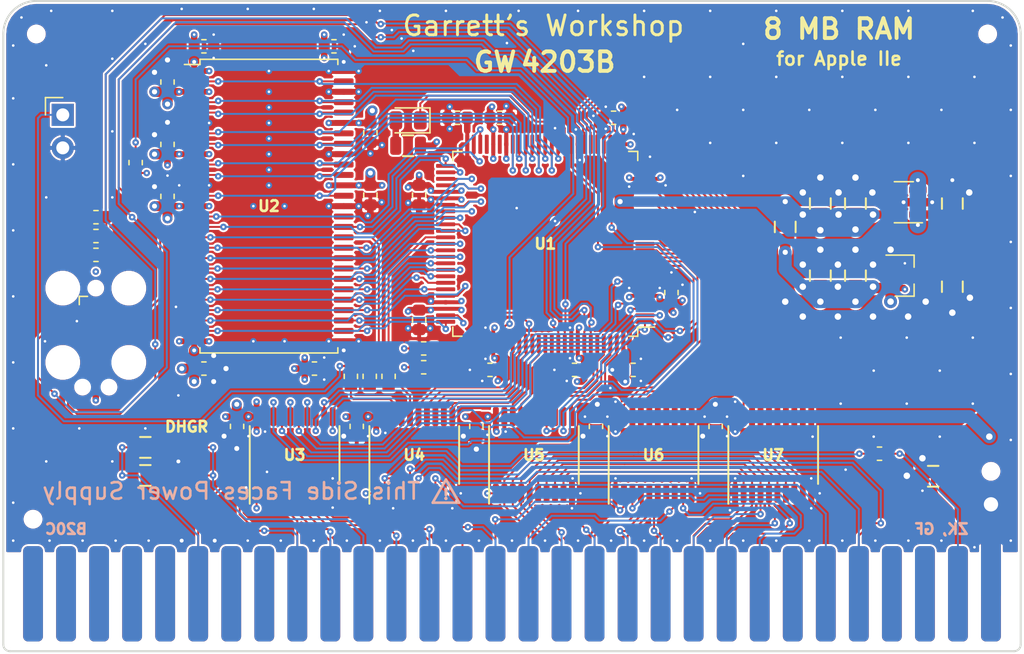
<source format=kicad_pcb>
(kicad_pcb (version 20171130) (host pcbnew "(5.1.10-1-10_14)")

  (general
    (thickness 1.6)
    (drawings 24)
    (tracks 2168)
    (zones 0)
    (modules 66)
    (nets 154)
  )

  (page A4)
  (title_block
    (title "GW4203B (RAM2E II) - LCMXO2-640 / LCMXO2-1200")
    (date 2021-05-30)
    (rev 2.0)
    (company "Garrett's Workshop")
  )

  (layers
    (0 F.Cu signal)
    (1 In1.Cu signal)
    (2 In2.Cu signal)
    (31 B.Cu signal)
    (32 B.Adhes user)
    (33 F.Adhes user)
    (34 B.Paste user)
    (35 F.Paste user)
    (36 B.SilkS user)
    (37 F.SilkS user)
    (38 B.Mask user)
    (39 F.Mask user)
    (40 Dwgs.User user)
    (41 Cmts.User user)
    (42 Eco1.User user)
    (43 Eco2.User user)
    (44 Edge.Cuts user)
    (45 Margin user)
    (46 B.CrtYd user)
    (47 F.CrtYd user)
    (48 B.Fab user)
    (49 F.Fab user)
  )

  (setup
    (last_trace_width 0.15)
    (user_trace_width 0.2)
    (user_trace_width 0.25)
    (user_trace_width 0.3)
    (user_trace_width 0.35)
    (user_trace_width 0.4)
    (user_trace_width 0.45)
    (user_trace_width 0.5)
    (user_trace_width 0.6)
    (user_trace_width 0.65)
    (user_trace_width 0.8)
    (user_trace_width 1)
    (user_trace_width 1.27)
    (user_trace_width 1.524)
    (trace_clearance 0.15)
    (zone_clearance 0.1524)
    (zone_45_only no)
    (trace_min 0.15)
    (via_size 0.5)
    (via_drill 0.2)
    (via_min_size 0.5)
    (via_min_drill 0.2)
    (user_via 0.6 0.3)
    (user_via 0.8 0.4)
    (user_via 1 0.5)
    (user_via 1.524 0.762)
    (uvia_size 0.3)
    (uvia_drill 0.1)
    (uvias_allowed no)
    (uvia_min_size 0.2)
    (uvia_min_drill 0.1)
    (edge_width 0.15)
    (segment_width 0.1524)
    (pcb_text_width 0.3)
    (pcb_text_size 1.5 1.5)
    (mod_edge_width 0.15)
    (mod_text_size 1 1)
    (mod_text_width 0.15)
    (pad_size 1.475 0.3)
    (pad_drill 0)
    (pad_to_mask_clearance 0.05)
    (solder_mask_min_width 0.1)
    (pad_to_paste_clearance -0.0381)
    (aux_axis_origin 0 0)
    (visible_elements FFFFFF7F)
    (pcbplotparams
      (layerselection 0x010f8_ffffffff)
      (usegerberextensions true)
      (usegerberattributes false)
      (usegerberadvancedattributes false)
      (creategerberjobfile false)
      (excludeedgelayer true)
      (linewidth 0.100000)
      (plotframeref false)
      (viasonmask false)
      (mode 1)
      (useauxorigin false)
      (hpglpennumber 1)
      (hpglpenspeed 20)
      (hpglpendiameter 15.000000)
      (psnegative false)
      (psa4output false)
      (plotreference true)
      (plotvalue true)
      (plotinvisibletext false)
      (padsonsilk false)
      (subtractmaskfromsilk true)
      (outputformat 1)
      (mirror false)
      (drillshape 0)
      (scaleselection 1)
      (outputdirectory "gerber/"))
  )

  (net 0 "")
  (net 1 +5V)
  (net 2 GND)
  (net 3 /Vid7M)
  (net 4 /~SYNC~)
  (net 5 /~PRAS~)
  (net 6 /VC)
  (net 7 /~C07X~)
  (net 8 /~WNDW~)
  (net 9 /SEGA)
  (net 10 /ROMEN1)
  (net 11 /ROMEN2)
  (net 12 /MD7)
  (net 13 /MD6)
  (net 14 /MD5)
  (net 15 /MD4)
  (net 16 /PHI0)
  (net 17 /~CLRGAT~)
  (net 18 /~80VID~)
  (net 19 /~PCAS~)
  (net 20 /~LDPS~)
  (net 21 /R~W~80)
  (net 22 /PHI1)
  (net 23 /~CASEN~)
  (net 24 /MD3)
  (net 25 /MD2)
  (net 26 /MD1)
  (net 27 /MD0)
  (net 28 /H0)
  (net 29 /AN3)
  (net 30 /~EN80~)
  (net 31 /~ALTVID~)
  (net 32 /~SEROUT~)
  (net 33 /~ENVID~)
  (net 34 /R~W~)
  (net 35 /Q3)
  (net 36 /SEGB)
  (net 37 /~RA9~)
  (net 38 /~RA10~)
  (net 39 /GR)
  (net 40 /~ENTMG~)
  (net 41 /MA6)
  (net 42 /MA5)
  (net 43 /MA4)
  (net 44 /MA3)
  (net 45 /MA2)
  (net 46 /MA1)
  (net 47 /MA0)
  (net 48 /MA7)
  (net 49 /C7M)
  (net 50 /C14M)
  (net 51 /C3M58)
  (net 52 /VD0)
  (net 53 /VD1)
  (net 54 /VD2)
  (net 55 /VD3)
  (net 56 /VD4)
  (net 57 /VD5)
  (net 58 /VD6)
  (net 59 /VD7)
  (net 60 +3V3)
  (net 61 /TDI)
  (net 62 "Net-(J2-Pad8)")
  (net 63 /TMS)
  (net 64 /TDO)
  (net 65 /TCK)
  (net 66 /RD5)
  (net 67 /RD4)
  (net 68 /RD3)
  (net 69 /RD2)
  (net 70 /RD7)
  (net 71 /RD6)
  (net 72 /RD0)
  (net 73 /RD1)
  (net 74 /DQMH)
  (net 75 /~WE~)
  (net 76 /~CAS~)
  (net 77 /CKE)
  (net 78 /~RAS~)
  (net 79 /BA0)
  (net 80 /RA11)
  (net 81 /~CS~)
  (net 82 /BA1)
  (net 83 /RA9)
  (net 84 /RA10)
  (net 85 /RA8)
  (net 86 /RA0)
  (net 87 /RA7)
  (net 88 /RA1)
  (net 89 /RA6)
  (net 90 /RA4)
  (net 91 /RA3)
  (net 92 /~EN80~in)
  (net 93 /RA5)
  (net 94 /RA2)
  (net 95 /R~W~80in)
  (net 96 /Ain5)
  (net 97 /PHI1in)
  (net 98 /Ain6)
  (net 99 /DQML)
  (net 100 /~C07X~in)
  (net 101 /R~W~in)
  (net 102 /Ain0)
  (net 103 /Ain1)
  (net 104 /Ain2)
  (net 105 /Ain3)
  (net 106 /Ain4)
  (net 107 /Ain7)
  (net 108 /Din0)
  (net 109 /Din1)
  (net 110 /Din2)
  (net 111 /Din3)
  (net 112 /Din4)
  (net 113 /Din5)
  (net 114 /Din6)
  (net 115 /Din7)
  (net 116 /V~OE~)
  (net 117 /Vout7)
  (net 118 /Vout6)
  (net 119 /Vout5)
  (net 120 /Vout4)
  (net 121 /Vout3)
  (net 122 /Vout2)
  (net 123 /Vout1)
  (net 124 /Vout0)
  (net 125 /D~OE~)
  (net 126 /Dout0)
  (net 127 /Dout1)
  (net 128 /Dout2)
  (net 129 /Dout3)
  (net 130 /Dout4)
  (net 131 /Dout5)
  (net 132 /Dout6)
  (net 133 /Dout7)
  (net 134 /RCLK)
  (net 135 /ACLK)
  (net 136 "Net-(U4-Pad17)")
  (net 137 /~FRCTXT~)
  (net 138 "Net-(U9-Pad4)")
  (net 139 /C14MB)
  (net 140 "Net-(R3-Pad2)")
  (net 141 /C14MR)
  (net 142 +1V2)
  (net 143 "Net-(U1-Pad47)")
  (net 144 "Net-(U1-Pad45)")
  (net 145 /DONE)
  (net 146 /~PROG~)
  (net 147 /~INIT~)
  (net 148 "Net-(J2-Pad9)")
  (net 149 "Net-(J2-Pad10)")
  (net 150 /TCKr)
  (net 151 "Net-(R12-Pad2)")
  (net 152 "Net-(D1-Pad2)")
  (net 153 /LED)

  (net_class Default "This is the default net class."
    (clearance 0.15)
    (trace_width 0.15)
    (via_dia 0.5)
    (via_drill 0.2)
    (uvia_dia 0.3)
    (uvia_drill 0.1)
    (add_net +1V2)
    (add_net +3V3)
    (add_net +5V)
    (add_net /ACLK)
    (add_net /AN3)
    (add_net /Ain0)
    (add_net /Ain1)
    (add_net /Ain2)
    (add_net /Ain3)
    (add_net /Ain4)
    (add_net /Ain5)
    (add_net /Ain6)
    (add_net /Ain7)
    (add_net /BA0)
    (add_net /BA1)
    (add_net /C14M)
    (add_net /C14MB)
    (add_net /C14MR)
    (add_net /C3M58)
    (add_net /C7M)
    (add_net /CKE)
    (add_net /DONE)
    (add_net /DQMH)
    (add_net /DQML)
    (add_net /Din0)
    (add_net /Din1)
    (add_net /Din2)
    (add_net /Din3)
    (add_net /Din4)
    (add_net /Din5)
    (add_net /Din6)
    (add_net /Din7)
    (add_net /Dout0)
    (add_net /Dout1)
    (add_net /Dout2)
    (add_net /Dout3)
    (add_net /Dout4)
    (add_net /Dout5)
    (add_net /Dout6)
    (add_net /Dout7)
    (add_net /D~OE~)
    (add_net /GR)
    (add_net /H0)
    (add_net /LED)
    (add_net /MA0)
    (add_net /MA1)
    (add_net /MA2)
    (add_net /MA3)
    (add_net /MA4)
    (add_net /MA5)
    (add_net /MA6)
    (add_net /MA7)
    (add_net /MD0)
    (add_net /MD1)
    (add_net /MD2)
    (add_net /MD3)
    (add_net /MD4)
    (add_net /MD5)
    (add_net /MD6)
    (add_net /MD7)
    (add_net /PHI0)
    (add_net /PHI1)
    (add_net /PHI1in)
    (add_net /Q3)
    (add_net /RA0)
    (add_net /RA1)
    (add_net /RA10)
    (add_net /RA11)
    (add_net /RA2)
    (add_net /RA3)
    (add_net /RA4)
    (add_net /RA5)
    (add_net /RA6)
    (add_net /RA7)
    (add_net /RA8)
    (add_net /RA9)
    (add_net /RCLK)
    (add_net /RD0)
    (add_net /RD1)
    (add_net /RD2)
    (add_net /RD3)
    (add_net /RD4)
    (add_net /RD5)
    (add_net /RD6)
    (add_net /RD7)
    (add_net /ROMEN1)
    (add_net /ROMEN2)
    (add_net /R~W~)
    (add_net /R~W~80)
    (add_net /R~W~80in)
    (add_net /R~W~in)
    (add_net /SEGA)
    (add_net /SEGB)
    (add_net /TCK)
    (add_net /TCKr)
    (add_net /TDI)
    (add_net /TDO)
    (add_net /TMS)
    (add_net /VC)
    (add_net /VD0)
    (add_net /VD1)
    (add_net /VD2)
    (add_net /VD3)
    (add_net /VD4)
    (add_net /VD5)
    (add_net /VD6)
    (add_net /VD7)
    (add_net /Vid7M)
    (add_net /Vout0)
    (add_net /Vout1)
    (add_net /Vout2)
    (add_net /Vout3)
    (add_net /Vout4)
    (add_net /Vout5)
    (add_net /Vout6)
    (add_net /Vout7)
    (add_net /V~OE~)
    (add_net /~80VID~)
    (add_net /~ALTVID~)
    (add_net /~C07X~)
    (add_net /~C07X~in)
    (add_net /~CASEN~)
    (add_net /~CAS~)
    (add_net /~CLRGAT~)
    (add_net /~CS~)
    (add_net /~EN80~)
    (add_net /~EN80~in)
    (add_net /~ENTMG~)
    (add_net /~ENVID~)
    (add_net /~FRCTXT~)
    (add_net /~INIT~)
    (add_net /~LDPS~)
    (add_net /~PCAS~)
    (add_net /~PRAS~)
    (add_net /~PROG~)
    (add_net /~RA10~)
    (add_net /~RA9~)
    (add_net /~RAS~)
    (add_net /~SEROUT~)
    (add_net /~SYNC~)
    (add_net /~WE~)
    (add_net /~WNDW~)
    (add_net GND)
    (add_net "Net-(D1-Pad2)")
    (add_net "Net-(J2-Pad10)")
    (add_net "Net-(J2-Pad8)")
    (add_net "Net-(J2-Pad9)")
    (add_net "Net-(R12-Pad2)")
    (add_net "Net-(R3-Pad2)")
    (add_net "Net-(U1-Pad45)")
    (add_net "Net-(U1-Pad47)")
    (add_net "Net-(U4-Pad17)")
    (add_net "Net-(U9-Pad4)")
  )

  (module stdpads:LED_0805 (layer F.Cu) (tedit 602BA8A8) (tstamp 60AB5AD1)
    (at 229.5 98.85 180)
    (descr "LED SMD 0805 (2012 Metric), square (rectangular) end terminal, IPC_7351 nominal, (Body size source: https://docs.google.com/spreadsheets/d/1BsfQQcO9C6DZCsRaXUlFlo91Tg2WpOkGARC1WS5S8t0/edit?usp=sharing), generated with kicad-footprint-generator")
    (tags diode)
    (path /60DF2A6C)
    (attr smd)
    (fp_text reference D1 (at 0 -0.2) (layer F.Fab)
      (effects (font (size 0.254 0.254) (thickness 0.0635)))
    )
    (fp_text value White (at 0 0.2) (layer F.Fab)
      (effects (font (size 0.254 0.254) (thickness 0.0635)))
    )
    (fp_line (start 1 -0.6) (end -0.7 -0.6) (layer F.Fab) (width 0.1))
    (fp_line (start -0.7 -0.6) (end -1 -0.3) (layer F.Fab) (width 0.1))
    (fp_line (start -1 -0.3) (end -1 0.6) (layer F.Fab) (width 0.1))
    (fp_line (start -1 0.6) (end 1 0.6) (layer F.Fab) (width 0.1))
    (fp_line (start 1 0.6) (end 1 -0.6) (layer F.Fab) (width 0.1))
    (fp_line (start 1 -0.96) (end -1.685 -0.96) (layer F.SilkS) (width 0.12))
    (fp_line (start -1.685 -0.96) (end -1.685 0.96) (layer F.SilkS) (width 0.12))
    (fp_line (start -1.685 0.96) (end 1 0.96) (layer F.SilkS) (width 0.12))
    (fp_line (start -1.68 0.95) (end -1.68 -0.95) (layer F.CrtYd) (width 0.05))
    (fp_line (start -1.68 -0.95) (end 1.68 -0.95) (layer F.CrtYd) (width 0.05))
    (fp_line (start 1.68 -0.95) (end 1.68 0.95) (layer F.CrtYd) (width 0.05))
    (fp_line (start 1.68 0.95) (end -1.68 0.95) (layer F.CrtYd) (width 0.05))
    (pad 2 smd roundrect (at 0.9375 0 180) (size 0.975 1.4) (layers F.Cu F.Paste F.Mask) (roundrect_rratio 0.25)
      (net 152 "Net-(D1-Pad2)"))
    (pad 1 smd roundrect (at -0.9375 0 180) (size 0.975 1.4) (layers F.Cu F.Paste F.Mask) (roundrect_rratio 0.25)
      (net 153 /LED))
    (model ${KISYS3DMOD}/LED_SMD.3dshapes/LED_0805_2012Metric.wrl
      (at (xyz 0 0 0))
      (scale (xyz 1 1 1))
      (rotate (xyz 0 0 0))
    )
  )

  (module stdpads:R_0805 (layer F.Cu) (tedit 5F027DD1) (tstamp 60AB5AC1)
    (at 229.5 100.8)
    (tags resistor)
    (path /60DF092B)
    (solder_mask_margin 0.05)
    (solder_paste_margin -0.025)
    (attr smd)
    (fp_text reference R10 (at 0 0) (layer F.Fab)
      (effects (font (size 0.254 0.254) (thickness 0.0635)))
    )
    (fp_text value 180 (at 0 0.35) (layer F.Fab)
      (effects (font (size 0.254 0.254) (thickness 0.0635)))
    )
    (fp_line (start -1 0.625) (end -1 -0.625) (layer F.Fab) (width 0.1))
    (fp_line (start -1 -0.625) (end 1 -0.625) (layer F.Fab) (width 0.1))
    (fp_line (start 1 -0.625) (end 1 0.625) (layer F.Fab) (width 0.1))
    (fp_line (start 1 0.625) (end -1 0.625) (layer F.Fab) (width 0.1))
    (fp_line (start -0.4064 -0.8) (end 0.4064 -0.8) (layer F.SilkS) (width 0.1524))
    (fp_line (start -0.4064 0.8) (end 0.4064 0.8) (layer F.SilkS) (width 0.1524))
    (fp_line (start -1.7 1) (end -1.7 -1) (layer F.CrtYd) (width 0.05))
    (fp_line (start -1.7 -1) (end 1.7 -1) (layer F.CrtYd) (width 0.05))
    (fp_line (start 1.7 -1) (end 1.7 1) (layer F.CrtYd) (width 0.05))
    (fp_line (start 1.7 1) (end -1.7 1) (layer F.CrtYd) (width 0.05))
    (fp_text user %R (at 0 0 180) (layer F.SilkS) hide
      (effects (font (size 0.254 0.254) (thickness 0.0635)))
    )
    (pad 2 smd roundrect (at 0.95 0) (size 0.85 1.4) (layers F.Cu F.Paste F.Mask) (roundrect_rratio 0.25)
      (net 60 +3V3))
    (pad 1 smd roundrect (at -0.95 0) (size 0.85 1.4) (layers F.Cu F.Paste F.Mask) (roundrect_rratio 0.25)
      (net 152 "Net-(D1-Pad2)"))
    (model ${KISYS3DMOD}/Resistor_SMD.3dshapes/R_0805_2012Metric.wrl
      (at (xyz 0 0 0))
      (scale (xyz 1 1 1))
      (rotate (xyz 0 0 0))
    )
  )

  (module stdpads:R_0603 (layer F.Cu) (tedit 5FDA5A0F) (tstamp 60AFBA01)
    (at 228 118.55 270)
    (tags resistor)
    (path /6122CC24)
    (solder_mask_margin 0.05)
    (solder_paste_margin -0.05)
    (attr smd)
    (fp_text reference R13 (at 0 0 90) (layer F.Fab)
      (effects (font (size 0.254 0.254) (thickness 0.0635)))
    )
    (fp_text value 47 (at 0 0.25 90) (layer F.Fab)
      (effects (font (size 0.127 0.127) (thickness 0.03175)))
    )
    (fp_line (start -0.8 0.4) (end -0.8 -0.4) (layer F.Fab) (width 0.1))
    (fp_line (start -0.8 -0.4) (end 0.8 -0.4) (layer F.Fab) (width 0.1))
    (fp_line (start 0.8 -0.4) (end 0.8 0.4) (layer F.Fab) (width 0.1))
    (fp_line (start 0.8 0.4) (end -0.8 0.4) (layer F.Fab) (width 0.1))
    (fp_line (start -0.162779 -0.51) (end 0.162779 -0.51) (layer F.SilkS) (width 0.12))
    (fp_line (start -0.162779 0.51) (end 0.162779 0.51) (layer F.SilkS) (width 0.12))
    (fp_line (start -1.4 0.7) (end -1.4 -0.7) (layer F.CrtYd) (width 0.05))
    (fp_line (start -1.4 -0.7) (end 1.4 -0.7) (layer F.CrtYd) (width 0.05))
    (fp_line (start 1.4 -0.7) (end 1.4 0.7) (layer F.CrtYd) (width 0.05))
    (fp_line (start 1.4 0.7) (end -1.4 0.7) (layer F.CrtYd) (width 0.05))
    (fp_text user %R (at 0 0 90) (layer F.SilkS) hide
      (effects (font (size 0.254 0.254) (thickness 0.0635)))
    )
    (pad 1 smd roundrect (at -0.8 0 270) (size 0.7 0.95) (layers F.Cu F.Paste F.Mask) (roundrect_rratio 0.25)
      (net 135 /ACLK))
    (pad 2 smd roundrect (at 0.8 0 270) (size 0.7 0.95) (layers F.Cu F.Paste F.Mask) (roundrect_rratio 0.25)
      (net 151 "Net-(R12-Pad2)"))
    (model ${KISYS3DMOD}/Resistor_SMD.3dshapes/R_0603_1608Metric.wrl
      (at (xyz 0 0 0))
      (scale (xyz 1 1 1))
      (rotate (xyz 0 0 0))
    )
  )

  (module stdpads:R_0603 (layer F.Cu) (tedit 5FDA5A0F) (tstamp 60AFB9D1)
    (at 226.55 118.55 270)
    (tags resistor)
    (path /6122D04D)
    (solder_mask_margin 0.05)
    (solder_paste_margin -0.05)
    (attr smd)
    (fp_text reference R12 (at 0 0 90) (layer F.Fab)
      (effects (font (size 0.254 0.254) (thickness 0.0635)))
    )
    (fp_text value 47 (at 0 0.25 90) (layer F.Fab)
      (effects (font (size 0.127 0.127) (thickness 0.03175)))
    )
    (fp_line (start 1.4 0.7) (end -1.4 0.7) (layer F.CrtYd) (width 0.05))
    (fp_line (start 1.4 -0.7) (end 1.4 0.7) (layer F.CrtYd) (width 0.05))
    (fp_line (start -1.4 -0.7) (end 1.4 -0.7) (layer F.CrtYd) (width 0.05))
    (fp_line (start -1.4 0.7) (end -1.4 -0.7) (layer F.CrtYd) (width 0.05))
    (fp_line (start -0.162779 0.51) (end 0.162779 0.51) (layer F.SilkS) (width 0.12))
    (fp_line (start -0.162779 -0.51) (end 0.162779 -0.51) (layer F.SilkS) (width 0.12))
    (fp_line (start 0.8 0.4) (end -0.8 0.4) (layer F.Fab) (width 0.1))
    (fp_line (start 0.8 -0.4) (end 0.8 0.4) (layer F.Fab) (width 0.1))
    (fp_line (start -0.8 -0.4) (end 0.8 -0.4) (layer F.Fab) (width 0.1))
    (fp_line (start -0.8 0.4) (end -0.8 -0.4) (layer F.Fab) (width 0.1))
    (fp_text user %R (at 0 0 90) (layer F.SilkS) hide
      (effects (font (size 0.254 0.254) (thickness 0.0635)))
    )
    (pad 2 smd roundrect (at 0.8 0 270) (size 0.7 0.95) (layers F.Cu F.Paste F.Mask) (roundrect_rratio 0.25)
      (net 151 "Net-(R12-Pad2)"))
    (pad 1 smd roundrect (at -0.8 0 270) (size 0.7 0.95) (layers F.Cu F.Paste F.Mask) (roundrect_rratio 0.25)
      (net 134 /RCLK))
    (model ${KISYS3DMOD}/Resistor_SMD.3dshapes/R_0603_1608Metric.wrl
      (at (xyz 0 0 0))
      (scale (xyz 1 1 1))
      (rotate (xyz 0 0 0))
    )
  )

  (module stdpads:R_0603 (layer F.Cu) (tedit 5EE29B72) (tstamp 60DD2F3B)
    (at 208.55 102.1 90)
    (tags resistor)
    (path /67F41A9C)
    (solder_mask_margin 0.05)
    (solder_paste_margin -0.05)
    (attr smd)
    (fp_text reference R11 (at 0 0 90) (layer F.Fab)
      (effects (font (size 0.254 0.254) (thickness 0.0635)))
    )
    (fp_text value 10k (at 0 0.25 90) (layer F.Fab)
      (effects (font (size 0.127 0.127) (thickness 0.03175)))
    )
    (fp_line (start 1.4 0.7) (end -1.4 0.7) (layer F.CrtYd) (width 0.05))
    (fp_line (start 1.4 -0.7) (end 1.4 0.7) (layer F.CrtYd) (width 0.05))
    (fp_line (start -1.4 -0.7) (end 1.4 -0.7) (layer F.CrtYd) (width 0.05))
    (fp_line (start -1.4 0.7) (end -1.4 -0.7) (layer F.CrtYd) (width 0.05))
    (fp_line (start -0.162779 0.51) (end 0.162779 0.51) (layer F.SilkS) (width 0.12))
    (fp_line (start -0.162779 -0.51) (end 0.162779 -0.51) (layer F.SilkS) (width 0.12))
    (fp_line (start 0.8 0.4) (end -0.8 0.4) (layer F.Fab) (width 0.1))
    (fp_line (start 0.8 -0.4) (end 0.8 0.4) (layer F.Fab) (width 0.1))
    (fp_line (start -0.8 -0.4) (end 0.8 -0.4) (layer F.Fab) (width 0.1))
    (fp_line (start -0.8 0.4) (end -0.8 -0.4) (layer F.Fab) (width 0.1))
    (fp_text user %R (at 0 0 90) (layer F.SilkS) hide
      (effects (font (size 0.254 0.254) (thickness 0.0635)))
    )
    (pad 2 smd roundrect (at 0.8 0 90) (size 0.7 0.95) (layers F.Cu F.Paste F.Mask) (roundrect_rratio 0.25)
      (net 146 /~PROG~))
    (pad 1 smd roundrect (at -0.8 0 90) (size 0.7 0.95) (layers F.Cu F.Paste F.Mask) (roundrect_rratio 0.25)
      (net 60 +3V3))
    (model ${KISYS3DMOD}/Resistor_SMD.3dshapes/R_0603_1608Metric.wrl
      (at (xyz 0 0 0))
      (scale (xyz 1 1 1))
      (rotate (xyz 0 0 0))
    )
  )

  (module stdpads:R_0603 (layer F.Cu) (tedit 5EE29B72) (tstamp 60DBCC25)
    (at 230.7 116.4)
    (tags resistor)
    (path /67F4194B)
    (solder_mask_margin 0.05)
    (solder_paste_margin -0.05)
    (attr smd)
    (fp_text reference R8 (at 0 0) (layer F.Fab)
      (effects (font (size 0.254 0.254) (thickness 0.0635)))
    )
    (fp_text value 10k (at 0 0.25) (layer F.Fab)
      (effects (font (size 0.127 0.127) (thickness 0.03175)))
    )
    (fp_line (start 1.4 0.7) (end -1.4 0.7) (layer F.CrtYd) (width 0.05))
    (fp_line (start 1.4 -0.7) (end 1.4 0.7) (layer F.CrtYd) (width 0.05))
    (fp_line (start -1.4 -0.7) (end 1.4 -0.7) (layer F.CrtYd) (width 0.05))
    (fp_line (start -1.4 0.7) (end -1.4 -0.7) (layer F.CrtYd) (width 0.05))
    (fp_line (start -0.162779 0.51) (end 0.162779 0.51) (layer F.SilkS) (width 0.12))
    (fp_line (start -0.162779 -0.51) (end 0.162779 -0.51) (layer F.SilkS) (width 0.12))
    (fp_line (start 0.8 0.4) (end -0.8 0.4) (layer F.Fab) (width 0.1))
    (fp_line (start 0.8 -0.4) (end 0.8 0.4) (layer F.Fab) (width 0.1))
    (fp_line (start -0.8 -0.4) (end 0.8 -0.4) (layer F.Fab) (width 0.1))
    (fp_line (start -0.8 0.4) (end -0.8 -0.4) (layer F.Fab) (width 0.1))
    (fp_text user %R (at 0 0) (layer F.SilkS) hide
      (effects (font (size 0.254 0.254) (thickness 0.0635)))
    )
    (pad 2 smd roundrect (at 0.8 0) (size 0.7 0.95) (layers F.Cu F.Paste F.Mask) (roundrect_rratio 0.25)
      (net 145 /DONE))
    (pad 1 smd roundrect (at -0.8 0) (size 0.7 0.95) (layers F.Cu F.Paste F.Mask) (roundrect_rratio 0.25)
      (net 60 +3V3))
    (model ${KISYS3DMOD}/Resistor_SMD.3dshapes/R_0603_1608Metric.wrl
      (at (xyz 0 0 0))
      (scale (xyz 1 1 1))
      (rotate (xyz 0 0 0))
    )
  )

  (module stdpads:R_0603 (layer F.Cu) (tedit 5EE29B72) (tstamp 60DBCBF5)
    (at 230.7 117.85)
    (tags resistor)
    (path /67E91A94)
    (solder_mask_margin 0.05)
    (solder_paste_margin -0.05)
    (attr smd)
    (fp_text reference R5 (at 0 0) (layer F.Fab)
      (effects (font (size 0.254 0.254) (thickness 0.0635)))
    )
    (fp_text value 10k (at 0 0.25) (layer F.Fab)
      (effects (font (size 0.127 0.127) (thickness 0.03175)))
    )
    (fp_line (start -0.8 0.4) (end -0.8 -0.4) (layer F.Fab) (width 0.1))
    (fp_line (start -0.8 -0.4) (end 0.8 -0.4) (layer F.Fab) (width 0.1))
    (fp_line (start 0.8 -0.4) (end 0.8 0.4) (layer F.Fab) (width 0.1))
    (fp_line (start 0.8 0.4) (end -0.8 0.4) (layer F.Fab) (width 0.1))
    (fp_line (start -0.162779 -0.51) (end 0.162779 -0.51) (layer F.SilkS) (width 0.12))
    (fp_line (start -0.162779 0.51) (end 0.162779 0.51) (layer F.SilkS) (width 0.12))
    (fp_line (start -1.4 0.7) (end -1.4 -0.7) (layer F.CrtYd) (width 0.05))
    (fp_line (start -1.4 -0.7) (end 1.4 -0.7) (layer F.CrtYd) (width 0.05))
    (fp_line (start 1.4 -0.7) (end 1.4 0.7) (layer F.CrtYd) (width 0.05))
    (fp_line (start 1.4 0.7) (end -1.4 0.7) (layer F.CrtYd) (width 0.05))
    (fp_text user %R (at 0 0) (layer F.SilkS) hide
      (effects (font (size 0.254 0.254) (thickness 0.0635)))
    )
    (pad 1 smd roundrect (at -0.8 0) (size 0.7 0.95) (layers F.Cu F.Paste F.Mask) (roundrect_rratio 0.25)
      (net 60 +3V3))
    (pad 2 smd roundrect (at 0.8 0) (size 0.7 0.95) (layers F.Cu F.Paste F.Mask) (roundrect_rratio 0.25)
      (net 147 /~INIT~))
    (model ${KISYS3DMOD}/Resistor_SMD.3dshapes/R_0603_1608Metric.wrl
      (at (xyz 0 0 0))
      (scale (xyz 1 1 1))
      (rotate (xyz 0 0 0))
    )
  )

  (module stdpads:R_0603 (layer F.Cu) (tedit 5FDA5A0F) (tstamp 60B63E1C)
    (at 205.5 109.2 180)
    (tags resistor)
    (path /6731616D)
    (solder_mask_margin 0.05)
    (solder_paste_margin -0.05)
    (attr smd)
    (fp_text reference R4 (at 0 0) (layer F.Fab)
      (effects (font (size 0.254 0.254) (thickness 0.0635)))
    )
    (fp_text value 47 (at 0 0.25) (layer F.Fab)
      (effects (font (size 0.127 0.127) (thickness 0.03175)))
    )
    (fp_line (start 1.4 0.7) (end -1.4 0.7) (layer F.CrtYd) (width 0.05))
    (fp_line (start 1.4 -0.7) (end 1.4 0.7) (layer F.CrtYd) (width 0.05))
    (fp_line (start -1.4 -0.7) (end 1.4 -0.7) (layer F.CrtYd) (width 0.05))
    (fp_line (start -1.4 0.7) (end -1.4 -0.7) (layer F.CrtYd) (width 0.05))
    (fp_line (start -0.162779 0.51) (end 0.162779 0.51) (layer F.SilkS) (width 0.12))
    (fp_line (start -0.162779 -0.51) (end 0.162779 -0.51) (layer F.SilkS) (width 0.12))
    (fp_line (start 0.8 0.4) (end -0.8 0.4) (layer F.Fab) (width 0.1))
    (fp_line (start 0.8 -0.4) (end 0.8 0.4) (layer F.Fab) (width 0.1))
    (fp_line (start -0.8 -0.4) (end 0.8 -0.4) (layer F.Fab) (width 0.1))
    (fp_line (start -0.8 0.4) (end -0.8 -0.4) (layer F.Fab) (width 0.1))
    (fp_text user %R (at 0 0) (layer F.SilkS) hide
      (effects (font (size 0.254 0.254) (thickness 0.0635)))
    )
    (pad 2 smd roundrect (at 0.8 0 180) (size 0.7 0.95) (layers F.Cu F.Paste F.Mask) (roundrect_rratio 0.25)
      (net 65 /TCK))
    (pad 1 smd roundrect (at -0.8 0 180) (size 0.7 0.95) (layers F.Cu F.Paste F.Mask) (roundrect_rratio 0.25)
      (net 150 /TCKr))
    (model ${KISYS3DMOD}/Resistor_SMD.3dshapes/R_0603_1608Metric.wrl
      (at (xyz 0 0 0))
      (scale (xyz 1 1 1))
      (rotate (xyz 0 0 0))
    )
  )

  (module stdpads:TQFP-100_14x14mm_P0.5mm (layer F.Cu) (tedit 608E5AA2) (tstamp 60B60A34)
    (at 240.05 108.35 90)
    (descr "TQFP, 100 Pin (http://www.microsemi.com/index.php?option=com_docman&task=doc_download&gid=131095), generated with kicad-footprint-generator ipc_gullwing_generator.py")
    (tags "TQFP QFP")
    (path /60992366)
    (solder_mask_margin 0.024)
    (solder_paste_margin -0.035)
    (attr smd)
    (fp_text reference U1 (at 0 0) (layer F.Fab)
      (effects (font (size 0.8128 0.8128) (thickness 0.2032)))
    )
    (fp_text value LCMXO2-TG100 (at 1.05 0) (layer F.Fab)
      (effects (font (size 0.508 0.508) (thickness 0.127)))
    )
    (fp_line (start 7.11 -6.41) (end 7.11 -7.11) (layer F.SilkS) (width 0.12))
    (fp_line (start 7.11 -7.11) (end 6.41 -7.11) (layer F.SilkS) (width 0.12))
    (fp_line (start 7.11 6.41) (end 7.11 7.11) (layer F.SilkS) (width 0.12))
    (fp_line (start 7.11 7.11) (end 6.41 7.11) (layer F.SilkS) (width 0.12))
    (fp_line (start -7.11 -6.41) (end -7.11 -7.11) (layer F.SilkS) (width 0.12))
    (fp_line (start -7.11 -7.11) (end -6.41 -7.11) (layer F.SilkS) (width 0.12))
    (fp_line (start -7.11 6.41) (end -7.11 7.11) (layer F.SilkS) (width 0.12))
    (fp_line (start -7.11 7.11) (end -6.41 7.11) (layer F.SilkS) (width 0.12))
    (fp_line (start -6.41 7.11) (end -6.41 8.4) (layer F.SilkS) (width 0.12))
    (fp_line (start -7 6) (end -7 -7) (layer F.Fab) (width 0.1))
    (fp_line (start -7 -7) (end 7 -7) (layer F.Fab) (width 0.1))
    (fp_line (start 7 -7) (end 7 7) (layer F.Fab) (width 0.1))
    (fp_line (start 7 7) (end -6 7) (layer F.Fab) (width 0.1))
    (fp_line (start -6 7) (end -7 6) (layer F.Fab) (width 0.1))
    (fp_line (start -8.65 0) (end -8.65 6.4) (layer F.CrtYd) (width 0.05))
    (fp_line (start -8.65 6.4) (end -7.25 6.4) (layer F.CrtYd) (width 0.05))
    (fp_line (start -7.25 6.4) (end -7.25 7.25) (layer F.CrtYd) (width 0.05))
    (fp_line (start -7.25 7.25) (end -6.4 7.25) (layer F.CrtYd) (width 0.05))
    (fp_line (start -6.4 7.25) (end -6.4 8.65) (layer F.CrtYd) (width 0.05))
    (fp_line (start -6.4 8.65) (end 0 8.65) (layer F.CrtYd) (width 0.05))
    (fp_line (start -8.65 0) (end -8.65 -6.4) (layer F.CrtYd) (width 0.05))
    (fp_line (start -8.65 -6.4) (end -7.25 -6.4) (layer F.CrtYd) (width 0.05))
    (fp_line (start -7.25 -6.4) (end -7.25 -7.25) (layer F.CrtYd) (width 0.05))
    (fp_line (start -7.25 -7.25) (end -6.4 -7.25) (layer F.CrtYd) (width 0.05))
    (fp_line (start -6.4 -7.25) (end -6.4 -8.65) (layer F.CrtYd) (width 0.05))
    (fp_line (start -6.4 -8.65) (end 0 -8.65) (layer F.CrtYd) (width 0.05))
    (fp_line (start 8.65 0) (end 8.65 6.4) (layer F.CrtYd) (width 0.05))
    (fp_line (start 8.65 6.4) (end 7.25 6.4) (layer F.CrtYd) (width 0.05))
    (fp_line (start 7.25 6.4) (end 7.25 7.25) (layer F.CrtYd) (width 0.05))
    (fp_line (start 7.25 7.25) (end 6.4 7.25) (layer F.CrtYd) (width 0.05))
    (fp_line (start 6.4 7.25) (end 6.4 8.65) (layer F.CrtYd) (width 0.05))
    (fp_line (start 6.4 8.65) (end 0 8.65) (layer F.CrtYd) (width 0.05))
    (fp_line (start 8.65 0) (end 8.65 -6.4) (layer F.CrtYd) (width 0.05))
    (fp_line (start 8.65 -6.4) (end 7.25 -6.4) (layer F.CrtYd) (width 0.05))
    (fp_line (start 7.25 -6.4) (end 7.25 -7.25) (layer F.CrtYd) (width 0.05))
    (fp_line (start 7.25 -7.25) (end 6.4 -7.25) (layer F.CrtYd) (width 0.05))
    (fp_line (start 6.4 -7.25) (end 6.4 -8.65) (layer F.CrtYd) (width 0.05))
    (fp_line (start 6.4 -8.65) (end 0 -8.65) (layer F.CrtYd) (width 0.05))
    (fp_text user %R (at 0 0) (layer F.SilkS)
      (effects (font (size 0.8128 0.8128) (thickness 0.2032)))
    )
    (pad 1 smd roundrect (at -6 7.6625 180) (size 1.475 0.3) (layers F.Cu F.Paste F.Mask) (roundrect_rratio 0.25)
      (net 112 /Din4))
    (pad 2 smd roundrect (at -5.5 7.6625 180) (size 1.475 0.3) (layers F.Cu F.Paste F.Mask) (roundrect_rratio 0.25)
      (net 103 /Ain1))
    (pad 3 smd roundrect (at -5 7.6625 180) (size 1.475 0.3) (layers F.Cu F.Paste F.Mask) (roundrect_rratio 0.25)
      (net 102 /Ain0))
    (pad 4 smd roundrect (at -4.5 7.6625 180) (size 1.475 0.3) (layers F.Cu F.Paste F.Mask) (roundrect_rratio 0.25)
      (net 105 /Ain3))
    (pad 5 smd roundrect (at -4 7.6625 180) (size 1.475 0.3) (layers F.Cu F.Paste F.Mask) (roundrect_rratio 0.25)
      (net 60 +3V3))
    (pad 6 smd roundrect (at -3.5 7.6625 180) (size 1.475 0.3) (layers F.Cu F.Paste F.Mask) (roundrect_rratio 0.25)
      (net 2 GND))
    (pad 7 smd roundrect (at -3 7.6625 180) (size 1.475 0.3) (layers F.Cu F.Paste F.Mask) (roundrect_rratio 0.25)
      (net 104 /Ain2))
    (pad 8 smd roundrect (at -2.5 7.6625 180) (size 1.475 0.3) (layers F.Cu F.Paste F.Mask) (roundrect_rratio 0.25)
      (net 107 /Ain7))
    (pad 9 smd roundrect (at -2 7.6625 180) (size 1.475 0.3) (layers F.Cu F.Paste F.Mask) (roundrect_rratio 0.25)
      (net 111 /Din3))
    (pad 10 smd roundrect (at -1.5 7.6625 180) (size 1.475 0.3) (layers F.Cu F.Paste F.Mask) (roundrect_rratio 0.25)
      (net 116 /V~OE~))
    (pad 11 smd roundrect (at -1 7.6625 180) (size 1.475 0.3) (layers F.Cu F.Paste F.Mask) (roundrect_rratio 0.25))
    (pad 12 smd roundrect (at -0.5 7.6625 180) (size 1.475 0.3) (layers F.Cu F.Paste F.Mask) (roundrect_rratio 0.25)
      (net 117 /Vout7))
    (pad 13 smd roundrect (at 0 7.6625 180) (size 1.475 0.3) (layers F.Cu F.Paste F.Mask) (roundrect_rratio 0.25)
      (net 121 /Vout3))
    (pad 14 smd roundrect (at 0.5 7.6625 180) (size 1.475 0.3) (layers F.Cu F.Paste F.Mask) (roundrect_rratio 0.25)
      (net 118 /Vout6))
    (pad 15 smd roundrect (at 1 7.6625 180) (size 1.475 0.3) (layers F.Cu F.Paste F.Mask) (roundrect_rratio 0.25)
      (net 123 /Vout1))
    (pad 16 smd roundrect (at 1.5 7.6625 180) (size 1.475 0.3) (layers F.Cu F.Paste F.Mask) (roundrect_rratio 0.25)
      (net 119 /Vout5))
    (pad 17 smd roundrect (at 2 7.6625 180) (size 1.475 0.3) (layers F.Cu F.Paste F.Mask) (roundrect_rratio 0.25)
      (net 122 /Vout2))
    (pad 18 smd roundrect (at 2.5 7.6625 180) (size 1.475 0.3) (layers F.Cu F.Paste F.Mask) (roundrect_rratio 0.25)
      (net 124 /Vout0))
    (pad 19 smd roundrect (at 3 7.6625 180) (size 1.475 0.3) (layers F.Cu F.Paste F.Mask) (roundrect_rratio 0.25)
      (net 120 /Vout4))
    (pad 20 smd roundrect (at 3.5 7.6625 180) (size 1.475 0.3) (layers F.Cu F.Paste F.Mask) (roundrect_rratio 0.25)
      (net 125 /D~OE~))
    (pad 21 smd roundrect (at 4 7.6625 180) (size 1.475 0.3) (layers F.Cu F.Paste F.Mask) (roundrect_rratio 0.25)
      (net 131 /Dout5))
    (pad 22 smd roundrect (at 4.5 7.6625 180) (size 1.475 0.3) (layers F.Cu F.Paste F.Mask) (roundrect_rratio 0.25)
      (net 2 GND))
    (pad 23 smd roundrect (at 5 7.6625 180) (size 1.475 0.3) (layers F.Cu F.Paste F.Mask) (roundrect_rratio 0.25)
      (net 60 +3V3))
    (pad 24 smd roundrect (at 5.5 7.6625 180) (size 1.475 0.3) (layers F.Cu F.Paste F.Mask) (roundrect_rratio 0.25)
      (net 130 /Dout4))
    (pad 25 smd roundrect (at 6 7.6625 180) (size 1.475 0.3) (layers F.Cu F.Paste F.Mask) (roundrect_rratio 0.25)
      (net 128 /Dout2))
    (pad 26 smd roundrect (at 7.6625 6 180) (size 0.3 1.475) (layers F.Cu F.Paste F.Mask) (roundrect_rratio 0.25)
      (net 60 +3V3))
    (pad 27 smd roundrect (at 7.6625 5.5 180) (size 0.3 1.475) (layers F.Cu F.Paste F.Mask) (roundrect_rratio 0.25)
      (net 127 /Dout1))
    (pad 28 smd roundrect (at 7.6625 5 180) (size 0.3 1.475) (layers F.Cu F.Paste F.Mask) (roundrect_rratio 0.25)
      (net 129 /Dout3))
    (pad 29 smd roundrect (at 7.6625 4.5 180) (size 0.3 1.475) (layers F.Cu F.Paste F.Mask) (roundrect_rratio 0.25)
      (net 101 /R~W~in))
    (pad 30 smd roundrect (at 7.6625 4 180) (size 0.3 1.475) (layers F.Cu F.Paste F.Mask) (roundrect_rratio 0.25)
      (net 126 /Dout0))
    (pad 31 smd roundrect (at 7.6625 3.5 180) (size 0.3 1.475) (layers F.Cu F.Paste F.Mask) (roundrect_rratio 0.25)
      (net 132 /Dout6))
    (pad 32 smd roundrect (at 7.6625 3 180) (size 0.3 1.475) (layers F.Cu F.Paste F.Mask) (roundrect_rratio 0.25)
      (net 133 /Dout7))
    (pad 33 smd roundrect (at 7.6625 2.5 180) (size 0.3 1.475) (layers F.Cu F.Paste F.Mask) (roundrect_rratio 0.25)
      (net 2 GND))
    (pad 34 smd roundrect (at 7.6625 2 180) (size 0.3 1.475) (layers F.Cu F.Paste F.Mask) (roundrect_rratio 0.25)
      (net 100 /~C07X~in))
    (pad 35 smd roundrect (at 7.6625 1.5 180) (size 0.3 1.475) (layers F.Cu F.Paste F.Mask) (roundrect_rratio 0.25)
      (net 153 /LED))
    (pad 36 smd roundrect (at 7.6625 1 180) (size 0.3 1.475) (layers F.Cu F.Paste F.Mask) (roundrect_rratio 0.25)
      (net 72 /RD0))
    (pad 37 smd roundrect (at 7.6625 0.5 180) (size 0.3 1.475) (layers F.Cu F.Paste F.Mask) (roundrect_rratio 0.25)
      (net 73 /RD1))
    (pad 38 smd roundrect (at 7.6625 0 180) (size 0.3 1.475) (layers F.Cu F.Paste F.Mask) (roundrect_rratio 0.25)
      (net 69 /RD2))
    (pad 39 smd roundrect (at 7.6625 -0.5 180) (size 0.3 1.475) (layers F.Cu F.Paste F.Mask) (roundrect_rratio 0.25)
      (net 68 /RD3))
    (pad 40 smd roundrect (at 7.6625 -1 180) (size 0.3 1.475) (layers F.Cu F.Paste F.Mask) (roundrect_rratio 0.25)
      (net 67 /RD4))
    (pad 41 smd roundrect (at 7.6625 -1.5 180) (size 0.3 1.475) (layers F.Cu F.Paste F.Mask) (roundrect_rratio 0.25)
      (net 66 /RD5))
    (pad 42 smd roundrect (at 7.6625 -2 180) (size 0.3 1.475) (layers F.Cu F.Paste F.Mask) (roundrect_rratio 0.25)
      (net 71 /RD6))
    (pad 43 smd roundrect (at 7.6625 -2.5 180) (size 0.3 1.475) (layers F.Cu F.Paste F.Mask) (roundrect_rratio 0.25)
      (net 70 /RD7))
    (pad 44 smd roundrect (at 7.6625 -3 180) (size 0.3 1.475) (layers F.Cu F.Paste F.Mask) (roundrect_rratio 0.25)
      (net 2 GND))
    (pad 45 smd roundrect (at 7.6625 -3.5 180) (size 0.3 1.475) (layers F.Cu F.Paste F.Mask) (roundrect_rratio 0.25)
      (net 144 "Net-(U1-Pad45)"))
    (pad 46 smd roundrect (at 7.6625 -4 180) (size 0.3 1.475) (layers F.Cu F.Paste F.Mask) (roundrect_rratio 0.25)
      (net 60 +3V3))
    (pad 47 smd roundrect (at 7.6625 -4.5 180) (size 0.3 1.475) (layers F.Cu F.Paste F.Mask) (roundrect_rratio 0.25)
      (net 143 "Net-(U1-Pad47)"))
    (pad 48 smd roundrect (at 7.6625 -5 180) (size 0.3 1.475) (layers F.Cu F.Paste F.Mask) (roundrect_rratio 0.25)
      (net 99 /DQML))
    (pad 49 smd roundrect (at 7.6625 -5.5 180) (size 0.3 1.475) (layers F.Cu F.Paste F.Mask) (roundrect_rratio 0.25)
      (net 74 /DQMH))
    (pad 50 smd roundrect (at 7.6625 -6 180) (size 0.3 1.475) (layers F.Cu F.Paste F.Mask) (roundrect_rratio 0.25)
      (net 142 +1V2))
    (pad 51 smd roundrect (at 6 -7.6625 180) (size 1.475 0.3) (layers F.Cu F.Paste F.Mask) (roundrect_rratio 0.25)
      (net 75 /~WE~))
    (pad 52 smd roundrect (at 5.5 -7.6625 180) (size 1.475 0.3) (layers F.Cu F.Paste F.Mask) (roundrect_rratio 0.25)
      (net 76 /~CAS~))
    (pad 53 smd roundrect (at 5 -7.6625 180) (size 1.475 0.3) (layers F.Cu F.Paste F.Mask) (roundrect_rratio 0.25)
      (net 77 /CKE))
    (pad 54 smd roundrect (at 4.5 -7.6625 180) (size 1.475 0.3) (layers F.Cu F.Paste F.Mask) (roundrect_rratio 0.25)
      (net 78 /~RAS~))
    (pad 55 smd roundrect (at 4 -7.6625 180) (size 1.475 0.3) (layers F.Cu F.Paste F.Mask) (roundrect_rratio 0.25)
      (net 60 +3V3))
    (pad 56 smd roundrect (at 3.5 -7.6625 180) (size 1.475 0.3) (layers F.Cu F.Paste F.Mask) (roundrect_rratio 0.25)
      (net 2 GND))
    (pad 57 smd roundrect (at 3 -7.6625 180) (size 1.475 0.3) (layers F.Cu F.Paste F.Mask) (roundrect_rratio 0.25)
      (net 81 /~CS~))
    (pad 58 smd roundrect (at 2.5 -7.6625 180) (size 1.475 0.3) (layers F.Cu F.Paste F.Mask) (roundrect_rratio 0.25)
      (net 79 /BA0))
    (pad 59 smd roundrect (at 2 -7.6625 180) (size 1.475 0.3) (layers F.Cu F.Paste F.Mask) (roundrect_rratio 0.25)
      (net 80 /RA11))
    (pad 60 smd roundrect (at 1.5 -7.6625 180) (size 1.475 0.3) (layers F.Cu F.Paste F.Mask) (roundrect_rratio 0.25)
      (net 82 /BA1))
    (pad 61 smd roundrect (at 1 -7.6625 180) (size 1.475 0.3) (layers F.Cu F.Paste F.Mask) (roundrect_rratio 0.25))
    (pad 62 smd roundrect (at 0.5 -7.6625 180) (size 1.475 0.3) (layers F.Cu F.Paste F.Mask) (roundrect_rratio 0.25)
      (net 135 /ACLK))
    (pad 63 smd roundrect (at 0 -7.6625 180) (size 1.475 0.3) (layers F.Cu F.Paste F.Mask) (roundrect_rratio 0.25)
      (net 83 /RA9))
    (pad 64 smd roundrect (at -0.5 -7.6625 180) (size 1.475 0.3) (layers F.Cu F.Paste F.Mask) (roundrect_rratio 0.25)
      (net 84 /RA10))
    (pad 65 smd roundrect (at -1 -7.6625 180) (size 1.475 0.3) (layers F.Cu F.Paste F.Mask) (roundrect_rratio 0.25)
      (net 85 /RA8))
    (pad 66 smd roundrect (at -1.5 -7.6625 180) (size 1.475 0.3) (layers F.Cu F.Paste F.Mask) (roundrect_rratio 0.25)
      (net 86 /RA0))
    (pad 67 smd roundrect (at -2 -7.6625 180) (size 1.475 0.3) (layers F.Cu F.Paste F.Mask) (roundrect_rratio 0.25)
      (net 87 /RA7))
    (pad 68 smd roundrect (at -2.5 -7.6625 180) (size 1.475 0.3) (layers F.Cu F.Paste F.Mask) (roundrect_rratio 0.25)
      (net 88 /RA1))
    (pad 69 smd roundrect (at -3 -7.6625 180) (size 1.475 0.3) (layers F.Cu F.Paste F.Mask) (roundrect_rratio 0.25)
      (net 89 /RA6))
    (pad 70 smd roundrect (at -3.5 -7.6625 180) (size 1.475 0.3) (layers F.Cu F.Paste F.Mask) (roundrect_rratio 0.25)
      (net 94 /RA2))
    (pad 71 smd roundrect (at -4 -7.6625 180) (size 1.475 0.3) (layers F.Cu F.Paste F.Mask) (roundrect_rratio 0.25)
      (net 93 /RA5))
    (pad 72 smd roundrect (at -4.5 -7.6625 180) (size 1.475 0.3) (layers F.Cu F.Paste F.Mask) (roundrect_rratio 0.25)
      (net 2 GND))
    (pad 73 smd roundrect (at -5 -7.6625 180) (size 1.475 0.3) (layers F.Cu F.Paste F.Mask) (roundrect_rratio 0.25)
      (net 60 +3V3))
    (pad 74 smd roundrect (at -5.5 -7.6625 180) (size 1.475 0.3) (layers F.Cu F.Paste F.Mask) (roundrect_rratio 0.25)
      (net 91 /RA3))
    (pad 75 smd roundrect (at -6 -7.6625 180) (size 1.475 0.3) (layers F.Cu F.Paste F.Mask) (roundrect_rratio 0.25)
      (net 90 /RA4))
    (pad 76 smd roundrect (at -7.6625 -6 180) (size 0.3 1.475) (layers F.Cu F.Paste F.Mask) (roundrect_rratio 0.25)
      (net 145 /DONE))
    (pad 77 smd roundrect (at -7.6625 -5.5 180) (size 0.3 1.475) (layers F.Cu F.Paste F.Mask) (roundrect_rratio 0.25)
      (net 147 /~INIT~))
    (pad 78 smd roundrect (at -7.6625 -5 180) (size 0.3 1.475) (layers F.Cu F.Paste F.Mask) (roundrect_rratio 0.25)
      (net 106 /Ain4))
    (pad 79 smd roundrect (at -7.6625 -4.5 180) (size 0.3 1.475) (layers F.Cu F.Paste F.Mask) (roundrect_rratio 0.25)
      (net 2 GND))
    (pad 80 smd roundrect (at -7.6625 -4 180) (size 0.3 1.475) (layers F.Cu F.Paste F.Mask) (roundrect_rratio 0.25)
      (net 60 +3V3))
    (pad 81 smd roundrect (at -7.6625 -3.5 180) (size 0.3 1.475) (layers F.Cu F.Paste F.Mask) (roundrect_rratio 0.25)
      (net 146 /~PROG~))
    (pad 82 smd roundrect (at -7.6625 -3 180) (size 0.3 1.475) (layers F.Cu F.Paste F.Mask) (roundrect_rratio 0.25)
      (net 92 /~EN80~in))
    (pad 83 smd roundrect (at -7.6625 -2.5 180) (size 0.3 1.475) (layers F.Cu F.Paste F.Mask) (roundrect_rratio 0.25)
      (net 95 /R~W~80in))
    (pad 84 smd roundrect (at -7.6625 -2 180) (size 0.3 1.475) (layers F.Cu F.Paste F.Mask) (roundrect_rratio 0.25)
      (net 96 /Ain5))
    (pad 85 smd roundrect (at -7.6625 -1.5 180) (size 0.3 1.475) (layers F.Cu F.Paste F.Mask) (roundrect_rratio 0.25)
      (net 97 /PHI1in))
    (pad 86 smd roundrect (at -7.6625 -1 180) (size 0.3 1.475) (layers F.Cu F.Paste F.Mask) (roundrect_rratio 0.25)
      (net 98 /Ain6))
    (pad 87 smd roundrect (at -7.6625 -0.5 180) (size 0.3 1.475) (layers F.Cu F.Paste F.Mask) (roundrect_rratio 0.25)
      (net 115 /Din7))
    (pad 88 smd roundrect (at -7.6625 0 180) (size 0.3 1.475) (layers F.Cu F.Paste F.Mask) (roundrect_rratio 0.25)
      (net 114 /Din6))
    (pad 89 smd roundrect (at -7.6625 0.5 180) (size 0.3 1.475) (layers F.Cu F.Paste F.Mask) (roundrect_rratio 0.25))
    (pad 90 smd roundrect (at -7.6625 1 180) (size 0.3 1.475) (layers F.Cu F.Paste F.Mask) (roundrect_rratio 0.25)
      (net 63 /TMS))
    (pad 91 smd roundrect (at -7.6625 1.5 180) (size 0.3 1.475) (layers F.Cu F.Paste F.Mask) (roundrect_rratio 0.25)
      (net 150 /TCKr))
    (pad 92 smd roundrect (at -7.6625 2 180) (size 0.3 1.475) (layers F.Cu F.Paste F.Mask) (roundrect_rratio 0.25)
      (net 2 GND))
    (pad 93 smd roundrect (at -7.6625 2.5 180) (size 0.3 1.475) (layers F.Cu F.Paste F.Mask) (roundrect_rratio 0.25)
      (net 60 +3V3))
    (pad 94 smd roundrect (at -7.6625 3 180) (size 0.3 1.475) (layers F.Cu F.Paste F.Mask) (roundrect_rratio 0.25)
      (net 61 /TDI))
    (pad 95 smd roundrect (at -7.6625 3.5 180) (size 0.3 1.475) (layers F.Cu F.Paste F.Mask) (roundrect_rratio 0.25)
      (net 64 /TDO))
    (pad 96 smd roundrect (at -7.6625 4 180) (size 0.3 1.475) (layers F.Cu F.Paste F.Mask) (roundrect_rratio 0.25)
      (net 108 /Din0))
    (pad 97 smd roundrect (at -7.6625 4.5 180) (size 0.3 1.475) (layers F.Cu F.Paste F.Mask) (roundrect_rratio 0.25)
      (net 109 /Din1))
    (pad 98 smd roundrect (at -7.6625 5 180) (size 0.3 1.475) (layers F.Cu F.Paste F.Mask) (roundrect_rratio 0.25)
      (net 110 /Din2))
    (pad 99 smd roundrect (at -7.6625 5.5 180) (size 0.3 1.475) (layers F.Cu F.Paste F.Mask) (roundrect_rratio 0.25)
      (net 113 /Din5))
    (pad 100 smd roundrect (at -7.6625 6 180) (size 0.3 1.475) (layers F.Cu F.Paste F.Mask) (roundrect_rratio 0.25)
      (net 142 +1V2))
    (model ${KISYS3DMOD}/Package_QFP.3dshapes/TQFP-100_14x14mm_P0.5mm.wrl
      (at (xyz 0 0 0))
      (scale (xyz 1 1 1))
      (rotate (xyz 0 0 -90))
    )
  )

  (module stdpads:TC2050 (layer F.Cu) (tedit 5F1BC96E) (tstamp 60A49811)
    (at 205.486 115.57 270)
    (descr "Tag-Connect programming header; http://www.tag-connect.com/Materials/TC2050-IDC-430%20Datasheet.pdf")
    (tags "tag connect programming header pogo pins")
    (path /5EC5BECD)
    (attr virtual)
    (fp_text reference J2 (at 0 0 90) (layer F.Fab)
      (effects (font (size 0.508 0.508) (thickness 0.127)))
    )
    (fp_text value JTAG (at 0 0.635 90) (layer F.Fab)
      (effects (font (size 0.381 0.381) (thickness 0.09525)))
    )
    (fp_line (start -3.175 1.27) (end -3.175 0.635) (layer F.SilkS) (width 0.12))
    (fp_line (start -2.54 1.27) (end -3.175 1.27) (layer F.SilkS) (width 0.12))
    (fp_line (start -5.5 4.25) (end -5.5 -4.25) (layer F.CrtYd) (width 0.05))
    (fp_line (start 4.75 4.25) (end -5.5 4.25) (layer F.CrtYd) (width 0.05))
    (fp_line (start 4.75 -4.25) (end 4.75 4.25) (layer F.CrtYd) (width 0.05))
    (fp_line (start -5.5 -4.25) (end 4.75 -4.25) (layer F.CrtYd) (width 0.05))
    (fp_line (start -2.54 0.635) (end -2.54 -0.635) (layer Dwgs.User) (width 0.1))
    (fp_line (start 2.54 0.635) (end -2.54 0.635) (layer Dwgs.User) (width 0.1))
    (fp_line (start 2.54 -0.635) (end 2.54 0.635) (layer Dwgs.User) (width 0.1))
    (fp_line (start -2.54 -0.635) (end 2.54 -0.635) (layer Dwgs.User) (width 0.1))
    (fp_line (start -2.54 0.635) (end -1.27 -0.635) (layer Dwgs.User) (width 0.1))
    (fp_line (start -2.54 0) (end -1.905 -0.635) (layer Dwgs.User) (width 0.1))
    (fp_line (start -1.905 0.635) (end -0.635 -0.635) (layer Dwgs.User) (width 0.1))
    (fp_line (start -1.27 0.635) (end 0 -0.635) (layer Dwgs.User) (width 0.1))
    (fp_line (start 1.905 0.635) (end 2.54 0) (layer Dwgs.User) (width 0.1))
    (fp_line (start -0.635 0.635) (end 0.635 -0.635) (layer Dwgs.User) (width 0.1))
    (fp_line (start 0 0.635) (end 1.27 -0.635) (layer Dwgs.User) (width 0.1))
    (fp_line (start 0.635 0.635) (end 1.905 -0.635) (layer Dwgs.User) (width 0.1))
    (fp_line (start 1.27 0.635) (end 2.54 -0.635) (layer Dwgs.User) (width 0.1))
    (fp_line (start -2.921 -1.016) (end 2.921 -1.016) (layer F.Fab) (width 0.12))
    (fp_line (start 2.921 -1.016) (end 2.921 1.016) (layer F.Fab) (width 0.12))
    (fp_line (start 2.921 1.016) (end -2.921 1.016) (layer F.Fab) (width 0.12))
    (fp_line (start -2.921 1.016) (end -2.921 -1.016) (layer F.Fab) (width 0.12))
    (fp_text user KEEPOUT (at 0 0 90) (layer Cmts.User)
      (effects (font (size 0.4 0.4) (thickness 0.07)))
    )
    (pad "" np_thru_hole circle (at 3.81 -1.016 270) (size 0.9906 0.9906) (drill 0.9906) (layers *.Cu *.Mask))
    (pad "" np_thru_hole circle (at 3.81 1.016 270) (size 0.9906 0.9906) (drill 0.9906) (layers *.Cu *.Mask))
    (pad "" np_thru_hole circle (at -3.81 0 270) (size 0.9906 0.9906) (drill 0.9906) (layers *.Cu *.Mask))
    (pad 1 connect circle (at -2.54 0.635 270) (size 0.7874 0.7874) (layers F.Cu F.Mask)
      (net 65 /TCK))
    (pad 2 connect circle (at -1.27 0.635 270) (size 0.7874 0.7874) (layers F.Cu F.Mask)
      (net 2 GND))
    (pad 3 connect circle (at 0 0.635 270) (size 0.7874 0.7874) (layers F.Cu F.Mask)
      (net 63 /TMS))
    (pad 4 connect circle (at 1.27 0.635 270) (size 0.7874 0.7874) (layers F.Cu F.Mask)
      (net 2 GND))
    (pad 5 connect circle (at 2.54 0.635 270) (size 0.7874 0.7874) (layers F.Cu F.Mask)
      (net 61 /TDI))
    (pad 6 connect circle (at 2.54 -0.635 270) (size 0.7874 0.7874) (layers F.Cu F.Mask)
      (net 60 +3V3))
    (pad 7 connect circle (at 1.27 -0.635 270) (size 0.7874 0.7874) (layers F.Cu F.Mask)
      (net 64 /TDO))
    (pad 8 connect circle (at 0 -0.635 270) (size 0.7874 0.7874) (layers F.Cu F.Mask)
      (net 62 "Net-(J2-Pad8)"))
    (pad 9 connect circle (at -1.27 -0.635 270) (size 0.7874 0.7874) (layers F.Cu F.Mask)
      (net 148 "Net-(J2-Pad9)"))
    (pad 10 connect circle (at -2.54 -0.635 270) (size 0.7874 0.7874) (layers F.Cu F.Mask)
      (net 149 "Net-(J2-Pad10)"))
    (pad "" np_thru_hole circle (at -3.81 -2.54 270) (size 2.3749 2.3749) (drill 2.3749) (layers *.Cu *.Mask))
    (pad "" np_thru_hole circle (at -3.81 2.54 270) (size 2.3749 2.3749) (drill 2.3749) (layers *.Cu *.Mask))
    (pad "" np_thru_hole circle (at 1.905 2.54 270) (size 2.3749 2.3749) (drill 2.3749) (layers *.Cu *.Mask))
    (pad "" np_thru_hole circle (at 1.905 -2.54 270) (size 2.3749 2.3749) (drill 2.3749) (layers *.Cu *.Mask))
  )

  (module stdpads:C_0603 (layer F.Cu) (tedit 5EE29C36) (tstamp 60A26DA4)
    (at 233.3 98.65 180)
    (tags capacitor)
    (path /5FB36CFE)
    (solder_mask_margin 0.05)
    (solder_paste_margin -0.04)
    (attr smd)
    (fp_text reference C19 (at 0 0) (layer F.Fab)
      (effects (font (size 0.254 0.254) (thickness 0.0635)))
    )
    (fp_text value 2u2 (at 0 0.25) (layer F.Fab)
      (effects (font (size 0.127 0.127) (thickness 0.03175)))
    )
    (fp_line (start 1.4 0.7) (end -1.4 0.7) (layer F.CrtYd) (width 0.05))
    (fp_line (start 1.4 -0.7) (end 1.4 0.7) (layer F.CrtYd) (width 0.05))
    (fp_line (start -1.4 -0.7) (end 1.4 -0.7) (layer F.CrtYd) (width 0.05))
    (fp_line (start -1.4 0.7) (end -1.4 -0.7) (layer F.CrtYd) (width 0.05))
    (fp_line (start -0.162779 0.51) (end 0.162779 0.51) (layer F.SilkS) (width 0.12))
    (fp_line (start -0.162779 -0.51) (end 0.162779 -0.51) (layer F.SilkS) (width 0.12))
    (fp_line (start 0.8 0.4) (end -0.8 0.4) (layer F.Fab) (width 0.1))
    (fp_line (start 0.8 -0.4) (end 0.8 0.4) (layer F.Fab) (width 0.1))
    (fp_line (start -0.8 -0.4) (end 0.8 -0.4) (layer F.Fab) (width 0.1))
    (fp_line (start -0.8 0.4) (end -0.8 -0.4) (layer F.Fab) (width 0.1))
    (fp_text user %R (at 0 0) (layer F.SilkS) hide
      (effects (font (size 0.254 0.254) (thickness 0.0635)))
    )
    (pad 2 smd roundrect (at 0.75 0 180) (size 0.85 0.95) (layers F.Cu F.Paste F.Mask) (roundrect_rratio 0.25)
      (net 2 GND))
    (pad 1 smd roundrect (at -0.75 0 180) (size 0.85 0.95) (layers F.Cu F.Paste F.Mask) (roundrect_rratio 0.25)
      (net 142 +1V2))
    (model ${KISYS3DMOD}/Capacitor_SMD.3dshapes/C_0603_1608Metric.wrl
      (at (xyz 0 0 0))
      (scale (xyz 1 1 1))
      (rotate (xyz 0 0 0))
    )
  )

  (module stdpads:C_0603 (layer F.Cu) (tedit 5EE29C36) (tstamp 60A26D74)
    (at 246.8 118.05)
    (tags capacitor)
    (path /5FAE0531)
    (solder_mask_margin 0.05)
    (solder_paste_margin -0.04)
    (attr smd)
    (fp_text reference C16 (at 0 0) (layer F.Fab)
      (effects (font (size 0.254 0.254) (thickness 0.0635)))
    )
    (fp_text value 2u2 (at 0 0.25) (layer F.Fab)
      (effects (font (size 0.127 0.127) (thickness 0.03175)))
    )
    (fp_line (start 1.4 0.7) (end -1.4 0.7) (layer F.CrtYd) (width 0.05))
    (fp_line (start 1.4 -0.7) (end 1.4 0.7) (layer F.CrtYd) (width 0.05))
    (fp_line (start -1.4 -0.7) (end 1.4 -0.7) (layer F.CrtYd) (width 0.05))
    (fp_line (start -1.4 0.7) (end -1.4 -0.7) (layer F.CrtYd) (width 0.05))
    (fp_line (start -0.162779 0.51) (end 0.162779 0.51) (layer F.SilkS) (width 0.12))
    (fp_line (start -0.162779 -0.51) (end 0.162779 -0.51) (layer F.SilkS) (width 0.12))
    (fp_line (start 0.8 0.4) (end -0.8 0.4) (layer F.Fab) (width 0.1))
    (fp_line (start 0.8 -0.4) (end 0.8 0.4) (layer F.Fab) (width 0.1))
    (fp_line (start -0.8 -0.4) (end 0.8 -0.4) (layer F.Fab) (width 0.1))
    (fp_line (start -0.8 0.4) (end -0.8 -0.4) (layer F.Fab) (width 0.1))
    (fp_text user %R (at 0 0) (layer F.SilkS) hide
      (effects (font (size 0.254 0.254) (thickness 0.0635)))
    )
    (pad 2 smd roundrect (at 0.75 0) (size 0.85 0.95) (layers F.Cu F.Paste F.Mask) (roundrect_rratio 0.25)
      (net 2 GND))
    (pad 1 smd roundrect (at -0.75 0) (size 0.85 0.95) (layers F.Cu F.Paste F.Mask) (roundrect_rratio 0.25)
      (net 142 +1V2))
    (model ${KISYS3DMOD}/Capacitor_SMD.3dshapes/C_0603_1608Metric.wrl
      (at (xyz 0 0 0))
      (scale (xyz 1 1 1))
      (rotate (xyz 0 0 0))
    )
  )

  (module stdpads:C_0603 (layer F.Cu) (tedit 5EE29C36) (tstamp 5E7137A0)
    (at 234.75 122.4 270)
    (tags capacitor)
    (path /5FDCD964)
    (solder_mask_margin 0.05)
    (solder_paste_margin -0.04)
    (attr smd)
    (fp_text reference C9 (at 0 0 90) (layer F.Fab)
      (effects (font (size 0.254 0.254) (thickness 0.0635)))
    )
    (fp_text value 2u2 (at 0 0.25 90) (layer F.Fab)
      (effects (font (size 0.127 0.127) (thickness 0.03175)))
    )
    (fp_line (start 1.4 0.7) (end -1.4 0.7) (layer F.CrtYd) (width 0.05))
    (fp_line (start 1.4 -0.7) (end 1.4 0.7) (layer F.CrtYd) (width 0.05))
    (fp_line (start -1.4 -0.7) (end 1.4 -0.7) (layer F.CrtYd) (width 0.05))
    (fp_line (start -1.4 0.7) (end -1.4 -0.7) (layer F.CrtYd) (width 0.05))
    (fp_line (start -0.162779 0.51) (end 0.162779 0.51) (layer F.SilkS) (width 0.12))
    (fp_line (start -0.162779 -0.51) (end 0.162779 -0.51) (layer F.SilkS) (width 0.12))
    (fp_line (start 0.8 0.4) (end -0.8 0.4) (layer F.Fab) (width 0.1))
    (fp_line (start 0.8 -0.4) (end 0.8 0.4) (layer F.Fab) (width 0.1))
    (fp_line (start -0.8 -0.4) (end 0.8 -0.4) (layer F.Fab) (width 0.1))
    (fp_line (start -0.8 0.4) (end -0.8 -0.4) (layer F.Fab) (width 0.1))
    (fp_text user %R (at 0 0 90) (layer F.SilkS) hide
      (effects (font (size 0.254 0.254) (thickness 0.0635)))
    )
    (pad 2 smd roundrect (at 0.75 0 270) (size 0.85 0.95) (layers F.Cu F.Paste F.Mask) (roundrect_rratio 0.25)
      (net 2 GND))
    (pad 1 smd roundrect (at -0.75 0 270) (size 0.85 0.95) (layers F.Cu F.Paste F.Mask) (roundrect_rratio 0.25)
      (net 60 +3V3))
    (model ${KISYS3DMOD}/Capacitor_SMD.3dshapes/C_0603_1608Metric.wrl
      (at (xyz 0 0 0))
      (scale (xyz 1 1 1))
      (rotate (xyz 0 0 0))
    )
  )

  (module stdpads:SOT-23-5 (layer F.Cu) (tedit 5F627B8F) (tstamp 5F5BBF24)
    (at 267.65 105.15)
    (tags SOT-23-5)
    (path /5F6DD402)
    (solder_mask_margin 0.05)
    (solder_paste_margin -0.05)
    (attr smd)
    (fp_text reference U9 (at 0 0 270) (layer F.Fab)
      (effects (font (size 0.381 0.381) (thickness 0.09525)))
    )
    (fp_text value AP2127K-1.2TRG1 (at -0.4 0 270) (layer F.Fab)
      (effects (font (size 0.127 0.127) (thickness 0.03175)))
    )
    (fp_line (start 0.7 0.95) (end 0.7 -1.5) (layer F.Fab) (width 0.1))
    (fp_line (start 0.15 1.52) (end -0.7 1.52) (layer F.Fab) (width 0.1))
    (fp_line (start 0.7 0.95) (end 0.15 1.52) (layer F.Fab) (width 0.1))
    (fp_line (start -0.7 1.52) (end -0.7 -1.52) (layer F.Fab) (width 0.1))
    (fp_line (start 0.7 -1.52) (end -0.7 -1.52) (layer F.Fab) (width 0.1))
    (fp_line (start 2 1.8) (end -2 1.8) (layer F.CrtYd) (width 0.05))
    (fp_line (start -2 1.8) (end -2 -1.8) (layer F.CrtYd) (width 0.05))
    (fp_line (start -2 -1.8) (end 2 -1.8) (layer F.CrtYd) (width 0.05))
    (fp_line (start 2 -1.8) (end 2 1.8) (layer F.CrtYd) (width 0.05))
    (fp_line (start -0.76 1.58) (end 1.4 1.58) (layer F.SilkS) (width 0.12))
    (fp_line (start -0.76 -1.58) (end 0.7 -1.58) (layer F.SilkS) (width 0.12))
    (pad 1 smd roundrect (at 1.05 0.95 180) (size 1.35 0.65) (layers F.Cu F.Paste F.Mask) (roundrect_rratio 0.25)
      (net 1 +5V))
    (pad 3 smd roundrect (at 1.05 -0.95 180) (size 1.35 0.65) (layers F.Cu F.Paste F.Mask) (roundrect_rratio 0.25)
      (net 1 +5V))
    (pad 2 smd roundrect (at 1.05 0 180) (size 1.35 0.65) (layers F.Cu F.Paste F.Mask) (roundrect_rratio 0.25)
      (net 2 GND))
    (pad 5 smd roundrect (at -1.05 0.95 180) (size 1.35 0.65) (layers F.Cu F.Paste F.Mask) (roundrect_rratio 0.25)
      (net 142 +1V2))
    (pad 4 smd roundrect (at -1.05 -0.95 180) (size 1.35 0.65) (layers F.Cu F.Paste F.Mask) (roundrect_rratio 0.25)
      (net 138 "Net-(U9-Pad4)"))
    (model ${KISYS3DMOD}/Package_TO_SOT_SMD.3dshapes/SOT-23-5.wrl
      (at (xyz 0 0 0))
      (scale (xyz 1 1 1))
      (rotate (xyz 0 0 180))
    )
  )

  (module stdpads:R_0805 (layer F.Cu) (tedit 5F027DD1) (tstamp 5F5D9271)
    (at 258.5 107.05 90)
    (tags resistor)
    (path /5FA85B84)
    (solder_mask_margin 0.05)
    (solder_paste_margin -0.025)
    (attr smd)
    (fp_text reference R1 (at 0 0 90) (layer F.Fab)
      (effects (font (size 0.254 0.254) (thickness 0.0635)))
    )
    (fp_text value "0 " (at 0 0.35 90) (layer F.Fab)
      (effects (font (size 0.254 0.254) (thickness 0.0635)))
    )
    (fp_line (start 1.7 1) (end -1.7 1) (layer F.CrtYd) (width 0.05))
    (fp_line (start 1.7 -1) (end 1.7 1) (layer F.CrtYd) (width 0.05))
    (fp_line (start -1.7 -1) (end 1.7 -1) (layer F.CrtYd) (width 0.05))
    (fp_line (start -1.7 1) (end -1.7 -1) (layer F.CrtYd) (width 0.05))
    (fp_line (start -0.4064 0.8) (end 0.4064 0.8) (layer F.SilkS) (width 0.1524))
    (fp_line (start -0.4064 -0.8) (end 0.4064 -0.8) (layer F.SilkS) (width 0.1524))
    (fp_line (start 1 0.625) (end -1 0.625) (layer F.Fab) (width 0.1))
    (fp_line (start 1 -0.625) (end 1 0.625) (layer F.Fab) (width 0.1))
    (fp_line (start -1 -0.625) (end 1 -0.625) (layer F.Fab) (width 0.1))
    (fp_line (start -1 0.625) (end -1 -0.625) (layer F.Fab) (width 0.1))
    (fp_text user %R (at 0 0 270) (layer F.SilkS) hide
      (effects (font (size 0.254 0.254) (thickness 0.0635)))
    )
    (pad 2 smd roundrect (at 0.95 0 90) (size 0.85 1.4) (layers F.Cu F.Paste F.Mask) (roundrect_rratio 0.25)
      (net 142 +1V2))
    (pad 1 smd roundrect (at -0.95 0 90) (size 0.85 1.4) (layers F.Cu F.Paste F.Mask) (roundrect_rratio 0.25)
      (net 60 +3V3))
    (model ${KISYS3DMOD}/Resistor_SMD.3dshapes/R_0805_2012Metric.wrl
      (at (xyz 0 0 0))
      (scale (xyz 1 1 1))
      (rotate (xyz 0 0 0))
    )
  )

  (module Connector_PinHeader_2.54mm:PinHeader_1x02_P2.54mm_Vertical (layer F.Cu) (tedit 5FDA6163) (tstamp 5FE16B9E)
    (at 202.946 98.425)
    (descr "Through hole straight pin header, 1x02, 2.54mm pitch, single row")
    (tags "Through hole pin header THT 1x02 2.54mm single row")
    (path /608879CA)
    (fp_text reference J3 (at 0 -2.33) (layer F.SilkS) hide
      (effects (font (size 1 1) (thickness 0.15)))
    )
    (fp_text value C14M (at 0 5.08) (layer F.Fab)
      (effects (font (size 0.8128 0.8128) (thickness 0.2032)))
    )
    (fp_line (start 1.8 -1.8) (end -1.8 -1.8) (layer F.CrtYd) (width 0.05))
    (fp_line (start 1.8 4.35) (end 1.8 -1.8) (layer F.CrtYd) (width 0.05))
    (fp_line (start -1.8 4.35) (end 1.8 4.35) (layer F.CrtYd) (width 0.05))
    (fp_line (start -1.8 -1.8) (end -1.8 4.35) (layer F.CrtYd) (width 0.05))
    (fp_line (start -1.33 -1.33) (end 0 -1.33) (layer F.SilkS) (width 0.12))
    (fp_line (start -1.33 0) (end -1.33 -1.33) (layer F.SilkS) (width 0.12))
    (fp_line (start -1.27 -0.635) (end -0.635 -1.27) (layer F.Fab) (width 0.1))
    (fp_line (start -1.27 3.81) (end -1.27 -0.635) (layer F.Fab) (width 0.1))
    (fp_line (start 1.27 3.81) (end -1.27 3.81) (layer F.Fab) (width 0.1))
    (fp_line (start 1.27 -1.27) (end 1.27 3.81) (layer F.Fab) (width 0.1))
    (fp_line (start -0.635 -1.27) (end 1.27 -1.27) (layer F.Fab) (width 0.1))
    (fp_text user %R (at 0 1.27 90) (layer F.Fab)
      (effects (font (size 1 1) (thickness 0.15)))
    )
    (pad 2 thru_hole oval (at 0 2.54) (size 1.7 1.7) (drill 1) (layers *.Cu *.Mask)
      (net 2 GND))
    (pad 1 thru_hole rect (at 0 0) (size 1.7 1.7) (drill 1) (layers *.Cu *.Mask)
      (net 139 /C14MB))
  )

  (module stdpads:R_0603 (layer F.Cu) (tedit 5FDA5E59) (tstamp 5FE1FC62)
    (at 265.75 124.5)
    (tags resistor)
    (path /6088A353)
    (solder_mask_margin 0.05)
    (solder_paste_margin -0.05)
    (attr smd)
    (fp_text reference R2 (at 0 0) (layer F.Fab)
      (effects (font (size 0.254 0.254) (thickness 0.0635)))
    )
    (fp_text value 47 (at 0 0.25) (layer F.Fab)
      (effects (font (size 0.127 0.127) (thickness 0.03175)))
    )
    (fp_line (start 1.4 0.7) (end -1.4 0.7) (layer F.CrtYd) (width 0.05))
    (fp_line (start 1.4 -0.7) (end 1.4 0.7) (layer F.CrtYd) (width 0.05))
    (fp_line (start -1.4 -0.7) (end 1.4 -0.7) (layer F.CrtYd) (width 0.05))
    (fp_line (start -1.4 0.7) (end -1.4 -0.7) (layer F.CrtYd) (width 0.05))
    (fp_line (start -0.162779 0.51) (end 0.162779 0.51) (layer F.SilkS) (width 0.12))
    (fp_line (start -0.162779 -0.51) (end 0.162779 -0.51) (layer F.SilkS) (width 0.12))
    (fp_line (start 0.8 0.4) (end -0.8 0.4) (layer F.Fab) (width 0.1))
    (fp_line (start 0.8 -0.4) (end 0.8 0.4) (layer F.Fab) (width 0.1))
    (fp_line (start -0.8 -0.4) (end 0.8 -0.4) (layer F.Fab) (width 0.1))
    (fp_line (start -0.8 0.4) (end -0.8 -0.4) (layer F.Fab) (width 0.1))
    (fp_text user %R (at 0 0) (layer F.SilkS) hide
      (effects (font (size 0.254 0.254) (thickness 0.0635)))
    )
    (pad 2 smd roundrect (at 0.8 0) (size 0.7 0.95) (layers F.Cu F.Paste F.Mask) (roundrect_rratio 0.25)
      (net 50 /C14M))
    (pad 1 smd roundrect (at -0.8 0) (size 0.7 0.95) (layers F.Cu F.Paste F.Mask) (roundrect_rratio 0.25)
      (net 141 /C14MR))
    (model ${KISYS3DMOD}/Resistor_SMD.3dshapes/R_0603_1608Metric.wrl
      (at (xyz 0 0 0))
      (scale (xyz 1 1 1))
      (rotate (xyz 0 0 0))
    )
  )

  (module stdpads:R_0603 (layer F.Cu) (tedit 5FDA5A0F) (tstamp 60AFBA31)
    (at 225.1 118.55 270)
    (tags resistor)
    (path /6081D682)
    (solder_mask_margin 0.05)
    (solder_paste_margin -0.05)
    (attr smd)
    (fp_text reference R3 (at 0 0 90) (layer F.Fab)
      (effects (font (size 0.254 0.254) (thickness 0.0635)))
    )
    (fp_text value 47 (at 0 0.25 90) (layer F.Fab)
      (effects (font (size 0.127 0.127) (thickness 0.03175)))
    )
    (fp_line (start -0.8 0.4) (end -0.8 -0.4) (layer F.Fab) (width 0.1))
    (fp_line (start -0.8 -0.4) (end 0.8 -0.4) (layer F.Fab) (width 0.1))
    (fp_line (start 0.8 -0.4) (end 0.8 0.4) (layer F.Fab) (width 0.1))
    (fp_line (start 0.8 0.4) (end -0.8 0.4) (layer F.Fab) (width 0.1))
    (fp_line (start -0.162779 -0.51) (end 0.162779 -0.51) (layer F.SilkS) (width 0.12))
    (fp_line (start -0.162779 0.51) (end 0.162779 0.51) (layer F.SilkS) (width 0.12))
    (fp_line (start -1.4 0.7) (end -1.4 -0.7) (layer F.CrtYd) (width 0.05))
    (fp_line (start -1.4 -0.7) (end 1.4 -0.7) (layer F.CrtYd) (width 0.05))
    (fp_line (start 1.4 -0.7) (end 1.4 0.7) (layer F.CrtYd) (width 0.05))
    (fp_line (start 1.4 0.7) (end -1.4 0.7) (layer F.CrtYd) (width 0.05))
    (fp_text user %R (at 0 0 90) (layer F.SilkS) hide
      (effects (font (size 0.254 0.254) (thickness 0.0635)))
    )
    (pad 1 smd roundrect (at -0.8 0 270) (size 0.7 0.95) (layers F.Cu F.Paste F.Mask) (roundrect_rratio 0.25)
      (net 139 /C14MB))
    (pad 2 smd roundrect (at 0.8 0 270) (size 0.7 0.95) (layers F.Cu F.Paste F.Mask) (roundrect_rratio 0.25)
      (net 140 "Net-(R3-Pad2)"))
    (model ${KISYS3DMOD}/Resistor_SMD.3dshapes/R_0603_1608Metric.wrl
      (at (xyz 0 0 0))
      (scale (xyz 1 1 1))
      (rotate (xyz 0 0 0))
    )
  )

  (module stdpads:C_0603 (layer F.Cu) (tedit 5E890746) (tstamp 5F653D31)
    (at 222.3 117.95)
    (tags capacitor)
    (path /5FB22AB9)
    (attr smd)
    (fp_text reference C25 (at 0 0) (layer F.Fab)
      (effects (font (size 0.254 0.254) (thickness 0.0635)))
    )
    (fp_text value 2u2 (at 0 0.25) (layer F.Fab)
      (effects (font (size 0.127 0.127) (thickness 0.03175)))
    )
    (fp_line (start -0.8 0.4) (end -0.8 -0.4) (layer F.Fab) (width 0.1))
    (fp_line (start -0.8 -0.4) (end 0.8 -0.4) (layer F.Fab) (width 0.1))
    (fp_line (start 0.8 -0.4) (end 0.8 0.4) (layer F.Fab) (width 0.1))
    (fp_line (start 0.8 0.4) (end -0.8 0.4) (layer F.Fab) (width 0.1))
    (fp_line (start -0.162779 -0.51) (end 0.162779 -0.51) (layer F.SilkS) (width 0.12))
    (fp_line (start -0.162779 0.51) (end 0.162779 0.51) (layer F.SilkS) (width 0.12))
    (fp_line (start -1.4 0.7) (end -1.4 -0.7) (layer F.CrtYd) (width 0.05))
    (fp_line (start -1.4 -0.7) (end 1.4 -0.7) (layer F.CrtYd) (width 0.05))
    (fp_line (start 1.4 -0.7) (end 1.4 0.7) (layer F.CrtYd) (width 0.05))
    (fp_line (start 1.4 0.7) (end -1.4 0.7) (layer F.CrtYd) (width 0.05))
    (fp_text user %R (at 0 0) (layer F.SilkS) hide
      (effects (font (size 0.254 0.254) (thickness 0.0635)))
    )
    (pad 1 smd roundrect (at -0.75 0) (size 0.85 0.95) (layers F.Cu F.Paste F.Mask) (roundrect_rratio 0.25)
      (net 60 +3V3))
    (pad 2 smd roundrect (at 0.75 0) (size 0.85 0.95) (layers F.Cu F.Paste F.Mask) (roundrect_rratio 0.25)
      (net 2 GND))
    (model ${KISYS3DMOD}/Capacitor_SMD.3dshapes/C_0603_1608Metric.wrl
      (at (xyz 0 0 0))
      (scale (xyz 1 1 1))
      (rotate (xyz 0 0 0))
    )
  )

  (module stdpads:C_0603 (layer F.Cu) (tedit 5E890746) (tstamp 5F2C3B04)
    (at 213.8 93.15)
    (tags capacitor)
    (path /5FAE052B)
    (attr smd)
    (fp_text reference C20 (at 0 0) (layer F.Fab)
      (effects (font (size 0.254 0.254) (thickness 0.0635)))
    )
    (fp_text value 2u2 (at 0 0.25) (layer F.Fab)
      (effects (font (size 0.127 0.127) (thickness 0.03175)))
    )
    (fp_line (start 1.4 0.7) (end -1.4 0.7) (layer F.CrtYd) (width 0.05))
    (fp_line (start 1.4 -0.7) (end 1.4 0.7) (layer F.CrtYd) (width 0.05))
    (fp_line (start -1.4 -0.7) (end 1.4 -0.7) (layer F.CrtYd) (width 0.05))
    (fp_line (start -1.4 0.7) (end -1.4 -0.7) (layer F.CrtYd) (width 0.05))
    (fp_line (start -0.162779 0.51) (end 0.162779 0.51) (layer F.SilkS) (width 0.12))
    (fp_line (start -0.162779 -0.51) (end 0.162779 -0.51) (layer F.SilkS) (width 0.12))
    (fp_line (start 0.8 0.4) (end -0.8 0.4) (layer F.Fab) (width 0.1))
    (fp_line (start 0.8 -0.4) (end 0.8 0.4) (layer F.Fab) (width 0.1))
    (fp_line (start -0.8 -0.4) (end 0.8 -0.4) (layer F.Fab) (width 0.1))
    (fp_line (start -0.8 0.4) (end -0.8 -0.4) (layer F.Fab) (width 0.1))
    (fp_text user %R (at 0 0) (layer F.SilkS) hide
      (effects (font (size 0.254 0.254) (thickness 0.0635)))
    )
    (pad 2 smd roundrect (at 0.75 0) (size 0.85 0.95) (layers F.Cu F.Paste F.Mask) (roundrect_rratio 0.25)
      (net 2 GND))
    (pad 1 smd roundrect (at -0.75 0) (size 0.85 0.95) (layers F.Cu F.Paste F.Mask) (roundrect_rratio 0.25)
      (net 60 +3V3))
    (model ${KISYS3DMOD}/Capacitor_SMD.3dshapes/C_0603_1608Metric.wrl
      (at (xyz 0 0 0))
      (scale (xyz 1 1 1))
      (rotate (xyz 0 0 0))
    )
  )

  (module stdpads:SOT-23 (layer F.Cu) (tedit 5F29B98F) (tstamp 5F289F4D)
    (at 267.65 110.8 180)
    (tags SOT-23)
    (path /5F5E8C45)
    (solder_mask_margin 0.05)
    (solder_paste_margin -0.05)
    (attr smd)
    (fp_text reference U8 (at 0 0 270) (layer F.Fab)
      (effects (font (size 0.381 0.381) (thickness 0.09525)))
    )
    (fp_text value XC6206P332MR (at 0.45 0 270) (layer F.Fab)
      (effects (font (size 0.127 0.127) (thickness 0.03175)))
    )
    (fp_line (start 0.7 0.95) (end 0.7 -1.5) (layer F.Fab) (width 0.1))
    (fp_line (start 0.15 1.52) (end -0.7 1.52) (layer F.Fab) (width 0.1))
    (fp_line (start 0.7 0.95) (end 0.15 1.52) (layer F.Fab) (width 0.1))
    (fp_line (start -0.7 1.52) (end -0.7 -1.52) (layer F.Fab) (width 0.1))
    (fp_line (start 0.7 -1.52) (end -0.7 -1.52) (layer F.Fab) (width 0.1))
    (fp_line (start -0.76 -1.58) (end -0.76 -0.65) (layer F.SilkS) (width 0.12))
    (fp_line (start -0.76 1.58) (end -0.76 0.65) (layer F.SilkS) (width 0.12))
    (fp_line (start 2 1.8) (end -2 1.8) (layer F.CrtYd) (width 0.05))
    (fp_line (start -2 1.8) (end -2 -1.8) (layer F.CrtYd) (width 0.05))
    (fp_line (start -2 -1.8) (end 2 -1.8) (layer F.CrtYd) (width 0.05))
    (fp_line (start 2 -1.8) (end 2 1.8) (layer F.CrtYd) (width 0.05))
    (fp_line (start -0.76 1.58) (end 1.4 1.58) (layer F.SilkS) (width 0.12))
    (fp_line (start -0.76 -1.58) (end 0.7 -1.58) (layer F.SilkS) (width 0.12))
    (pad 1 smd roundrect (at 1.05 0.95) (size 1.35 0.8) (layers F.Cu F.Paste F.Mask) (roundrect_rratio 0.25)
      (net 2 GND))
    (pad 2 smd roundrect (at 1.05 -0.95) (size 1.35 0.8) (layers F.Cu F.Paste F.Mask) (roundrect_rratio 0.25)
      (net 60 +3V3))
    (pad 3 smd roundrect (at -1.05 0) (size 1.35 0.8) (layers F.Cu F.Paste F.Mask) (roundrect_rratio 0.25)
      (net 1 +5V))
    (model ${KISYS3DMOD}/Package_TO_SOT_SMD.3dshapes/SOT-23.wrl
      (at (xyz 0 0 0))
      (scale (xyz 1 1 1))
      (rotate (xyz 0 0 180))
    )
  )

  (module stdpads:TSSOP-20_4.4x6.5mm_P0.65mm (layer F.Cu) (tedit 5F27C9F6) (tstamp 5E74A123)
    (at 229.975 124.6)
    (descr "20-Lead Plastic Thin Shrink Small Outline (ST)-4.4 mm Body [TSSOP] (see Microchip Packaging Specification 00000049BS.pdf)")
    (tags "SSOP 0.65")
    (path /5F3A2248)
    (solder_mask_margin 0.024)
    (solder_paste_margin -0.04)
    (attr smd)
    (fp_text reference U4 (at 0 0 180) (layer F.Fab)
      (effects (font (size 0.8128 0.8128) (thickness 0.2032)))
    )
    (fp_text value 74LVC245APW (at 0 1.016 180) (layer F.Fab)
      (effects (font (size 0.508 0.508) (thickness 0.127)))
    )
    (fp_line (start -3.45 3.75) (end -3.45 -2.225) (layer F.SilkS) (width 0.15))
    (fp_line (start 3.45 2.225) (end 3.45 -2.225) (layer F.SilkS) (width 0.15))
    (fp_line (start 3.55 3.95) (end 3.55 -3.95) (layer F.CrtYd) (width 0.05))
    (fp_line (start -3.55 3.95) (end -3.55 -3.95) (layer F.CrtYd) (width 0.05))
    (fp_line (start -3.55 -3.95) (end 3.55 -3.95) (layer F.CrtYd) (width 0.05))
    (fp_line (start -3.55 3.95) (end 3.55 3.95) (layer F.CrtYd) (width 0.05))
    (fp_line (start -2.25 2.2) (end -3.25 1.2) (layer F.Fab) (width 0.15))
    (fp_line (start 3.25 2.2) (end -2.25 2.2) (layer F.Fab) (width 0.15))
    (fp_line (start 3.25 -2.2) (end 3.25 2.2) (layer F.Fab) (width 0.15))
    (fp_line (start -3.25 -2.2) (end 3.25 -2.2) (layer F.Fab) (width 0.15))
    (fp_line (start -3.25 1.2) (end -3.25 -2.2) (layer F.Fab) (width 0.15))
    (fp_text user %R (at 0 0) (layer F.SilkS)
      (effects (font (size 0.8128 0.8128) (thickness 0.2032)))
    )
    (pad 20 smd roundrect (at -2.925 -2.95 90) (size 1.45 0.45) (layers F.Cu F.Paste F.Mask) (roundrect_rratio 0.25)
      (net 60 +3V3))
    (pad 19 smd roundrect (at -2.275 -2.95 90) (size 1.45 0.45) (layers F.Cu F.Paste F.Mask) (roundrect_rratio 0.25)
      (net 2 GND))
    (pad 18 smd roundrect (at -1.625 -2.95 90) (size 1.45 0.45) (layers F.Cu F.Paste F.Mask) (roundrect_rratio 0.25)
      (net 140 "Net-(R3-Pad2)"))
    (pad 17 smd roundrect (at -0.975 -2.95 90) (size 1.45 0.45) (layers F.Cu F.Paste F.Mask) (roundrect_rratio 0.25)
      (net 136 "Net-(U4-Pad17)"))
    (pad 16 smd roundrect (at -0.325 -2.95 90) (size 1.45 0.45) (layers F.Cu F.Paste F.Mask) (roundrect_rratio 0.25)
      (net 151 "Net-(R12-Pad2)"))
    (pad 15 smd roundrect (at 0.325 -2.95 90) (size 1.45 0.45) (layers F.Cu F.Paste F.Mask) (roundrect_rratio 0.25)
      (net 92 /~EN80~in))
    (pad 14 smd roundrect (at 0.975 -2.95 90) (size 1.45 0.45) (layers F.Cu F.Paste F.Mask) (roundrect_rratio 0.25)
      (net 95 /R~W~80in))
    (pad 13 smd roundrect (at 1.625 -2.95 90) (size 1.45 0.45) (layers F.Cu F.Paste F.Mask) (roundrect_rratio 0.25)
      (net 96 /Ain5))
    (pad 12 smd roundrect (at 2.275 -2.95 90) (size 1.45 0.45) (layers F.Cu F.Paste F.Mask) (roundrect_rratio 0.25)
      (net 97 /PHI1in))
    (pad 11 smd roundrect (at 2.925 -2.95 90) (size 1.45 0.45) (layers F.Cu F.Paste F.Mask) (roundrect_rratio 0.25)
      (net 98 /Ain6))
    (pad 10 smd roundrect (at 2.925 2.95 90) (size 1.45 0.45) (layers F.Cu F.Paste F.Mask) (roundrect_rratio 0.25)
      (net 2 GND))
    (pad 9 smd roundrect (at 2.275 2.95 90) (size 1.45 0.45) (layers F.Cu F.Paste F.Mask) (roundrect_rratio 0.25)
      (net 41 /MA6))
    (pad 8 smd roundrect (at 1.625 2.95 90) (size 1.45 0.45) (layers F.Cu F.Paste F.Mask) (roundrect_rratio 0.25)
      (net 22 /PHI1))
    (pad 7 smd roundrect (at 0.975 2.95 90) (size 1.45 0.45) (layers F.Cu F.Paste F.Mask) (roundrect_rratio 0.25)
      (net 42 /MA5))
    (pad 6 smd roundrect (at 0.325 2.95 90) (size 1.45 0.45) (layers F.Cu F.Paste F.Mask) (roundrect_rratio 0.25)
      (net 21 /R~W~80))
    (pad 5 smd roundrect (at -0.325 2.95 90) (size 1.45 0.45) (layers F.Cu F.Paste F.Mask) (roundrect_rratio 0.25)
      (net 30 /~EN80~))
    (pad 4 smd roundrect (at -0.975 2.95 90) (size 1.45 0.45) (layers F.Cu F.Paste F.Mask) (roundrect_rratio 0.25)
      (net 141 /C14MR))
    (pad 3 smd roundrect (at -1.625 2.95 90) (size 1.45 0.45) (layers F.Cu F.Paste F.Mask) (roundrect_rratio 0.25)
      (net 2 GND))
    (pad 2 smd roundrect (at -2.275 2.95 90) (size 1.45 0.45) (layers F.Cu F.Paste F.Mask) (roundrect_rratio 0.25)
      (net 141 /C14MR))
    (pad 1 smd roundrect (at -2.925 2.95 90) (size 1.45 0.45) (layers F.Cu F.Paste F.Mask) (roundrect_rratio 0.25)
      (net 60 +3V3))
    (model ${KISYS3DMOD}/Package_SO.3dshapes/TSSOP-20_4.4x6.5mm_P0.65mm.wrl
      (at (xyz 0 0 0))
      (scale (xyz 1 1 1))
      (rotate (xyz 0 0 -90))
    )
  )

  (module stdpads:TSSOP-20_4.4x6.5mm_P0.65mm (layer F.Cu) (tedit 5F27C9F6) (tstamp 5E713ABA)
    (at 220.775 124.6)
    (descr "20-Lead Plastic Thin Shrink Small Outline (ST)-4.4 mm Body [TSSOP] (see Microchip Packaging Specification 00000049BS.pdf)")
    (tags "SSOP 0.65")
    (path /5E8972EF)
    (solder_mask_margin 0.024)
    (solder_paste_margin -0.04)
    (attr smd)
    (fp_text reference U3 (at 0 0 180) (layer F.Fab)
      (effects (font (size 0.8128 0.8128) (thickness 0.2032)))
    )
    (fp_text value 74LVC245APW (at 0 1.016 180) (layer F.Fab)
      (effects (font (size 0.508 0.508) (thickness 0.127)))
    )
    (fp_line (start -3.45 3.75) (end -3.45 -2.225) (layer F.SilkS) (width 0.15))
    (fp_line (start 3.45 2.225) (end 3.45 -2.225) (layer F.SilkS) (width 0.15))
    (fp_line (start 3.55 3.95) (end 3.55 -3.95) (layer F.CrtYd) (width 0.05))
    (fp_line (start -3.55 3.95) (end -3.55 -3.95) (layer F.CrtYd) (width 0.05))
    (fp_line (start -3.55 -3.95) (end 3.55 -3.95) (layer F.CrtYd) (width 0.05))
    (fp_line (start -3.55 3.95) (end 3.55 3.95) (layer F.CrtYd) (width 0.05))
    (fp_line (start -2.25 2.2) (end -3.25 1.2) (layer F.Fab) (width 0.15))
    (fp_line (start 3.25 2.2) (end -2.25 2.2) (layer F.Fab) (width 0.15))
    (fp_line (start 3.25 -2.2) (end 3.25 2.2) (layer F.Fab) (width 0.15))
    (fp_line (start -3.25 -2.2) (end 3.25 -2.2) (layer F.Fab) (width 0.15))
    (fp_line (start -3.25 1.2) (end -3.25 -2.2) (layer F.Fab) (width 0.15))
    (fp_text user %R (at 0 0) (layer F.SilkS)
      (effects (font (size 0.8128 0.8128) (thickness 0.2032)))
    )
    (pad 20 smd roundrect (at -2.925 -2.95 90) (size 1.45 0.45) (layers F.Cu F.Paste F.Mask) (roundrect_rratio 0.25)
      (net 60 +3V3))
    (pad 19 smd roundrect (at -2.275 -2.95 90) (size 1.45 0.45) (layers F.Cu F.Paste F.Mask) (roundrect_rratio 0.25)
      (net 2 GND))
    (pad 18 smd roundrect (at -1.625 -2.95 90) (size 1.45 0.45) (layers F.Cu F.Paste F.Mask) (roundrect_rratio 0.25)
      (net 101 /R~W~in))
    (pad 17 smd roundrect (at -0.975 -2.95 90) (size 1.45 0.45) (layers F.Cu F.Paste F.Mask) (roundrect_rratio 0.25)
      (net 100 /~C07X~in))
    (pad 16 smd roundrect (at -0.325 -2.95 90) (size 1.45 0.45) (layers F.Cu F.Paste F.Mask) (roundrect_rratio 0.25)
      (net 107 /Ain7))
    (pad 15 smd roundrect (at 0.325 -2.95 90) (size 1.45 0.45) (layers F.Cu F.Paste F.Mask) (roundrect_rratio 0.25)
      (net 103 /Ain1))
    (pad 14 smd roundrect (at 0.975 -2.95 90) (size 1.45 0.45) (layers F.Cu F.Paste F.Mask) (roundrect_rratio 0.25)
      (net 102 /Ain0))
    (pad 13 smd roundrect (at 1.625 -2.95 90) (size 1.45 0.45) (layers F.Cu F.Paste F.Mask) (roundrect_rratio 0.25)
      (net 104 /Ain2))
    (pad 12 smd roundrect (at 2.275 -2.95 90) (size 1.45 0.45) (layers F.Cu F.Paste F.Mask) (roundrect_rratio 0.25)
      (net 106 /Ain4))
    (pad 11 smd roundrect (at 2.925 -2.95 90) (size 1.45 0.45) (layers F.Cu F.Paste F.Mask) (roundrect_rratio 0.25)
      (net 105 /Ain3))
    (pad 10 smd roundrect (at 2.925 2.95 90) (size 1.45 0.45) (layers F.Cu F.Paste F.Mask) (roundrect_rratio 0.25)
      (net 2 GND))
    (pad 9 smd roundrect (at 2.275 2.95 90) (size 1.45 0.45) (layers F.Cu F.Paste F.Mask) (roundrect_rratio 0.25)
      (net 44 /MA3))
    (pad 8 smd roundrect (at 1.625 2.95 90) (size 1.45 0.45) (layers F.Cu F.Paste F.Mask) (roundrect_rratio 0.25)
      (net 43 /MA4))
    (pad 7 smd roundrect (at 0.975 2.95 90) (size 1.45 0.45) (layers F.Cu F.Paste F.Mask) (roundrect_rratio 0.25)
      (net 45 /MA2))
    (pad 6 smd roundrect (at 0.325 2.95 90) (size 1.45 0.45) (layers F.Cu F.Paste F.Mask) (roundrect_rratio 0.25)
      (net 47 /MA0))
    (pad 5 smd roundrect (at -0.325 2.95 90) (size 1.45 0.45) (layers F.Cu F.Paste F.Mask) (roundrect_rratio 0.25)
      (net 46 /MA1))
    (pad 4 smd roundrect (at -0.975 2.95 90) (size 1.45 0.45) (layers F.Cu F.Paste F.Mask) (roundrect_rratio 0.25)
      (net 48 /MA7))
    (pad 3 smd roundrect (at -1.625 2.95 90) (size 1.45 0.45) (layers F.Cu F.Paste F.Mask) (roundrect_rratio 0.25)
      (net 7 /~C07X~))
    (pad 2 smd roundrect (at -2.275 2.95 90) (size 1.45 0.45) (layers F.Cu F.Paste F.Mask) (roundrect_rratio 0.25)
      (net 34 /R~W~))
    (pad 1 smd roundrect (at -2.925 2.95 90) (size 1.45 0.45) (layers F.Cu F.Paste F.Mask) (roundrect_rratio 0.25)
      (net 60 +3V3))
    (model ${KISYS3DMOD}/Package_SO.3dshapes/TSSOP-20_4.4x6.5mm_P0.65mm.wrl
      (at (xyz 0 0 0))
      (scale (xyz 1 1 1))
      (rotate (xyz 0 0 -90))
    )
  )

  (module stdpads:TSSOP-20_4.4x6.5mm_P0.65mm (layer F.Cu) (tedit 5F27C9F6) (tstamp 5E713813)
    (at 257.575 124.6)
    (descr "20-Lead Plastic Thin Shrink Small Outline (ST)-4.4 mm Body [TSSOP] (see Microchip Packaging Specification 00000049BS.pdf)")
    (tags "SSOP 0.65")
    (path /5E8FF16F)
    (solder_mask_margin 0.024)
    (solder_paste_margin -0.04)
    (attr smd)
    (fp_text reference U7 (at 0 0 180) (layer F.Fab)
      (effects (font (size 0.8128 0.8128) (thickness 0.2032)))
    )
    (fp_text value 74AHCT245PW (at 0 1.016 180) (layer F.Fab)
      (effects (font (size 0.508 0.508) (thickness 0.127)))
    )
    (fp_line (start -3.45 3.75) (end -3.45 -2.225) (layer F.SilkS) (width 0.15))
    (fp_line (start 3.45 2.225) (end 3.45 -2.225) (layer F.SilkS) (width 0.15))
    (fp_line (start 3.55 3.95) (end 3.55 -3.95) (layer F.CrtYd) (width 0.05))
    (fp_line (start -3.55 3.95) (end -3.55 -3.95) (layer F.CrtYd) (width 0.05))
    (fp_line (start -3.55 -3.95) (end 3.55 -3.95) (layer F.CrtYd) (width 0.05))
    (fp_line (start -3.55 3.95) (end 3.55 3.95) (layer F.CrtYd) (width 0.05))
    (fp_line (start -2.25 2.2) (end -3.25 1.2) (layer F.Fab) (width 0.15))
    (fp_line (start 3.25 2.2) (end -2.25 2.2) (layer F.Fab) (width 0.15))
    (fp_line (start 3.25 -2.2) (end 3.25 2.2) (layer F.Fab) (width 0.15))
    (fp_line (start -3.25 -2.2) (end 3.25 -2.2) (layer F.Fab) (width 0.15))
    (fp_line (start -3.25 1.2) (end -3.25 -2.2) (layer F.Fab) (width 0.15))
    (fp_text user %R (at 0 0) (layer F.SilkS)
      (effects (font (size 0.8128 0.8128) (thickness 0.2032)))
    )
    (pad 20 smd roundrect (at -2.925 -2.95 90) (size 1.45 0.45) (layers F.Cu F.Paste F.Mask) (roundrect_rratio 0.25)
      (net 1 +5V))
    (pad 19 smd roundrect (at -2.275 -2.95 90) (size 1.45 0.45) (layers F.Cu F.Paste F.Mask) (roundrect_rratio 0.25)
      (net 125 /D~OE~))
    (pad 18 smd roundrect (at -1.625 -2.95 90) (size 1.45 0.45) (layers F.Cu F.Paste F.Mask) (roundrect_rratio 0.25)
      (net 131 /Dout5))
    (pad 17 smd roundrect (at -0.975 -2.95 90) (size 1.45 0.45) (layers F.Cu F.Paste F.Mask) (roundrect_rratio 0.25)
      (net 130 /Dout4))
    (pad 16 smd roundrect (at -0.325 -2.95 90) (size 1.45 0.45) (layers F.Cu F.Paste F.Mask) (roundrect_rratio 0.25)
      (net 128 /Dout2))
    (pad 15 smd roundrect (at 0.325 -2.95 90) (size 1.45 0.45) (layers F.Cu F.Paste F.Mask) (roundrect_rratio 0.25)
      (net 129 /Dout3))
    (pad 14 smd roundrect (at 0.975 -2.95 90) (size 1.45 0.45) (layers F.Cu F.Paste F.Mask) (roundrect_rratio 0.25)
      (net 127 /Dout1))
    (pad 13 smd roundrect (at 1.625 -2.95 90) (size 1.45 0.45) (layers F.Cu F.Paste F.Mask) (roundrect_rratio 0.25)
      (net 126 /Dout0))
    (pad 12 smd roundrect (at 2.275 -2.95 90) (size 1.45 0.45) (layers F.Cu F.Paste F.Mask) (roundrect_rratio 0.25)
      (net 132 /Dout6))
    (pad 11 smd roundrect (at 2.925 -2.95 90) (size 1.45 0.45) (layers F.Cu F.Paste F.Mask) (roundrect_rratio 0.25)
      (net 133 /Dout7))
    (pad 10 smd roundrect (at 2.925 2.95 90) (size 1.45 0.45) (layers F.Cu F.Paste F.Mask) (roundrect_rratio 0.25)
      (net 2 GND))
    (pad 9 smd roundrect (at 2.275 2.95 90) (size 1.45 0.45) (layers F.Cu F.Paste F.Mask) (roundrect_rratio 0.25)
      (net 12 /MD7))
    (pad 8 smd roundrect (at 1.625 2.95 90) (size 1.45 0.45) (layers F.Cu F.Paste F.Mask) (roundrect_rratio 0.25)
      (net 13 /MD6))
    (pad 7 smd roundrect (at 0.975 2.95 90) (size 1.45 0.45) (layers F.Cu F.Paste F.Mask) (roundrect_rratio 0.25)
      (net 27 /MD0))
    (pad 6 smd roundrect (at 0.325 2.95 90) (size 1.45 0.45) (layers F.Cu F.Paste F.Mask) (roundrect_rratio 0.25)
      (net 26 /MD1))
    (pad 5 smd roundrect (at -0.325 2.95 90) (size 1.45 0.45) (layers F.Cu F.Paste F.Mask) (roundrect_rratio 0.25)
      (net 24 /MD3))
    (pad 4 smd roundrect (at -0.975 2.95 90) (size 1.45 0.45) (layers F.Cu F.Paste F.Mask) (roundrect_rratio 0.25)
      (net 25 /MD2))
    (pad 3 smd roundrect (at -1.625 2.95 90) (size 1.45 0.45) (layers F.Cu F.Paste F.Mask) (roundrect_rratio 0.25)
      (net 15 /MD4))
    (pad 2 smd roundrect (at -2.275 2.95 90) (size 1.45 0.45) (layers F.Cu F.Paste F.Mask) (roundrect_rratio 0.25)
      (net 14 /MD5))
    (pad 1 smd roundrect (at -2.925 2.95 90) (size 1.45 0.45) (layers F.Cu F.Paste F.Mask) (roundrect_rratio 0.25)
      (net 2 GND))
    (model ${KISYS3DMOD}/Package_SO.3dshapes/TSSOP-20_4.4x6.5mm_P0.65mm.wrl
      (at (xyz 0 0 0))
      (scale (xyz 1 1 1))
      (rotate (xyz 0 0 -90))
    )
  )

  (module stdpads:TSSOP-20_4.4x6.5mm_P0.65mm (layer F.Cu) (tedit 5F27C9F6) (tstamp 5E71B0D7)
    (at 248.375 124.6)
    (descr "20-Lead Plastic Thin Shrink Small Outline (ST)-4.4 mm Body [TSSOP] (see Microchip Packaging Specification 00000049BS.pdf)")
    (tags "SSOP 0.65")
    (path /5F24DF9F)
    (solder_mask_margin 0.024)
    (solder_paste_margin -0.04)
    (attr smd)
    (fp_text reference U6 (at 0 0 180) (layer F.Fab)
      (effects (font (size 0.8128 0.8128) (thickness 0.2032)))
    )
    (fp_text value 74AHCT245PW (at 0 1.016 180) (layer F.Fab)
      (effects (font (size 0.508 0.508) (thickness 0.127)))
    )
    (fp_line (start -3.45 3.75) (end -3.45 -2.225) (layer F.SilkS) (width 0.15))
    (fp_line (start 3.45 2.225) (end 3.45 -2.225) (layer F.SilkS) (width 0.15))
    (fp_line (start 3.55 3.95) (end 3.55 -3.95) (layer F.CrtYd) (width 0.05))
    (fp_line (start -3.55 3.95) (end -3.55 -3.95) (layer F.CrtYd) (width 0.05))
    (fp_line (start -3.55 -3.95) (end 3.55 -3.95) (layer F.CrtYd) (width 0.05))
    (fp_line (start -3.55 3.95) (end 3.55 3.95) (layer F.CrtYd) (width 0.05))
    (fp_line (start -2.25 2.2) (end -3.25 1.2) (layer F.Fab) (width 0.15))
    (fp_line (start 3.25 2.2) (end -2.25 2.2) (layer F.Fab) (width 0.15))
    (fp_line (start 3.25 -2.2) (end 3.25 2.2) (layer F.Fab) (width 0.15))
    (fp_line (start -3.25 -2.2) (end 3.25 -2.2) (layer F.Fab) (width 0.15))
    (fp_line (start -3.25 1.2) (end -3.25 -2.2) (layer F.Fab) (width 0.15))
    (fp_text user %R (at 0 0) (layer F.SilkS)
      (effects (font (size 0.8128 0.8128) (thickness 0.2032)))
    )
    (pad 20 smd roundrect (at -2.925 -2.95 90) (size 1.45 0.45) (layers F.Cu F.Paste F.Mask) (roundrect_rratio 0.25)
      (net 1 +5V))
    (pad 19 smd roundrect (at -2.275 -2.95 90) (size 1.45 0.45) (layers F.Cu F.Paste F.Mask) (roundrect_rratio 0.25)
      (net 116 /V~OE~))
    (pad 18 smd roundrect (at -1.625 -2.95 90) (size 1.45 0.45) (layers F.Cu F.Paste F.Mask) (roundrect_rratio 0.25)
      (net 117 /Vout7))
    (pad 17 smd roundrect (at -0.975 -2.95 90) (size 1.45 0.45) (layers F.Cu F.Paste F.Mask) (roundrect_rratio 0.25)
      (net 121 /Vout3))
    (pad 16 smd roundrect (at -0.325 -2.95 90) (size 1.45 0.45) (layers F.Cu F.Paste F.Mask) (roundrect_rratio 0.25)
      (net 118 /Vout6))
    (pad 15 smd roundrect (at 0.325 -2.95 90) (size 1.45 0.45) (layers F.Cu F.Paste F.Mask) (roundrect_rratio 0.25)
      (net 123 /Vout1))
    (pad 14 smd roundrect (at 0.975 -2.95 90) (size 1.45 0.45) (layers F.Cu F.Paste F.Mask) (roundrect_rratio 0.25)
      (net 119 /Vout5))
    (pad 13 smd roundrect (at 1.625 -2.95 90) (size 1.45 0.45) (layers F.Cu F.Paste F.Mask) (roundrect_rratio 0.25)
      (net 122 /Vout2))
    (pad 12 smd roundrect (at 2.275 -2.95 90) (size 1.45 0.45) (layers F.Cu F.Paste F.Mask) (roundrect_rratio 0.25)
      (net 124 /Vout0))
    (pad 11 smd roundrect (at 2.925 -2.95 90) (size 1.45 0.45) (layers F.Cu F.Paste F.Mask) (roundrect_rratio 0.25)
      (net 120 /Vout4))
    (pad 10 smd roundrect (at 2.925 2.95 90) (size 1.45 0.45) (layers F.Cu F.Paste F.Mask) (roundrect_rratio 0.25)
      (net 2 GND))
    (pad 9 smd roundrect (at 2.275 2.95 90) (size 1.45 0.45) (layers F.Cu F.Paste F.Mask) (roundrect_rratio 0.25)
      (net 56 /VD4))
    (pad 8 smd roundrect (at 1.625 2.95 90) (size 1.45 0.45) (layers F.Cu F.Paste F.Mask) (roundrect_rratio 0.25)
      (net 52 /VD0))
    (pad 7 smd roundrect (at 0.975 2.95 90) (size 1.45 0.45) (layers F.Cu F.Paste F.Mask) (roundrect_rratio 0.25)
      (net 54 /VD2))
    (pad 6 smd roundrect (at 0.325 2.95 90) (size 1.45 0.45) (layers F.Cu F.Paste F.Mask) (roundrect_rratio 0.25)
      (net 57 /VD5))
    (pad 5 smd roundrect (at -0.325 2.95 90) (size 1.45 0.45) (layers F.Cu F.Paste F.Mask) (roundrect_rratio 0.25)
      (net 53 /VD1))
    (pad 4 smd roundrect (at -0.975 2.95 90) (size 1.45 0.45) (layers F.Cu F.Paste F.Mask) (roundrect_rratio 0.25)
      (net 58 /VD6))
    (pad 3 smd roundrect (at -1.625 2.95 90) (size 1.45 0.45) (layers F.Cu F.Paste F.Mask) (roundrect_rratio 0.25)
      (net 55 /VD3))
    (pad 2 smd roundrect (at -2.275 2.95 90) (size 1.45 0.45) (layers F.Cu F.Paste F.Mask) (roundrect_rratio 0.25)
      (net 59 /VD7))
    (pad 1 smd roundrect (at -2.925 2.95 90) (size 1.45 0.45) (layers F.Cu F.Paste F.Mask) (roundrect_rratio 0.25)
      (net 2 GND))
    (model ${KISYS3DMOD}/Package_SO.3dshapes/TSSOP-20_4.4x6.5mm_P0.65mm.wrl
      (at (xyz 0 0 0))
      (scale (xyz 1 1 1))
      (rotate (xyz 0 0 -90))
    )
  )

  (module stdpads:TSSOP-20_4.4x6.5mm_P0.65mm (layer F.Cu) (tedit 5F27C9F6) (tstamp 5E71374A)
    (at 239.175 124.6)
    (descr "20-Lead Plastic Thin Shrink Small Outline (ST)-4.4 mm Body [TSSOP] (see Microchip Packaging Specification 00000049BS.pdf)")
    (tags "SSOP 0.65")
    (path /5E8F097C)
    (solder_mask_margin 0.024)
    (solder_paste_margin -0.04)
    (attr smd)
    (fp_text reference U5 (at 0 0 180) (layer F.Fab)
      (effects (font (size 0.8128 0.8128) (thickness 0.2032)))
    )
    (fp_text value 74LVC245APW (at 0 1.016 180) (layer F.Fab)
      (effects (font (size 0.508 0.508) (thickness 0.127)))
    )
    (fp_line (start -3.45 3.75) (end -3.45 -2.225) (layer F.SilkS) (width 0.15))
    (fp_line (start 3.45 2.225) (end 3.45 -2.225) (layer F.SilkS) (width 0.15))
    (fp_line (start 3.55 3.95) (end 3.55 -3.95) (layer F.CrtYd) (width 0.05))
    (fp_line (start -3.55 3.95) (end -3.55 -3.95) (layer F.CrtYd) (width 0.05))
    (fp_line (start -3.55 -3.95) (end 3.55 -3.95) (layer F.CrtYd) (width 0.05))
    (fp_line (start -3.55 3.95) (end 3.55 3.95) (layer F.CrtYd) (width 0.05))
    (fp_line (start -2.25 2.2) (end -3.25 1.2) (layer F.Fab) (width 0.15))
    (fp_line (start 3.25 2.2) (end -2.25 2.2) (layer F.Fab) (width 0.15))
    (fp_line (start 3.25 -2.2) (end 3.25 2.2) (layer F.Fab) (width 0.15))
    (fp_line (start -3.25 -2.2) (end 3.25 -2.2) (layer F.Fab) (width 0.15))
    (fp_line (start -3.25 1.2) (end -3.25 -2.2) (layer F.Fab) (width 0.15))
    (fp_text user %R (at 0 0) (layer F.SilkS)
      (effects (font (size 0.8128 0.8128) (thickness 0.2032)))
    )
    (pad 20 smd roundrect (at -2.925 -2.95 90) (size 1.45 0.45) (layers F.Cu F.Paste F.Mask) (roundrect_rratio 0.25)
      (net 60 +3V3))
    (pad 19 smd roundrect (at -2.275 -2.95 90) (size 1.45 0.45) (layers F.Cu F.Paste F.Mask) (roundrect_rratio 0.25)
      (net 2 GND))
    (pad 18 smd roundrect (at -1.625 -2.95 90) (size 1.45 0.45) (layers F.Cu F.Paste F.Mask) (roundrect_rratio 0.25)
      (net 115 /Din7))
    (pad 17 smd roundrect (at -0.975 -2.95 90) (size 1.45 0.45) (layers F.Cu F.Paste F.Mask) (roundrect_rratio 0.25)
      (net 114 /Din6))
    (pad 16 smd roundrect (at -0.325 -2.95 90) (size 1.45 0.45) (layers F.Cu F.Paste F.Mask) (roundrect_rratio 0.25)
      (net 108 /Din0))
    (pad 15 smd roundrect (at 0.325 -2.95 90) (size 1.45 0.45) (layers F.Cu F.Paste F.Mask) (roundrect_rratio 0.25)
      (net 109 /Din1))
    (pad 14 smd roundrect (at 0.975 -2.95 90) (size 1.45 0.45) (layers F.Cu F.Paste F.Mask) (roundrect_rratio 0.25)
      (net 111 /Din3))
    (pad 13 smd roundrect (at 1.625 -2.95 90) (size 1.45 0.45) (layers F.Cu F.Paste F.Mask) (roundrect_rratio 0.25)
      (net 110 /Din2))
    (pad 12 smd roundrect (at 2.275 -2.95 90) (size 1.45 0.45) (layers F.Cu F.Paste F.Mask) (roundrect_rratio 0.25)
      (net 112 /Din4))
    (pad 11 smd roundrect (at 2.925 -2.95 90) (size 1.45 0.45) (layers F.Cu F.Paste F.Mask) (roundrect_rratio 0.25)
      (net 113 /Din5))
    (pad 10 smd roundrect (at 2.925 2.95 90) (size 1.45 0.45) (layers F.Cu F.Paste F.Mask) (roundrect_rratio 0.25)
      (net 2 GND))
    (pad 9 smd roundrect (at 2.275 2.95 90) (size 1.45 0.45) (layers F.Cu F.Paste F.Mask) (roundrect_rratio 0.25)
      (net 14 /MD5))
    (pad 8 smd roundrect (at 1.625 2.95 90) (size 1.45 0.45) (layers F.Cu F.Paste F.Mask) (roundrect_rratio 0.25)
      (net 15 /MD4))
    (pad 7 smd roundrect (at 0.975 2.95 90) (size 1.45 0.45) (layers F.Cu F.Paste F.Mask) (roundrect_rratio 0.25)
      (net 25 /MD2))
    (pad 6 smd roundrect (at 0.325 2.95 90) (size 1.45 0.45) (layers F.Cu F.Paste F.Mask) (roundrect_rratio 0.25)
      (net 24 /MD3))
    (pad 5 smd roundrect (at -0.325 2.95 90) (size 1.45 0.45) (layers F.Cu F.Paste F.Mask) (roundrect_rratio 0.25)
      (net 26 /MD1))
    (pad 4 smd roundrect (at -0.975 2.95 90) (size 1.45 0.45) (layers F.Cu F.Paste F.Mask) (roundrect_rratio 0.25)
      (net 27 /MD0))
    (pad 3 smd roundrect (at -1.625 2.95 90) (size 1.45 0.45) (layers F.Cu F.Paste F.Mask) (roundrect_rratio 0.25)
      (net 13 /MD6))
    (pad 2 smd roundrect (at -2.275 2.95 90) (size 1.45 0.45) (layers F.Cu F.Paste F.Mask) (roundrect_rratio 0.25)
      (net 12 /MD7))
    (pad 1 smd roundrect (at -2.925 2.95 90) (size 1.45 0.45) (layers F.Cu F.Paste F.Mask) (roundrect_rratio 0.25)
      (net 60 +3V3))
    (model ${KISYS3DMOD}/Package_SO.3dshapes/TSSOP-20_4.4x6.5mm_P0.65mm.wrl
      (at (xyz 0 0 0))
      (scale (xyz 1 1 1))
      (rotate (xyz 0 0 -90))
    )
  )

  (module stdpads:Fiducial (layer F.Cu) (tedit 5F1BCA76) (tstamp 5E818137)
    (at 270.129 129.286)
    (descr "Circular Fiducial, 1mm bare copper top; 2mm keepout (Level A)")
    (tags marker)
    (path /5CC4DBDF)
    (attr smd)
    (fp_text reference FID4 (at 0 0.05) (layer F.Fab)
      (effects (font (size 0.381 0.381) (thickness 0.09525)))
    )
    (fp_text value Fiducial (at 0 1.651) (layer F.Fab) hide
      (effects (font (size 0.508 0.508) (thickness 0.127)))
    )
    (fp_circle (center 0 0) (end 1 0) (layer F.Fab) (width 0.1))
    (pad ~ smd circle (at 0 0) (size 1 1) (layers F.Cu F.Mask)
      (solder_mask_margin 0.5) (clearance 0.575))
  )

  (module stdpads:Fiducial (layer F.Cu) (tedit 5F1BCA76) (tstamp 5CFE8A63)
    (at 271.526 92.202)
    (descr "Circular Fiducial, 1mm bare copper top; 2mm keepout (Level A)")
    (tags marker)
    (path /5CC4DBD8)
    (attr smd)
    (fp_text reference FID3 (at 0 0.05) (layer F.Fab)
      (effects (font (size 0.381 0.381) (thickness 0.09525)))
    )
    (fp_text value Fiducial (at 0 1.651) (layer F.Fab) hide
      (effects (font (size 0.508 0.508) (thickness 0.127)))
    )
    (fp_circle (center 0 0) (end 1 0) (layer F.Fab) (width 0.1))
    (pad ~ smd circle (at 0 0) (size 1 1) (layers F.Cu F.Mask)
      (solder_mask_margin 0.5) (clearance 0.575))
  )

  (module stdpads:Fiducial (layer F.Cu) (tedit 5F1BCA76) (tstamp 5CFE8A53)
    (at 203.2 129.54)
    (descr "Circular Fiducial, 1mm bare copper top; 2mm keepout (Level A)")
    (tags marker)
    (path /5CC47A28)
    (attr smd)
    (fp_text reference FID1 (at 0 0.05) (layer F.Fab)
      (effects (font (size 0.381 0.381) (thickness 0.09525)))
    )
    (fp_text value Fiducial (at 0 1.651) (layer F.Fab) hide
      (effects (font (size 0.508 0.508) (thickness 0.127)))
    )
    (fp_circle (center 0 0) (end 1 0) (layer F.Fab) (width 0.1))
    (pad ~ smd circle (at 0 0) (size 1 1) (layers F.Cu F.Mask)
      (solder_mask_margin 0.5) (clearance 0.575))
  )

  (module stdpads:Fiducial (layer F.Cu) (tedit 5F1BCA76) (tstamp 5E7F67BF)
    (at 203.454 92.202)
    (descr "Circular Fiducial, 1mm bare copper top; 2mm keepout (Level A)")
    (tags marker)
    (path /5CC4921D)
    (attr smd)
    (fp_text reference FID2 (at 0 0.05) (layer F.Fab)
      (effects (font (size 0.381 0.381) (thickness 0.09525)))
    )
    (fp_text value Fiducial (at 0 1.651) (layer F.Fab) hide
      (effects (font (size 0.508 0.508) (thickness 0.127)))
    )
    (fp_circle (center 0 0) (end 1 0) (layer F.Fab) (width 0.1))
    (pad ~ smd circle (at 0 0) (size 1 1) (layers F.Cu F.Mask)
      (solder_mask_margin 0.5) (clearance 0.575))
  )

  (module stdpads:PasteHole_1.1mm_PTH (layer F.Cu) (tedit 5E892B4B) (tstamp 5E7F7C0B)
    (at 274.32 128.397)
    (descr "Circular Fiducial, 1mm bare copper top; 2mm keepout (Level A)")
    (tags marker)
    (path /5ED15A93)
    (zone_connect 2)
    (attr virtual)
    (fp_text reference H5 (at 0 0) (layer F.Fab)
      (effects (font (size 0.4 0.4) (thickness 0.1)))
    )
    (fp_text value " " (at 0 2) (layer F.Fab) hide
      (effects (font (size 0.508 0.508) (thickness 0.127)))
    )
    (fp_circle (center 0 0) (end 1 0) (layer F.Fab) (width 0.1))
    (pad 1 thru_hole circle (at 0 0) (size 2 2) (drill 1.1) (layers *.Cu *.Mask)
      (net 2 GND) (zone_connect 2))
  )

  (module stdpads:R_0805 (layer F.Cu) (tedit 5F027DD1) (tstamp 5EB3589E)
    (at 209.296 124.0155)
    (tags resistor)
    (path /602F9D9A)
    (solder_mask_margin 0.05)
    (solder_paste_margin -0.025)
    (attr smd)
    (fp_text reference R6 (at 0 0) (layer F.Fab)
      (effects (font (size 0.254 0.254) (thickness 0.0635)))
    )
    (fp_text value 0 (at 0 0.35) (layer F.Fab)
      (effects (font (size 0.254 0.254) (thickness 0.0635)))
    )
    (fp_line (start 1.7 1) (end -1.7 1) (layer F.CrtYd) (width 0.05))
    (fp_line (start 1.7 -1) (end 1.7 1) (layer F.CrtYd) (width 0.05))
    (fp_line (start -1.7 -1) (end 1.7 -1) (layer F.CrtYd) (width 0.05))
    (fp_line (start -1.7 1) (end -1.7 -1) (layer F.CrtYd) (width 0.05))
    (fp_line (start -0.4064 0.8) (end 0.4064 0.8) (layer F.SilkS) (width 0.1524))
    (fp_line (start -0.4064 -0.8) (end 0.4064 -0.8) (layer F.SilkS) (width 0.1524))
    (fp_line (start 1 0.625) (end -1 0.625) (layer F.Fab) (width 0.1))
    (fp_line (start 1 -0.625) (end 1 0.625) (layer F.Fab) (width 0.1))
    (fp_line (start -1 -0.625) (end 1 -0.625) (layer F.Fab) (width 0.1))
    (fp_line (start -1 0.625) (end -1 -0.625) (layer F.Fab) (width 0.1))
    (fp_text user %R (at 0 0 180) (layer F.SilkS) hide
      (effects (font (size 0.254 0.254) (thickness 0.0635)))
    )
    (pad 2 smd roundrect (at 0.95 0) (size 0.85 1.4) (layers F.Cu F.Paste F.Mask) (roundrect_rratio 0.25)
      (net 29 /AN3))
    (pad 1 smd roundrect (at -0.95 0) (size 0.85 1.4) (layers F.Cu F.Paste F.Mask) (roundrect_rratio 0.25)
      (net 137 /~FRCTXT~))
    (model ${KISYS3DMOD}/Resistor_SMD.3dshapes/R_0805_2012Metric.wrl
      (at (xyz 0 0 0))
      (scale (xyz 1 1 1))
      (rotate (xyz 0 0 0))
    )
  )

  (module stdpads:R_0805 (layer F.Cu) (tedit 5F027DD1) (tstamp 5E9242DB)
    (at 209.296 126.1745)
    (tags resistor)
    (path /5E94455C)
    (solder_mask_margin 0.05)
    (solder_paste_margin -0.025)
    (attr smd)
    (fp_text reference R7 (at 0 0) (layer F.Fab)
      (effects (font (size 0.254 0.254) (thickness 0.0635)))
    )
    (fp_text value DNP (at 0 0.35) (layer F.Fab)
      (effects (font (size 0.254 0.254) (thickness 0.0635)))
    )
    (fp_line (start 1.7 1) (end -1.7 1) (layer F.CrtYd) (width 0.05))
    (fp_line (start 1.7 -1) (end 1.7 1) (layer F.CrtYd) (width 0.05))
    (fp_line (start -1.7 -1) (end 1.7 -1) (layer F.CrtYd) (width 0.05))
    (fp_line (start -1.7 1) (end -1.7 -1) (layer F.CrtYd) (width 0.05))
    (fp_line (start -0.4064 0.8) (end 0.4064 0.8) (layer F.SilkS) (width 0.1524))
    (fp_line (start -0.4064 -0.8) (end 0.4064 -0.8) (layer F.SilkS) (width 0.1524))
    (fp_line (start 1 0.625) (end -1 0.625) (layer F.Fab) (width 0.1))
    (fp_line (start 1 -0.625) (end 1 0.625) (layer F.Fab) (width 0.1))
    (fp_line (start -1 -0.625) (end 1 -0.625) (layer F.Fab) (width 0.1))
    (fp_line (start -1 0.625) (end -1 -0.625) (layer F.Fab) (width 0.1))
    (fp_text user %R (at 0 0 180) (layer F.SilkS) hide
      (effects (font (size 0.254 0.254) (thickness 0.0635)))
    )
    (pad 2 smd roundrect (at 0.95 0) (size 0.85 1.4) (layers F.Cu F.Paste F.Mask) (roundrect_rratio 0.25)
      (net 29 /AN3))
    (pad 1 smd roundrect (at -0.95 0) (size 0.85 1.4) (layers F.Cu F.Paste F.Mask) (roundrect_rratio 0.25)
      (net 137 /~FRCTXT~))
  )

  (module stdpads:C_0805 (layer F.Cu) (tedit 5F02840E) (tstamp 5E81676C)
    (at 269.875 126.238 180)
    (tags capacitor)
    (path /5FE97ED3)
    (solder_mask_margin 0.05)
    (solder_paste_margin -0.025)
    (attr smd)
    (fp_text reference C29 (at 0 0 180) (layer F.Fab)
      (effects (font (size 0.254 0.254) (thickness 0.0635)))
    )
    (fp_text value 10u (at 0 0.35) (layer F.Fab)
      (effects (font (size 0.254 0.254) (thickness 0.0635)))
    )
    (fp_line (start 1.7 1) (end -1.7 1) (layer F.CrtYd) (width 0.05))
    (fp_line (start 1.7 -1) (end 1.7 1) (layer F.CrtYd) (width 0.05))
    (fp_line (start -1.7 -1) (end 1.7 -1) (layer F.CrtYd) (width 0.05))
    (fp_line (start -1.7 1) (end -1.7 -1) (layer F.CrtYd) (width 0.05))
    (fp_line (start -0.4064 0.8) (end 0.4064 0.8) (layer F.SilkS) (width 0.1524))
    (fp_line (start -0.4064 -0.8) (end 0.4064 -0.8) (layer F.SilkS) (width 0.1524))
    (fp_line (start 1 0.625) (end -1 0.625) (layer F.Fab) (width 0.15))
    (fp_line (start 1 -0.625) (end 1 0.625) (layer F.Fab) (width 0.15))
    (fp_line (start -1 -0.625) (end 1 -0.625) (layer F.Fab) (width 0.15))
    (fp_line (start -1 0.625) (end -1 -0.625) (layer F.Fab) (width 0.15))
    (fp_text user %R (at 0 0 180) (layer F.SilkS) hide
      (effects (font (size 0.254 0.254) (thickness 0.0635)))
    )
    (pad 2 smd roundrect (at 0.85 0 180) (size 1.05 1.4) (layers F.Cu F.Paste F.Mask) (roundrect_rratio 0.25)
      (net 2 GND))
    (pad 1 smd roundrect (at -0.85 0 180) (size 1.05 1.4) (layers F.Cu F.Paste F.Mask) (roundrect_rratio 0.25)
      (net 1 +5V))
    (model ${KISYS3DMOD}/Capacitor_SMD.3dshapes/C_0805_2012Metric.wrl
      (at (xyz 0 0 0))
      (scale (xyz 1 1 1))
      (rotate (xyz 0 0 0))
    )
  )

  (module stdpads:C_0805 (layer F.Cu) (tedit 5F02840E) (tstamp 5E829102)
    (at 271.35 111.65 270)
    (tags capacitor)
    (path /5D136B08)
    (solder_mask_margin 0.05)
    (solder_paste_margin -0.025)
    (attr smd)
    (fp_text reference C1 (at 0 0 270) (layer F.Fab)
      (effects (font (size 0.254 0.254) (thickness 0.0635)))
    )
    (fp_text value 10u (at 0 0.35 90) (layer F.Fab)
      (effects (font (size 0.254 0.254) (thickness 0.0635)))
    )
    (fp_line (start 1.7 1) (end -1.7 1) (layer F.CrtYd) (width 0.05))
    (fp_line (start 1.7 -1) (end 1.7 1) (layer F.CrtYd) (width 0.05))
    (fp_line (start -1.7 -1) (end 1.7 -1) (layer F.CrtYd) (width 0.05))
    (fp_line (start -1.7 1) (end -1.7 -1) (layer F.CrtYd) (width 0.05))
    (fp_line (start -0.4064 0.8) (end 0.4064 0.8) (layer F.SilkS) (width 0.1524))
    (fp_line (start -0.4064 -0.8) (end 0.4064 -0.8) (layer F.SilkS) (width 0.1524))
    (fp_line (start 1 0.625) (end -1 0.625) (layer F.Fab) (width 0.15))
    (fp_line (start 1 -0.625) (end 1 0.625) (layer F.Fab) (width 0.15))
    (fp_line (start -1 -0.625) (end 1 -0.625) (layer F.Fab) (width 0.15))
    (fp_line (start -1 0.625) (end -1 -0.625) (layer F.Fab) (width 0.15))
    (fp_text user %R (at 0 0 270) (layer F.SilkS) hide
      (effects (font (size 0.254 0.254) (thickness 0.0635)))
    )
    (pad 2 smd roundrect (at 0.85 0 270) (size 1.05 1.4) (layers F.Cu F.Paste F.Mask) (roundrect_rratio 0.25)
      (net 2 GND))
    (pad 1 smd roundrect (at -0.85 0 270) (size 1.05 1.4) (layers F.Cu F.Paste F.Mask) (roundrect_rratio 0.25)
      (net 1 +5V))
    (model ${KISYS3DMOD}/Capacitor_SMD.3dshapes/C_0805_2012Metric.wrl
      (at (xyz 0 0 0))
      (scale (xyz 1 1 1))
      (rotate (xyz 0 0 0))
    )
  )

  (module stdpads:C_0603 (layer F.Cu) (tedit 5EE29C36) (tstamp 5E7137D0)
    (at 253.15 122.4 270)
    (tags capacitor)
    (path /5FB36CF2)
    (solder_mask_margin 0.05)
    (solder_paste_margin -0.04)
    (attr smd)
    (fp_text reference C11 (at 0 0 90) (layer F.Fab)
      (effects (font (size 0.254 0.254) (thickness 0.0635)))
    )
    (fp_text value 2u2 (at 0 0.25 90) (layer F.Fab)
      (effects (font (size 0.127 0.127) (thickness 0.03175)))
    )
    (fp_line (start 1.4 0.7) (end -1.4 0.7) (layer F.CrtYd) (width 0.05))
    (fp_line (start 1.4 -0.7) (end 1.4 0.7) (layer F.CrtYd) (width 0.05))
    (fp_line (start -1.4 -0.7) (end 1.4 -0.7) (layer F.CrtYd) (width 0.05))
    (fp_line (start -1.4 0.7) (end -1.4 -0.7) (layer F.CrtYd) (width 0.05))
    (fp_line (start -0.162779 0.51) (end 0.162779 0.51) (layer F.SilkS) (width 0.12))
    (fp_line (start -0.162779 -0.51) (end 0.162779 -0.51) (layer F.SilkS) (width 0.12))
    (fp_line (start 0.8 0.4) (end -0.8 0.4) (layer F.Fab) (width 0.1))
    (fp_line (start 0.8 -0.4) (end 0.8 0.4) (layer F.Fab) (width 0.1))
    (fp_line (start -0.8 -0.4) (end 0.8 -0.4) (layer F.Fab) (width 0.1))
    (fp_line (start -0.8 0.4) (end -0.8 -0.4) (layer F.Fab) (width 0.1))
    (fp_text user %R (at 0 0 90) (layer F.SilkS) hide
      (effects (font (size 0.254 0.254) (thickness 0.0635)))
    )
    (pad 2 smd roundrect (at 0.75 0 270) (size 0.85 0.95) (layers F.Cu F.Paste F.Mask) (roundrect_rratio 0.25)
      (net 2 GND))
    (pad 1 smd roundrect (at -0.75 0 270) (size 0.85 0.95) (layers F.Cu F.Paste F.Mask) (roundrect_rratio 0.25)
      (net 1 +5V))
    (model ${KISYS3DMOD}/Capacitor_SMD.3dshapes/C_0603_1608Metric.wrl
      (at (xyz 0 0 0))
      (scale (xyz 1 1 1))
      (rotate (xyz 0 0 0))
    )
  )

  (module stdpads:C_0603 (layer F.Cu) (tedit 5EE29C36) (tstamp 5F2D5FF3)
    (at 216.35 122.4 270)
    (tags capacitor)
    (path /5FAD060F)
    (solder_mask_margin 0.05)
    (solder_paste_margin -0.04)
    (attr smd)
    (fp_text reference C7 (at 0 0 90) (layer F.Fab)
      (effects (font (size 0.254 0.254) (thickness 0.0635)))
    )
    (fp_text value 2u2 (at 0 0.25 90) (layer F.Fab)
      (effects (font (size 0.127 0.127) (thickness 0.03175)))
    )
    (fp_line (start 1.4 0.7) (end -1.4 0.7) (layer F.CrtYd) (width 0.05))
    (fp_line (start 1.4 -0.7) (end 1.4 0.7) (layer F.CrtYd) (width 0.05))
    (fp_line (start -1.4 -0.7) (end 1.4 -0.7) (layer F.CrtYd) (width 0.05))
    (fp_line (start -1.4 0.7) (end -1.4 -0.7) (layer F.CrtYd) (width 0.05))
    (fp_line (start -0.162779 0.51) (end 0.162779 0.51) (layer F.SilkS) (width 0.12))
    (fp_line (start -0.162779 -0.51) (end 0.162779 -0.51) (layer F.SilkS) (width 0.12))
    (fp_line (start 0.8 0.4) (end -0.8 0.4) (layer F.Fab) (width 0.1))
    (fp_line (start 0.8 -0.4) (end 0.8 0.4) (layer F.Fab) (width 0.1))
    (fp_line (start -0.8 -0.4) (end 0.8 -0.4) (layer F.Fab) (width 0.1))
    (fp_line (start -0.8 0.4) (end -0.8 -0.4) (layer F.Fab) (width 0.1))
    (fp_text user %R (at 0 0 90) (layer F.SilkS) hide
      (effects (font (size 0.254 0.254) (thickness 0.0635)))
    )
    (pad 2 smd roundrect (at 0.75 0 270) (size 0.85 0.95) (layers F.Cu F.Paste F.Mask) (roundrect_rratio 0.25)
      (net 2 GND))
    (pad 1 smd roundrect (at -0.75 0 270) (size 0.85 0.95) (layers F.Cu F.Paste F.Mask) (roundrect_rratio 0.25)
      (net 60 +3V3))
    (model ${KISYS3DMOD}/Capacitor_SMD.3dshapes/C_0603_1608Metric.wrl
      (at (xyz 0 0 0))
      (scale (xyz 1 1 1))
      (rotate (xyz 0 0 0))
    )
  )

  (module stdpads:TSOP-II-54_22.2x10.16mm_P0.8mm (layer F.Cu) (tedit 5E9238C1) (tstamp 5E7BC202)
    (at 218.8 105.45)
    (descr "54-lead TSOP typ II package")
    (tags "TSOPII TSOP2")
    (path /5E74FE5D)
    (solder_mask_margin 0.05)
    (attr smd)
    (fp_text reference U2 (at 0 0) (layer F.Fab)
      (effects (font (size 0.8128 0.8128) (thickness 0.2032)))
    )
    (fp_text value W9812G6KH-6 (at 0 0.95) (layer F.Fab)
      (effects (font (size 0.508 0.508) (thickness 0.127)))
    )
    (fp_line (start -4.08 -11.11) (end 5.08 -11.11) (layer F.Fab) (width 0.1))
    (fp_line (start 5.08 -11.11) (end 5.08 11.11) (layer F.Fab) (width 0.1))
    (fp_line (start 5.08 11.11) (end -5.08 11.11) (layer F.Fab) (width 0.1))
    (fp_line (start -5.08 11.11) (end -5.08 -10.11) (layer F.Fab) (width 0.1))
    (fp_line (start -4.08 -11.11) (end -5.08 -10.11) (layer F.Fab) (width 0.1))
    (fp_line (start -6.5 -10.9) (end -5.3 -10.9) (layer F.SilkS) (width 0.12))
    (fp_line (start -5.3 -10.9) (end -5.3 -11.3) (layer F.SilkS) (width 0.12))
    (fp_line (start -5.3 -11.3) (end 5.3 -11.3) (layer F.SilkS) (width 0.12))
    (fp_line (start -5.3 11.3) (end 5.3 11.3) (layer F.SilkS) (width 0.12))
    (fp_line (start 5.3 -11.3) (end 5.3 -10.9) (layer F.SilkS) (width 0.12))
    (fp_line (start 5.3 10.9) (end 5.3 11.3) (layer F.SilkS) (width 0.12))
    (fp_line (start -5.3 10.9) (end -5.3 11.3) (layer F.SilkS) (width 0.12))
    (fp_line (start -6.76 -11.36) (end 6.76 -11.36) (layer F.CrtYd) (width 0.05))
    (fp_line (start 6.76 -11.36) (end 6.76 11.36) (layer F.CrtYd) (width 0.05))
    (fp_line (start 6.76 11.36) (end -6.76 11.36) (layer F.CrtYd) (width 0.05))
    (fp_line (start -6.76 -11.36) (end -6.76 11.36) (layer F.CrtYd) (width 0.05))
    (fp_text user %R (at 0 0) (layer F.SilkS)
      (effects (font (size 0.8128 0.8128) (thickness 0.2032)))
    )
    (pad 54 smd roundrect (at 5.75 -10.4) (size 1.51 0.458) (layers F.Cu F.Paste F.Mask) (roundrect_rratio 0.25)
      (net 2 GND))
    (pad 53 smd roundrect (at 5.75 -9.6) (size 1.51 0.458) (layers F.Cu F.Paste F.Mask) (roundrect_rratio 0.25)
      (net 72 /RD0))
    (pad 52 smd roundrect (at 5.75 -8.8) (size 1.51 0.458) (layers F.Cu F.Paste F.Mask) (roundrect_rratio 0.25)
      (net 2 GND))
    (pad 51 smd roundrect (at 5.75 -8) (size 1.51 0.458) (layers F.Cu F.Paste F.Mask) (roundrect_rratio 0.25)
      (net 73 /RD1))
    (pad 50 smd roundrect (at 5.75 -7.2) (size 1.51 0.458) (layers F.Cu F.Paste F.Mask) (roundrect_rratio 0.25)
      (net 69 /RD2))
    (pad 49 smd roundrect (at 5.75 -6.4) (size 1.51 0.458) (layers F.Cu F.Paste F.Mask) (roundrect_rratio 0.25)
      (net 60 +3V3))
    (pad 48 smd roundrect (at 5.75 -5.6) (size 1.51 0.458) (layers F.Cu F.Paste F.Mask) (roundrect_rratio 0.25)
      (net 68 /RD3))
    (pad 47 smd roundrect (at 5.75 -4.8) (size 1.51 0.458) (layers F.Cu F.Paste F.Mask) (roundrect_rratio 0.25)
      (net 67 /RD4))
    (pad 46 smd roundrect (at 5.75 -4) (size 1.51 0.458) (layers F.Cu F.Paste F.Mask) (roundrect_rratio 0.25)
      (net 2 GND))
    (pad 45 smd roundrect (at 5.75 -3.2) (size 1.51 0.458) (layers F.Cu F.Paste F.Mask) (roundrect_rratio 0.25)
      (net 66 /RD5))
    (pad 44 smd roundrect (at 5.75 -2.4) (size 1.51 0.458) (layers F.Cu F.Paste F.Mask) (roundrect_rratio 0.25)
      (net 71 /RD6))
    (pad 43 smd roundrect (at 5.75 -1.6) (size 1.51 0.458) (layers F.Cu F.Paste F.Mask) (roundrect_rratio 0.25)
      (net 60 +3V3))
    (pad 42 smd roundrect (at 5.75 -0.8) (size 1.51 0.458) (layers F.Cu F.Paste F.Mask) (roundrect_rratio 0.25)
      (net 70 /RD7))
    (pad 41 smd roundrect (at 5.75 0) (size 1.51 0.458) (layers F.Cu F.Paste F.Mask) (roundrect_rratio 0.25)
      (net 2 GND))
    (pad 40 smd roundrect (at 5.75 0.8) (size 1.51 0.458) (layers F.Cu F.Paste F.Mask) (roundrect_rratio 0.25))
    (pad 39 smd roundrect (at 5.75 1.6) (size 1.51 0.458) (layers F.Cu F.Paste F.Mask) (roundrect_rratio 0.25)
      (net 74 /DQMH))
    (pad 38 smd roundrect (at 5.75 2.4) (size 1.51 0.458) (layers F.Cu F.Paste F.Mask) (roundrect_rratio 0.25)
      (net 134 /RCLK))
    (pad 37 smd roundrect (at 5.75 3.2) (size 1.51 0.458) (layers F.Cu F.Paste F.Mask) (roundrect_rratio 0.25)
      (net 77 /CKE))
    (pad 36 smd roundrect (at 5.75 4) (size 1.51 0.458) (layers F.Cu F.Paste F.Mask) (roundrect_rratio 0.25)
      (net 2 GND))
    (pad 35 smd roundrect (at 5.75 4.8) (size 1.51 0.458) (layers F.Cu F.Paste F.Mask) (roundrect_rratio 0.25)
      (net 80 /RA11))
    (pad 34 smd roundrect (at 5.75 5.6) (size 1.51 0.458) (layers F.Cu F.Paste F.Mask) (roundrect_rratio 0.25)
      (net 83 /RA9))
    (pad 33 smd roundrect (at 5.75 6.4) (size 1.51 0.458) (layers F.Cu F.Paste F.Mask) (roundrect_rratio 0.25)
      (net 85 /RA8))
    (pad 32 smd roundrect (at 5.75 7.2) (size 1.51 0.458) (layers F.Cu F.Paste F.Mask) (roundrect_rratio 0.25)
      (net 87 /RA7))
    (pad 31 smd roundrect (at 5.75 8) (size 1.51 0.458) (layers F.Cu F.Paste F.Mask) (roundrect_rratio 0.25)
      (net 89 /RA6))
    (pad 30 smd roundrect (at 5.75 8.8) (size 1.51 0.458) (layers F.Cu F.Paste F.Mask) (roundrect_rratio 0.25)
      (net 93 /RA5))
    (pad 29 smd roundrect (at 5.75 9.6) (size 1.51 0.458) (layers F.Cu F.Paste F.Mask) (roundrect_rratio 0.25)
      (net 90 /RA4))
    (pad 28 smd roundrect (at 5.75 10.4) (size 1.51 0.458) (layers F.Cu F.Paste F.Mask) (roundrect_rratio 0.25)
      (net 2 GND))
    (pad 27 smd roundrect (at -5.75 10.4) (size 1.51 0.458) (layers F.Cu F.Paste F.Mask) (roundrect_rratio 0.25)
      (net 60 +3V3))
    (pad 26 smd roundrect (at -5.75 9.6) (size 1.51 0.458) (layers F.Cu F.Paste F.Mask) (roundrect_rratio 0.25)
      (net 91 /RA3))
    (pad 25 smd roundrect (at -5.75 8.8) (size 1.51 0.458) (layers F.Cu F.Paste F.Mask) (roundrect_rratio 0.25)
      (net 94 /RA2))
    (pad 24 smd roundrect (at -5.75 8) (size 1.51 0.458) (layers F.Cu F.Paste F.Mask) (roundrect_rratio 0.25)
      (net 88 /RA1))
    (pad 23 smd roundrect (at -5.75 7.2) (size 1.51 0.458) (layers F.Cu F.Paste F.Mask) (roundrect_rratio 0.25)
      (net 86 /RA0))
    (pad 22 smd roundrect (at -5.75 6.4) (size 1.51 0.458) (layers F.Cu F.Paste F.Mask) (roundrect_rratio 0.25)
      (net 84 /RA10))
    (pad 21 smd roundrect (at -5.75 5.6) (size 1.51 0.458) (layers F.Cu F.Paste F.Mask) (roundrect_rratio 0.25)
      (net 82 /BA1))
    (pad 20 smd roundrect (at -5.75 4.8) (size 1.51 0.458) (layers F.Cu F.Paste F.Mask) (roundrect_rratio 0.25)
      (net 79 /BA0))
    (pad 19 smd roundrect (at -5.75 4) (size 1.51 0.458) (layers F.Cu F.Paste F.Mask) (roundrect_rratio 0.25)
      (net 81 /~CS~))
    (pad 18 smd roundrect (at -5.75 3.2) (size 1.51 0.458) (layers F.Cu F.Paste F.Mask) (roundrect_rratio 0.25)
      (net 78 /~RAS~))
    (pad 17 smd roundrect (at -5.75 2.4) (size 1.51 0.458) (layers F.Cu F.Paste F.Mask) (roundrect_rratio 0.25)
      (net 76 /~CAS~))
    (pad 16 smd roundrect (at -5.75 1.6) (size 1.51 0.458) (layers F.Cu F.Paste F.Mask) (roundrect_rratio 0.25)
      (net 75 /~WE~))
    (pad 15 smd roundrect (at -5.75 0.8) (size 1.51 0.458) (layers F.Cu F.Paste F.Mask) (roundrect_rratio 0.25)
      (net 99 /DQML))
    (pad 14 smd roundrect (at -5.75 0) (size 1.51 0.458) (layers F.Cu F.Paste F.Mask) (roundrect_rratio 0.25)
      (net 60 +3V3))
    (pad 13 smd roundrect (at -5.75 -0.8) (size 1.51 0.458) (layers F.Cu F.Paste F.Mask) (roundrect_rratio 0.25)
      (net 70 /RD7))
    (pad 12 smd roundrect (at -5.75 -1.6) (size 1.51 0.458) (layers F.Cu F.Paste F.Mask) (roundrect_rratio 0.25)
      (net 2 GND))
    (pad 11 smd roundrect (at -5.75 -2.4) (size 1.51 0.458) (layers F.Cu F.Paste F.Mask) (roundrect_rratio 0.25)
      (net 71 /RD6))
    (pad 10 smd roundrect (at -5.75 -3.2) (size 1.51 0.458) (layers F.Cu F.Paste F.Mask) (roundrect_rratio 0.25)
      (net 66 /RD5))
    (pad 9 smd roundrect (at -5.75 -4) (size 1.51 0.458) (layers F.Cu F.Paste F.Mask) (roundrect_rratio 0.25)
      (net 60 +3V3))
    (pad 8 smd roundrect (at -5.75 -4.8) (size 1.51 0.458) (layers F.Cu F.Paste F.Mask) (roundrect_rratio 0.25)
      (net 67 /RD4))
    (pad 7 smd roundrect (at -5.75 -5.6) (size 1.51 0.458) (layers F.Cu F.Paste F.Mask) (roundrect_rratio 0.25)
      (net 68 /RD3))
    (pad 6 smd roundrect (at -5.75 -6.4) (size 1.51 0.458) (layers F.Cu F.Paste F.Mask) (roundrect_rratio 0.25)
      (net 2 GND))
    (pad 5 smd roundrect (at -5.75 -7.2) (size 1.51 0.458) (layers F.Cu F.Paste F.Mask) (roundrect_rratio 0.25)
      (net 69 /RD2))
    (pad 4 smd roundrect (at -5.75 -8) (size 1.51 0.458) (layers F.Cu F.Paste F.Mask) (roundrect_rratio 0.25)
      (net 73 /RD1))
    (pad 3 smd roundrect (at -5.75 -8.8) (size 1.51 0.458) (layers F.Cu F.Paste F.Mask) (roundrect_rratio 0.25)
      (net 60 +3V3))
    (pad 2 smd roundrect (at -5.75 -9.6) (size 1.51 0.458) (layers F.Cu F.Paste F.Mask) (roundrect_rratio 0.25)
      (net 72 /RD0))
    (pad 1 smd roundrect (at -5.75 -10.4) (size 1.51 0.458) (layers F.Cu F.Paste F.Mask) (roundrect_rratio 0.25)
      (net 60 +3V3))
    (model ${KISYS3DMOD}/Package_SO.3dshapes/TSOP-II-54_22.2x10.16mm_P0.8mm.wrl
      (at (xyz 0 0 0))
      (scale (xyz 1 1 1))
      (rotate (xyz 0 0 0))
    )
  )

  (module stdpads:C_0603 (layer F.Cu) (tedit 5E890746) (tstamp 5E8A13E5)
    (at 223.8 93.15)
    (tags capacitor)
    (path /603A0238)
    (attr smd)
    (fp_text reference C28 (at 0 0) (layer F.Fab)
      (effects (font (size 0.254 0.254) (thickness 0.0635)))
    )
    (fp_text value 2u2 (at 0 0.25) (layer F.Fab)
      (effects (font (size 0.127 0.127) (thickness 0.03175)))
    )
    (fp_line (start 1.4 0.7) (end -1.4 0.7) (layer F.CrtYd) (width 0.05))
    (fp_line (start 1.4 -0.7) (end 1.4 0.7) (layer F.CrtYd) (width 0.05))
    (fp_line (start -1.4 -0.7) (end 1.4 -0.7) (layer F.CrtYd) (width 0.05))
    (fp_line (start -1.4 0.7) (end -1.4 -0.7) (layer F.CrtYd) (width 0.05))
    (fp_line (start -0.162779 0.51) (end 0.162779 0.51) (layer F.SilkS) (width 0.12))
    (fp_line (start -0.162779 -0.51) (end 0.162779 -0.51) (layer F.SilkS) (width 0.12))
    (fp_line (start 0.8 0.4) (end -0.8 0.4) (layer F.Fab) (width 0.1))
    (fp_line (start 0.8 -0.4) (end 0.8 0.4) (layer F.Fab) (width 0.1))
    (fp_line (start -0.8 -0.4) (end 0.8 -0.4) (layer F.Fab) (width 0.1))
    (fp_line (start -0.8 0.4) (end -0.8 -0.4) (layer F.Fab) (width 0.1))
    (fp_text user %R (at 0 0) (layer F.SilkS) hide
      (effects (font (size 0.254 0.254) (thickness 0.0635)))
    )
    (pad 2 smd roundrect (at 0.75 0) (size 0.85 0.95) (layers F.Cu F.Paste F.Mask) (roundrect_rratio 0.25)
      (net 2 GND))
    (pad 1 smd roundrect (at -0.75 0) (size 0.85 0.95) (layers F.Cu F.Paste F.Mask) (roundrect_rratio 0.25)
      (net 60 +3V3))
    (model ${KISYS3DMOD}/Capacitor_SMD.3dshapes/C_0603_1608Metric.wrl
      (at (xyz 0 0 0))
      (scale (xyz 1 1 1))
      (rotate (xyz 0 0 0))
    )
  )

  (module stdpads:C_0603 (layer F.Cu) (tedit 5E890746) (tstamp 5E74A146)
    (at 225.55 122.4 270)
    (tags capacitor)
    (path /5FB22AA7)
    (attr smd)
    (fp_text reference C8 (at 0 0 90) (layer F.Fab)
      (effects (font (size 0.254 0.254) (thickness 0.0635)))
    )
    (fp_text value 2u2 (at 0 0.25 90) (layer F.Fab)
      (effects (font (size 0.127 0.127) (thickness 0.03175)))
    )
    (fp_line (start 1.4 0.7) (end -1.4 0.7) (layer F.CrtYd) (width 0.05))
    (fp_line (start 1.4 -0.7) (end 1.4 0.7) (layer F.CrtYd) (width 0.05))
    (fp_line (start -1.4 -0.7) (end 1.4 -0.7) (layer F.CrtYd) (width 0.05))
    (fp_line (start -1.4 0.7) (end -1.4 -0.7) (layer F.CrtYd) (width 0.05))
    (fp_line (start -0.162779 0.51) (end 0.162779 0.51) (layer F.SilkS) (width 0.12))
    (fp_line (start -0.162779 -0.51) (end 0.162779 -0.51) (layer F.SilkS) (width 0.12))
    (fp_line (start 0.8 0.4) (end -0.8 0.4) (layer F.Fab) (width 0.1))
    (fp_line (start 0.8 -0.4) (end 0.8 0.4) (layer F.Fab) (width 0.1))
    (fp_line (start -0.8 -0.4) (end 0.8 -0.4) (layer F.Fab) (width 0.1))
    (fp_line (start -0.8 0.4) (end -0.8 -0.4) (layer F.Fab) (width 0.1))
    (fp_text user %R (at 0 0 90) (layer F.SilkS) hide
      (effects (font (size 0.254 0.254) (thickness 0.0635)))
    )
    (pad 2 smd roundrect (at 0.75 0 270) (size 0.85 0.95) (layers F.Cu F.Paste F.Mask) (roundrect_rratio 0.25)
      (net 2 GND))
    (pad 1 smd roundrect (at -0.75 0 270) (size 0.85 0.95) (layers F.Cu F.Paste F.Mask) (roundrect_rratio 0.25)
      (net 60 +3V3))
    (model ${KISYS3DMOD}/Capacitor_SMD.3dshapes/C_0603_1608Metric.wrl
      (at (xyz 0 0 0))
      (scale (xyz 1 1 1))
      (rotate (xyz 0 0 0))
    )
  )

  (module stdpads:C_0603 (layer F.Cu) (tedit 5E890746) (tstamp 5E713869)
    (at 243.95 122.4 270)
    (tags capacitor)
    (path /5FB36CB8)
    (attr smd)
    (fp_text reference C10 (at 0 0 90) (layer F.Fab)
      (effects (font (size 0.254 0.254) (thickness 0.0635)))
    )
    (fp_text value 2u2 (at 0 0.25 90) (layer F.Fab)
      (effects (font (size 0.127 0.127) (thickness 0.03175)))
    )
    (fp_line (start 1.4 0.7) (end -1.4 0.7) (layer F.CrtYd) (width 0.05))
    (fp_line (start 1.4 -0.7) (end 1.4 0.7) (layer F.CrtYd) (width 0.05))
    (fp_line (start -1.4 -0.7) (end 1.4 -0.7) (layer F.CrtYd) (width 0.05))
    (fp_line (start -1.4 0.7) (end -1.4 -0.7) (layer F.CrtYd) (width 0.05))
    (fp_line (start -0.162779 0.51) (end 0.162779 0.51) (layer F.SilkS) (width 0.12))
    (fp_line (start -0.162779 -0.51) (end 0.162779 -0.51) (layer F.SilkS) (width 0.12))
    (fp_line (start 0.8 0.4) (end -0.8 0.4) (layer F.Fab) (width 0.1))
    (fp_line (start 0.8 -0.4) (end 0.8 0.4) (layer F.Fab) (width 0.1))
    (fp_line (start -0.8 -0.4) (end 0.8 -0.4) (layer F.Fab) (width 0.1))
    (fp_line (start -0.8 0.4) (end -0.8 -0.4) (layer F.Fab) (width 0.1))
    (fp_text user %R (at 0 0 90) (layer F.SilkS) hide
      (effects (font (size 0.254 0.254) (thickness 0.0635)))
    )
    (pad 2 smd roundrect (at 0.75 0 270) (size 0.85 0.95) (layers F.Cu F.Paste F.Mask) (roundrect_rratio 0.25)
      (net 2 GND))
    (pad 1 smd roundrect (at -0.75 0 270) (size 0.85 0.95) (layers F.Cu F.Paste F.Mask) (roundrect_rratio 0.25)
      (net 1 +5V))
    (model ${KISYS3DMOD}/Capacitor_SMD.3dshapes/C_0603_1608Metric.wrl
      (at (xyz 0 0 0))
      (scale (xyz 1 1 1))
      (rotate (xyz 0 0 0))
    )
  )

  (module stdpads:C_0603 (layer F.Cu) (tedit 5E890746) (tstamp 5E7BC198)
    (at 226.6 99.8 270)
    (tags capacitor)
    (path /603A0244)
    (attr smd)
    (fp_text reference C27 (at 0 0 90) (layer F.Fab)
      (effects (font (size 0.254 0.254) (thickness 0.0635)))
    )
    (fp_text value 2u2 (at 0 0.25 90) (layer F.Fab)
      (effects (font (size 0.127 0.127) (thickness 0.03175)))
    )
    (fp_line (start 1.4 0.7) (end -1.4 0.7) (layer F.CrtYd) (width 0.05))
    (fp_line (start 1.4 -0.7) (end 1.4 0.7) (layer F.CrtYd) (width 0.05))
    (fp_line (start -1.4 -0.7) (end 1.4 -0.7) (layer F.CrtYd) (width 0.05))
    (fp_line (start -1.4 0.7) (end -1.4 -0.7) (layer F.CrtYd) (width 0.05))
    (fp_line (start -0.162779 0.51) (end 0.162779 0.51) (layer F.SilkS) (width 0.12))
    (fp_line (start -0.162779 -0.51) (end 0.162779 -0.51) (layer F.SilkS) (width 0.12))
    (fp_line (start 0.8 0.4) (end -0.8 0.4) (layer F.Fab) (width 0.1))
    (fp_line (start 0.8 -0.4) (end 0.8 0.4) (layer F.Fab) (width 0.1))
    (fp_line (start -0.8 -0.4) (end 0.8 -0.4) (layer F.Fab) (width 0.1))
    (fp_line (start -0.8 0.4) (end -0.8 -0.4) (layer F.Fab) (width 0.1))
    (fp_text user %R (at 0 0 90) (layer F.SilkS) hide
      (effects (font (size 0.254 0.254) (thickness 0.0635)))
    )
    (pad 2 smd roundrect (at 0.75 0 270) (size 0.85 0.95) (layers F.Cu F.Paste F.Mask) (roundrect_rratio 0.25)
      (net 2 GND))
    (pad 1 smd roundrect (at -0.75 0 270) (size 0.85 0.95) (layers F.Cu F.Paste F.Mask) (roundrect_rratio 0.25)
      (net 60 +3V3))
    (model ${KISYS3DMOD}/Capacitor_SMD.3dshapes/C_0603_1608Metric.wrl
      (at (xyz 0 0 0))
      (scale (xyz 1 1 1))
      (rotate (xyz 0 0 0))
    )
  )

  (module stdpads:C_0603 (layer F.Cu) (tedit 5E890746) (tstamp 5E7BC168)
    (at 211 104.7 90)
    (tags capacitor)
    (path /5FB36CF8)
    (attr smd)
    (fp_text reference C23 (at 0 0 90) (layer F.Fab)
      (effects (font (size 0.254 0.254) (thickness 0.0635)))
    )
    (fp_text value 2u2 (at 0 0.25 90) (layer F.Fab)
      (effects (font (size 0.127 0.127) (thickness 0.03175)))
    )
    (fp_line (start 1.4 0.7) (end -1.4 0.7) (layer F.CrtYd) (width 0.05))
    (fp_line (start 1.4 -0.7) (end 1.4 0.7) (layer F.CrtYd) (width 0.05))
    (fp_line (start -1.4 -0.7) (end 1.4 -0.7) (layer F.CrtYd) (width 0.05))
    (fp_line (start -1.4 0.7) (end -1.4 -0.7) (layer F.CrtYd) (width 0.05))
    (fp_line (start -0.162779 0.51) (end 0.162779 0.51) (layer F.SilkS) (width 0.12))
    (fp_line (start -0.162779 -0.51) (end 0.162779 -0.51) (layer F.SilkS) (width 0.12))
    (fp_line (start 0.8 0.4) (end -0.8 0.4) (layer F.Fab) (width 0.1))
    (fp_line (start 0.8 -0.4) (end 0.8 0.4) (layer F.Fab) (width 0.1))
    (fp_line (start -0.8 -0.4) (end 0.8 -0.4) (layer F.Fab) (width 0.1))
    (fp_line (start -0.8 0.4) (end -0.8 -0.4) (layer F.Fab) (width 0.1))
    (fp_text user %R (at 0 0 90) (layer F.SilkS) hide
      (effects (font (size 0.254 0.254) (thickness 0.0635)))
    )
    (pad 2 smd roundrect (at 0.75 0 90) (size 0.85 0.95) (layers F.Cu F.Paste F.Mask) (roundrect_rratio 0.25)
      (net 2 GND))
    (pad 1 smd roundrect (at -0.75 0 90) (size 0.85 0.95) (layers F.Cu F.Paste F.Mask) (roundrect_rratio 0.25)
      (net 60 +3V3))
    (model ${KISYS3DMOD}/Capacitor_SMD.3dshapes/C_0603_1608Metric.wrl
      (at (xyz 0 0 0))
      (scale (xyz 1 1 1))
      (rotate (xyz 0 0 0))
    )
  )

  (module stdpads:C_0603 (layer F.Cu) (tedit 5E890746) (tstamp 5E7BBFE8)
    (at 211 95.9 90)
    (tags capacitor)
    (path /5FB22AAD)
    (attr smd)
    (fp_text reference C21 (at 0 0 90) (layer F.Fab)
      (effects (font (size 0.254 0.254) (thickness 0.0635)))
    )
    (fp_text value 2u2 (at 0 0.25 90) (layer F.Fab)
      (effects (font (size 0.127 0.127) (thickness 0.03175)))
    )
    (fp_line (start 1.4 0.7) (end -1.4 0.7) (layer F.CrtYd) (width 0.05))
    (fp_line (start 1.4 -0.7) (end 1.4 0.7) (layer F.CrtYd) (width 0.05))
    (fp_line (start -1.4 -0.7) (end 1.4 -0.7) (layer F.CrtYd) (width 0.05))
    (fp_line (start -1.4 0.7) (end -1.4 -0.7) (layer F.CrtYd) (width 0.05))
    (fp_line (start -0.162779 0.51) (end 0.162779 0.51) (layer F.SilkS) (width 0.12))
    (fp_line (start -0.162779 -0.51) (end 0.162779 -0.51) (layer F.SilkS) (width 0.12))
    (fp_line (start 0.8 0.4) (end -0.8 0.4) (layer F.Fab) (width 0.1))
    (fp_line (start 0.8 -0.4) (end 0.8 0.4) (layer F.Fab) (width 0.1))
    (fp_line (start -0.8 -0.4) (end 0.8 -0.4) (layer F.Fab) (width 0.1))
    (fp_line (start -0.8 0.4) (end -0.8 -0.4) (layer F.Fab) (width 0.1))
    (fp_text user %R (at 0 0 90) (layer F.SilkS) hide
      (effects (font (size 0.254 0.254) (thickness 0.0635)))
    )
    (pad 2 smd roundrect (at 0.75 0 90) (size 0.85 0.95) (layers F.Cu F.Paste F.Mask) (roundrect_rratio 0.25)
      (net 2 GND))
    (pad 1 smd roundrect (at -0.75 0 90) (size 0.85 0.95) (layers F.Cu F.Paste F.Mask) (roundrect_rratio 0.25)
      (net 60 +3V3))
    (model ${KISYS3DMOD}/Capacitor_SMD.3dshapes/C_0603_1608Metric.wrl
      (at (xyz 0 0 0))
      (scale (xyz 1 1 1))
      (rotate (xyz 0 0 0))
    )
  )

  (module stdpads:C_0603 (layer F.Cu) (tedit 5E890746) (tstamp 5E7BBFB8)
    (at 211 100.7 90)
    (tags capacitor)
    (path /5FB36CBE)
    (attr smd)
    (fp_text reference C22 (at 0 0 90) (layer F.Fab)
      (effects (font (size 0.254 0.254) (thickness 0.0635)))
    )
    (fp_text value 2u2 (at 0 0.25 90) (layer F.Fab)
      (effects (font (size 0.127 0.127) (thickness 0.03175)))
    )
    (fp_line (start 1.4 0.7) (end -1.4 0.7) (layer F.CrtYd) (width 0.05))
    (fp_line (start 1.4 -0.7) (end 1.4 0.7) (layer F.CrtYd) (width 0.05))
    (fp_line (start -1.4 -0.7) (end 1.4 -0.7) (layer F.CrtYd) (width 0.05))
    (fp_line (start -1.4 0.7) (end -1.4 -0.7) (layer F.CrtYd) (width 0.05))
    (fp_line (start -0.162779 0.51) (end 0.162779 0.51) (layer F.SilkS) (width 0.12))
    (fp_line (start -0.162779 -0.51) (end 0.162779 -0.51) (layer F.SilkS) (width 0.12))
    (fp_line (start 0.8 0.4) (end -0.8 0.4) (layer F.Fab) (width 0.1))
    (fp_line (start 0.8 -0.4) (end 0.8 0.4) (layer F.Fab) (width 0.1))
    (fp_line (start -0.8 -0.4) (end 0.8 -0.4) (layer F.Fab) (width 0.1))
    (fp_line (start -0.8 0.4) (end -0.8 -0.4) (layer F.Fab) (width 0.1))
    (fp_text user %R (at 0 0 90) (layer F.SilkS) hide
      (effects (font (size 0.254 0.254) (thickness 0.0635)))
    )
    (pad 2 smd roundrect (at 0.75 0 90) (size 0.85 0.95) (layers F.Cu F.Paste F.Mask) (roundrect_rratio 0.25)
      (net 2 GND))
    (pad 1 smd roundrect (at -0.75 0 90) (size 0.85 0.95) (layers F.Cu F.Paste F.Mask) (roundrect_rratio 0.25)
      (net 60 +3V3))
    (model ${KISYS3DMOD}/Capacitor_SMD.3dshapes/C_0603_1608Metric.wrl
      (at (xyz 0 0 0))
      (scale (xyz 1 1 1))
      (rotate (xyz 0 0 0))
    )
  )

  (module stdpads:C_0603 (layer F.Cu) (tedit 5E890746) (tstamp 5E7BBF88)
    (at 226.6 104.6 270)
    (tags capacitor)
    (path /5FB36CCA)
    (attr smd)
    (fp_text reference C26 (at 0 0 90) (layer F.Fab)
      (effects (font (size 0.254 0.254) (thickness 0.0635)))
    )
    (fp_text value 2u2 (at 0 0.25 90) (layer F.Fab)
      (effects (font (size 0.127 0.127) (thickness 0.03175)))
    )
    (fp_line (start 1.4 0.7) (end -1.4 0.7) (layer F.CrtYd) (width 0.05))
    (fp_line (start 1.4 -0.7) (end 1.4 0.7) (layer F.CrtYd) (width 0.05))
    (fp_line (start -1.4 -0.7) (end 1.4 -0.7) (layer F.CrtYd) (width 0.05))
    (fp_line (start -1.4 0.7) (end -1.4 -0.7) (layer F.CrtYd) (width 0.05))
    (fp_line (start -0.162779 0.51) (end 0.162779 0.51) (layer F.SilkS) (width 0.12))
    (fp_line (start -0.162779 -0.51) (end 0.162779 -0.51) (layer F.SilkS) (width 0.12))
    (fp_line (start 0.8 0.4) (end -0.8 0.4) (layer F.Fab) (width 0.1))
    (fp_line (start 0.8 -0.4) (end 0.8 0.4) (layer F.Fab) (width 0.1))
    (fp_line (start -0.8 -0.4) (end 0.8 -0.4) (layer F.Fab) (width 0.1))
    (fp_line (start -0.8 0.4) (end -0.8 -0.4) (layer F.Fab) (width 0.1))
    (fp_text user %R (at 0 0 90) (layer F.SilkS) hide
      (effects (font (size 0.254 0.254) (thickness 0.0635)))
    )
    (pad 2 smd roundrect (at 0.75 0 270) (size 0.85 0.95) (layers F.Cu F.Paste F.Mask) (roundrect_rratio 0.25)
      (net 2 GND))
    (pad 1 smd roundrect (at -0.75 0 270) (size 0.85 0.95) (layers F.Cu F.Paste F.Mask) (roundrect_rratio 0.25)
      (net 60 +3V3))
    (model ${KISYS3DMOD}/Capacitor_SMD.3dshapes/C_0603_1608Metric.wrl
      (at (xyz 0 0 0))
      (scale (xyz 1 1 1))
      (rotate (xyz 0 0 0))
    )
  )

  (module stdpads:C_0603 (layer F.Cu) (tedit 5E890746) (tstamp 5F2EA09D)
    (at 213.8 117.95)
    (tags capacitor)
    (path /5FAEC760)
    (attr smd)
    (fp_text reference C24 (at 0 0) (layer F.Fab)
      (effects (font (size 0.254 0.254) (thickness 0.0635)))
    )
    (fp_text value 2u2 (at 0 0.25) (layer F.Fab)
      (effects (font (size 0.127 0.127) (thickness 0.03175)))
    )
    (fp_line (start 1.4 0.7) (end -1.4 0.7) (layer F.CrtYd) (width 0.05))
    (fp_line (start 1.4 -0.7) (end 1.4 0.7) (layer F.CrtYd) (width 0.05))
    (fp_line (start -1.4 -0.7) (end 1.4 -0.7) (layer F.CrtYd) (width 0.05))
    (fp_line (start -1.4 0.7) (end -1.4 -0.7) (layer F.CrtYd) (width 0.05))
    (fp_line (start -0.162779 0.51) (end 0.162779 0.51) (layer F.SilkS) (width 0.12))
    (fp_line (start -0.162779 -0.51) (end 0.162779 -0.51) (layer F.SilkS) (width 0.12))
    (fp_line (start 0.8 0.4) (end -0.8 0.4) (layer F.Fab) (width 0.1))
    (fp_line (start 0.8 -0.4) (end 0.8 0.4) (layer F.Fab) (width 0.1))
    (fp_line (start -0.8 -0.4) (end 0.8 -0.4) (layer F.Fab) (width 0.1))
    (fp_line (start -0.8 0.4) (end -0.8 -0.4) (layer F.Fab) (width 0.1))
    (fp_text user %R (at 0 0) (layer F.SilkS) hide
      (effects (font (size 0.254 0.254) (thickness 0.0635)))
    )
    (pad 2 smd roundrect (at 0.75 0) (size 0.85 0.95) (layers F.Cu F.Paste F.Mask) (roundrect_rratio 0.25)
      (net 2 GND))
    (pad 1 smd roundrect (at -0.75 0) (size 0.85 0.95) (layers F.Cu F.Paste F.Mask) (roundrect_rratio 0.25)
      (net 60 +3V3))
    (model ${KISYS3DMOD}/Capacitor_SMD.3dshapes/C_0603_1608Metric.wrl
      (at (xyz 0 0 0))
      (scale (xyz 1 1 1))
      (rotate (xyz 0 0 0))
    )
  )

  (module stdpads:AppleIIeAux_Edge (layer F.Cu) (tedit 5E74238D) (tstamp 5E71FE19)
    (at 237.49 135.382)
    (path /5CFB6FE3)
    (attr virtual)
    (fp_text reference J1 (at 0 -6.35) (layer F.SilkS) hide
      (effects (font (size 1.016 1.016) (thickness 0.1524)))
    )
    (fp_text value AppleIIeAux (at 0 -5.08) (layer F.Fab) hide
      (effects (font (size 1 1) (thickness 0.15)))
    )
    (fp_line (start -38.862 4.318) (end -38.862 -3.81) (layer B.Fab) (width 0.127))
    (fp_line (start 38.862 4.318) (end -38.862 4.318) (layer B.Fab) (width 0.127))
    (fp_line (start 38.862 -3.81) (end 38.862 4.318) (layer F.Fab) (width 0.127))
    (fp_line (start 38.862 4.318) (end -38.862 4.318) (layer F.Fab) (width 0.127))
    (fp_line (start -38.862 4.318) (end -38.862 -3.81) (layer F.Fab) (width 0.127))
    (fp_line (start 38.862 -3.81) (end 38.862 4.318) (layer B.Fab) (width 0.127))
    (fp_text user 30 (at 36.83 -6.35) (layer F.SilkS) hide
      (effects (font (size 1.016 1.016) (thickness 0.1524)))
    )
    (fp_text user 1 (at -36.83 -6.35) (layer F.SilkS) hide
      (effects (font (size 1.016 1.016) (thickness 0.1524)))
    )
    (pad 60 smd roundrect (at -36.83 -0.1 180) (size 1.524 7.34) (layers B.Cu B.Mask) (roundrect_rratio 0.25)
      (net 40 /~ENTMG~))
    (pad 59 smd roundrect (at -34.29 -0.1 180) (size 1.524 7.34) (layers B.Cu B.Mask) (roundrect_rratio 0.25)
      (net 49 /C7M))
    (pad 58 smd roundrect (at -31.75 -0.1 180) (size 1.524 7.34) (layers B.Cu B.Mask) (roundrect_rratio 0.25)
      (net 39 /GR))
    (pad 57 smd roundrect (at -29.21 -0.1 180) (size 1.524 7.34) (layers B.Cu B.Mask) (roundrect_rratio 0.25)
      (net 38 /~RA10~))
    (pad 56 smd roundrect (at -26.67 -0.1 180) (size 1.524 7.34) (layers B.Cu B.Mask) (roundrect_rratio 0.25)
      (net 37 /~RA9~))
    (pad 55 smd roundrect (at -24.13 -0.1 180) (size 1.524 7.34) (layers B.Cu B.Mask) (roundrect_rratio 0.25)
      (net 137 /~FRCTXT~))
    (pad 54 smd roundrect (at -21.59 -0.1 180) (size 1.524 7.34) (layers B.Cu B.Mask) (roundrect_rratio 0.25)
      (net 36 /SEGB))
    (pad 53 smd roundrect (at -19.05 -0.1 180) (size 1.524 7.34) (layers B.Cu B.Mask) (roundrect_rratio 0.25)
      (net 35 /Q3))
    (pad 52 smd roundrect (at -16.51 -0.1 180) (size 1.524 7.34) (layers B.Cu B.Mask) (roundrect_rratio 0.25)
      (net 34 /R~W~))
    (pad 51 smd roundrect (at -13.97 -0.1 180) (size 1.524 7.34) (layers B.Cu B.Mask) (roundrect_rratio 0.25)
      (net 47 /MA0))
    (pad 30 smd roundrect (at 36.83 -0.1 180) (size 1.524 7.34) (layers F.Cu F.Mask) (roundrect_rratio 0.25)
      (net 1 +5V))
    (pad 29 smd roundrect (at 34.29 -0.1 180) (size 1.524 7.34) (layers F.Cu F.Mask) (roundrect_rratio 0.25)
      (net 33 /~ENVID~))
    (pad 28 smd roundrect (at 31.75 -0.1 180) (size 1.524 7.34) (layers F.Cu F.Mask) (roundrect_rratio 0.25)
      (net 32 /~SEROUT~))
    (pad 27 smd roundrect (at 29.21 -0.1 180) (size 1.524 7.34) (layers F.Cu F.Mask) (roundrect_rratio 0.25)
      (net 31 /~ALTVID~))
    (pad 26 smd roundrect (at 26.67 -0.1 180) (size 1.524 7.34) (layers F.Cu F.Mask) (roundrect_rratio 0.25)
      (net 30 /~EN80~))
    (pad 50 smd roundrect (at -11.43 -0.1 180) (size 1.524 7.34) (layers B.Cu B.Mask) (roundrect_rratio 0.25)
      (net 29 /AN3))
    (pad 49 smd roundrect (at -8.89 -0.1 180) (size 1.524 7.34) (layers B.Cu B.Mask) (roundrect_rratio 0.25)
      (net 45 /MA2))
    (pad 48 smd roundrect (at -6.35 -0.1 180) (size 1.524 7.34) (layers B.Cu B.Mask) (roundrect_rratio 0.25)
      (net 44 /MA3))
    (pad 47 smd roundrect (at -3.81 -0.1 180) (size 1.524 7.34) (layers B.Cu B.Mask) (roundrect_rratio 0.25)
      (net 28 /H0))
    (pad 46 smd roundrect (at -1.27 -0.1 180) (size 1.524 7.34) (layers B.Cu B.Mask) (roundrect_rratio 0.25)
      (net 41 /MA6))
    (pad 45 smd roundrect (at 1.27 -0.1 180) (size 1.524 7.34) (layers B.Cu B.Mask) (roundrect_rratio 0.25)
      (net 52 /VD0))
    (pad 44 smd roundrect (at 3.81 -0.1 180) (size 1.524 7.34) (layers B.Cu B.Mask) (roundrect_rratio 0.25)
      (net 27 /MD0))
    (pad 43 smd roundrect (at 6.35 -0.1 180) (size 1.524 7.34) (layers B.Cu B.Mask) (roundrect_rratio 0.25)
      (net 26 /MD1))
    (pad 42 smd roundrect (at 8.89 -0.1 180) (size 1.524 7.34) (layers B.Cu B.Mask) (roundrect_rratio 0.25)
      (net 53 /VD1))
    (pad 41 smd roundrect (at 11.43 -0.1 180) (size 1.524 7.34) (layers B.Cu B.Mask) (roundrect_rratio 0.25)
      (net 54 /VD2))
    (pad 40 smd roundrect (at 13.97 -0.1 180) (size 1.524 7.34) (layers B.Cu B.Mask) (roundrect_rratio 0.25)
      (net 25 /MD2))
    (pad 39 smd roundrect (at 16.51 -0.1 180) (size 1.524 7.34) (layers B.Cu B.Mask) (roundrect_rratio 0.25)
      (net 24 /MD3))
    (pad 38 smd roundrect (at 19.05 -0.1 180) (size 1.524 7.34) (layers B.Cu B.Mask) (roundrect_rratio 0.25)
      (net 55 /VD3))
    (pad 37 smd roundrect (at 21.59 -0.1 180) (size 1.524 7.34) (layers B.Cu B.Mask) (roundrect_rratio 0.25)
      (net 23 /~CASEN~))
    (pad 36 smd roundrect (at 24.13 -0.1 180) (size 1.524 7.34) (layers B.Cu B.Mask) (roundrect_rratio 0.25)
      (net 22 /PHI1))
    (pad 35 smd roundrect (at 26.67 -0.1 180) (size 1.524 7.34) (layers B.Cu B.Mask) (roundrect_rratio 0.25)
      (net 21 /R~W~80))
    (pad 34 smd roundrect (at 29.21 -0.1 180) (size 1.524 7.34) (layers B.Cu B.Mask) (roundrect_rratio 0.25)
      (net 20 /~LDPS~))
    (pad 33 smd roundrect (at 31.75 -0.1 180) (size 1.524 7.34) (layers B.Cu B.Mask) (roundrect_rratio 0.25)
      (net 19 /~PCAS~))
    (pad 32 smd roundrect (at 34.29 -0.1 180) (size 1.524 7.34) (layers B.Cu B.Mask) (roundrect_rratio 0.25)
      (net 50 /C14M))
    (pad 31 smd roundrect (at 36.83 -0.1 180) (size 1.524 7.34) (layers B.Cu B.Mask) (roundrect_rratio 0.25)
      (net 2 GND))
    (pad 25 smd roundrect (at 24.13 -0.1 180) (size 1.524 7.34) (layers F.Cu F.Mask) (roundrect_rratio 0.25)
      (net 18 /~80VID~))
    (pad 24 smd roundrect (at 21.59 -0.1 180) (size 1.524 7.34) (layers F.Cu F.Mask) (roundrect_rratio 0.25)
      (net 17 /~CLRGAT~))
    (pad 23 smd roundrect (at 19.05 -0.1 180) (size 1.524 7.34) (layers F.Cu F.Mask) (roundrect_rratio 0.25)
      (net 16 /PHI0))
    (pad 22 smd roundrect (at 16.51 -0.1 180) (size 1.524 7.34) (layers F.Cu F.Mask) (roundrect_rratio 0.25)
      (net 56 /VD4))
    (pad 21 smd roundrect (at 13.97 -0.1 180) (size 1.524 7.34) (layers F.Cu F.Mask) (roundrect_rratio 0.25)
      (net 15 /MD4))
    (pad 20 smd roundrect (at 11.43 -0.1 180) (size 1.524 7.34) (layers F.Cu F.Mask) (roundrect_rratio 0.25)
      (net 14 /MD5))
    (pad 19 smd roundrect (at 8.89 -0.1 180) (size 1.524 7.34) (layers F.Cu F.Mask) (roundrect_rratio 0.25)
      (net 57 /VD5))
    (pad 18 smd roundrect (at 6.35 -0.1 180) (size 1.524 7.34) (layers F.Cu F.Mask) (roundrect_rratio 0.25)
      (net 58 /VD6))
    (pad 17 smd roundrect (at 3.81 -0.1 180) (size 1.524 7.34) (layers F.Cu F.Mask) (roundrect_rratio 0.25)
      (net 13 /MD6))
    (pad 16 smd roundrect (at 1.27 -0.1 180) (size 1.524 7.34) (layers F.Cu F.Mask) (roundrect_rratio 0.25)
      (net 12 /MD7))
    (pad 15 smd roundrect (at -1.27 -0.1 180) (size 1.524 7.34) (layers F.Cu F.Mask) (roundrect_rratio 0.25)
      (net 59 /VD7))
    (pad 14 smd roundrect (at -3.81 -0.1 180) (size 1.524 7.34) (layers F.Cu F.Mask) (roundrect_rratio 0.25)
      (net 42 /MA5))
    (pad 13 smd roundrect (at -6.35 -0.1 180) (size 1.524 7.34) (layers F.Cu F.Mask) (roundrect_rratio 0.25)
      (net 43 /MA4))
    (pad 12 smd roundrect (at -8.89 -0.1 180) (size 1.524 7.34) (layers F.Cu F.Mask) (roundrect_rratio 0.25)
      (net 11 /ROMEN2))
    (pad 11 smd roundrect (at -11.43 -0.1 180) (size 1.524 7.34) (layers F.Cu F.Mask) (roundrect_rratio 0.25)
      (net 10 /ROMEN1))
    (pad 10 smd roundrect (at -13.97 -0.1 180) (size 1.524 7.34) (layers F.Cu F.Mask) (roundrect_rratio 0.25)
      (net 46 /MA1))
    (pad 9 smd roundrect (at -16.51 -0.1 180) (size 1.524 7.34) (layers F.Cu F.Mask) (roundrect_rratio 0.25)
      (net 48 /MA7))
    (pad 8 smd roundrect (at -19.05 -0.1 180) (size 1.524 7.34) (layers F.Cu F.Mask) (roundrect_rratio 0.25)
      (net 9 /SEGA))
    (pad 7 smd roundrect (at -21.59 -0.1 180) (size 1.524 7.34) (layers F.Cu F.Mask) (roundrect_rratio 0.25)
      (net 8 /~WNDW~))
    (pad 6 smd roundrect (at -24.13 -0.1 180) (size 1.524 7.34) (layers F.Cu F.Mask) (roundrect_rratio 0.25)
      (net 7 /~C07X~))
    (pad 5 smd roundrect (at -26.67 -0.1 180) (size 1.524 7.34) (layers F.Cu F.Mask) (roundrect_rratio 0.25)
      (net 6 /VC))
    (pad 4 smd roundrect (at -29.21 -0.1 180) (size 1.524 7.34) (layers F.Cu F.Mask) (roundrect_rratio 0.25)
      (net 5 /~PRAS~))
    (pad 3 smd roundrect (at -31.75 -0.1 180) (size 1.524 7.34) (layers F.Cu F.Mask) (roundrect_rratio 0.25)
      (net 4 /~SYNC~))
    (pad 2 smd roundrect (at -34.29 -0.1 180) (size 1.524 7.34) (layers F.Cu F.Mask) (roundrect_rratio 0.25)
      (net 3 /Vid7M))
    (pad 1 smd roundrect (at -36.83 -0.1 180) (size 1.524 7.34) (layers F.Cu F.Mask) (roundrect_rratio 0.25)
      (net 51 /C3M58))
  )

  (module stdpads:PasteHole_1.152mm_NPTH (layer F.Cu) (tedit 5F27B084) (tstamp 5F2839C7)
    (at 200.66 129.54)
    (descr "Circular Fiducial, 1mm bare copper top; 2mm keepout (Level A)")
    (tags marker)
    (path /5CC53461)
    (attr virtual)
    (fp_text reference H1 (at 0 0) (layer F.Fab)
      (effects (font (size 0.4 0.4) (thickness 0.1)))
    )
    (fp_text value " " (at 0 2) (layer F.Fab) hide
      (effects (font (size 0.508 0.508) (thickness 0.127)))
    )
    (fp_circle (center 0 0) (end 1 0) (layer F.Fab) (width 0.1))
    (pad "" np_thru_hole circle (at 0 0) (size 1.152 1.152) (drill 1.152) (layers *.Cu *.Mask)
      (solder_mask_margin 0.148))
  )

  (module stdpads:PasteHole_1.152mm_NPTH (layer F.Cu) (tedit 5F27B084) (tstamp 5F2839CC)
    (at 200.914 92.202)
    (descr "Circular Fiducial, 1mm bare copper top; 2mm keepout (Level A)")
    (tags marker)
    (path /5CC795A2)
    (attr virtual)
    (fp_text reference H2 (at 0 0) (layer F.Fab)
      (effects (font (size 0.4 0.4) (thickness 0.1)))
    )
    (fp_text value " " (at 0 2) (layer F.Fab) hide
      (effects (font (size 0.508 0.508) (thickness 0.127)))
    )
    (fp_circle (center 0 0) (end 1 0) (layer F.Fab) (width 0.1))
    (pad "" np_thru_hole circle (at 0 0) (size 1.152 1.152) (drill 1.152) (layers *.Cu *.Mask)
      (solder_mask_margin 0.148))
  )

  (module stdpads:PasteHole_1.152mm_NPTH (layer F.Cu) (tedit 5F27B084) (tstamp 5F2839D1)
    (at 274.066 92.202)
    (descr "Circular Fiducial, 1mm bare copper top; 2mm keepout (Level A)")
    (tags marker)
    (path /5CC7E0B9)
    (attr virtual)
    (fp_text reference H3 (at 0 0) (layer F.Fab)
      (effects (font (size 0.4 0.4) (thickness 0.1)))
    )
    (fp_text value " " (at 0 2) (layer F.Fab) hide
      (effects (font (size 0.508 0.508) (thickness 0.127)))
    )
    (fp_circle (center 0 0) (end 1 0) (layer F.Fab) (width 0.1))
    (pad "" np_thru_hole circle (at 0 0) (size 1.152 1.152) (drill 1.152) (layers *.Cu *.Mask)
      (solder_mask_margin 0.148))
  )

  (module stdpads:PasteHole_1.152mm_NPTH (layer F.Cu) (tedit 5F27B084) (tstamp 5F2839D6)
    (at 274.32 125.857)
    (descr "Circular Fiducial, 1mm bare copper top; 2mm keepout (Level A)")
    (tags marker)
    (path /5CC7E0C0)
    (attr virtual)
    (fp_text reference H4 (at 0 0) (layer F.Fab)
      (effects (font (size 0.4 0.4) (thickness 0.1)))
    )
    (fp_text value " " (at 0 2) (layer F.Fab) hide
      (effects (font (size 0.508 0.508) (thickness 0.127)))
    )
    (fp_circle (center 0 0) (end 1 0) (layer F.Fab) (width 0.1))
    (pad "" np_thru_hole circle (at 0 0) (size 1.152 1.152) (drill 1.152) (layers *.Cu *.Mask)
      (solder_mask_margin 0.148))
  )

  (module stdpads:C_0805 (layer F.Cu) (tedit 5F02840E) (tstamp 5F28A0B1)
    (at 261.2 110.8 90)
    (tags capacitor)
    (path /5D14D1AA)
    (solder_mask_margin 0.05)
    (solder_paste_margin -0.025)
    (attr smd)
    (fp_text reference C3 (at 0 0 270) (layer F.Fab)
      (effects (font (size 0.254 0.254) (thickness 0.0635)))
    )
    (fp_text value 10u (at 0 0.35 90) (layer F.Fab)
      (effects (font (size 0.254 0.254) (thickness 0.0635)))
    )
    (fp_line (start -1 0.625) (end -1 -0.625) (layer F.Fab) (width 0.15))
    (fp_line (start -1 -0.625) (end 1 -0.625) (layer F.Fab) (width 0.15))
    (fp_line (start 1 -0.625) (end 1 0.625) (layer F.Fab) (width 0.15))
    (fp_line (start 1 0.625) (end -1 0.625) (layer F.Fab) (width 0.15))
    (fp_line (start -0.4064 -0.8) (end 0.4064 -0.8) (layer F.SilkS) (width 0.1524))
    (fp_line (start -0.4064 0.8) (end 0.4064 0.8) (layer F.SilkS) (width 0.1524))
    (fp_line (start -1.7 1) (end -1.7 -1) (layer F.CrtYd) (width 0.05))
    (fp_line (start -1.7 -1) (end 1.7 -1) (layer F.CrtYd) (width 0.05))
    (fp_line (start 1.7 -1) (end 1.7 1) (layer F.CrtYd) (width 0.05))
    (fp_line (start 1.7 1) (end -1.7 1) (layer F.CrtYd) (width 0.05))
    (fp_text user %R (at 0 0 270) (layer F.SilkS) hide
      (effects (font (size 0.254 0.254) (thickness 0.0635)))
    )
    (pad 1 smd roundrect (at -0.85 0 90) (size 1.05 1.4) (layers F.Cu F.Paste F.Mask) (roundrect_rratio 0.25)
      (net 60 +3V3))
    (pad 2 smd roundrect (at 0.85 0 90) (size 1.05 1.4) (layers F.Cu F.Paste F.Mask) (roundrect_rratio 0.25)
      (net 2 GND))
    (model ${KISYS3DMOD}/Capacitor_SMD.3dshapes/C_0805_2012Metric.wrl
      (at (xyz 0 0 0))
      (scale (xyz 1 1 1))
      (rotate (xyz 0 0 0))
    )
  )

  (module stdpads:C_0805 (layer F.Cu) (tedit 5F02840E) (tstamp 5F289F16)
    (at 263.9 110.8 90)
    (tags capacitor)
    (path /5F4A1C4C)
    (solder_mask_margin 0.05)
    (solder_paste_margin -0.025)
    (attr smd)
    (fp_text reference C2 (at 0 0 270) (layer F.Fab)
      (effects (font (size 0.254 0.254) (thickness 0.0635)))
    )
    (fp_text value 10u (at 0 0.35 90) (layer F.Fab)
      (effects (font (size 0.254 0.254) (thickness 0.0635)))
    )
    (fp_line (start -1 0.625) (end -1 -0.625) (layer F.Fab) (width 0.15))
    (fp_line (start -1 -0.625) (end 1 -0.625) (layer F.Fab) (width 0.15))
    (fp_line (start 1 -0.625) (end 1 0.625) (layer F.Fab) (width 0.15))
    (fp_line (start 1 0.625) (end -1 0.625) (layer F.Fab) (width 0.15))
    (fp_line (start -0.4064 -0.8) (end 0.4064 -0.8) (layer F.SilkS) (width 0.1524))
    (fp_line (start -0.4064 0.8) (end 0.4064 0.8) (layer F.SilkS) (width 0.1524))
    (fp_line (start -1.7 1) (end -1.7 -1) (layer F.CrtYd) (width 0.05))
    (fp_line (start -1.7 -1) (end 1.7 -1) (layer F.CrtYd) (width 0.05))
    (fp_line (start 1.7 -1) (end 1.7 1) (layer F.CrtYd) (width 0.05))
    (fp_line (start 1.7 1) (end -1.7 1) (layer F.CrtYd) (width 0.05))
    (fp_text user %R (at 0 0 270) (layer F.SilkS) hide
      (effects (font (size 0.254 0.254) (thickness 0.0635)))
    )
    (pad 1 smd roundrect (at -0.85 0 90) (size 1.05 1.4) (layers F.Cu F.Paste F.Mask) (roundrect_rratio 0.25)
      (net 60 +3V3))
    (pad 2 smd roundrect (at 0.85 0 90) (size 1.05 1.4) (layers F.Cu F.Paste F.Mask) (roundrect_rratio 0.25)
      (net 2 GND))
    (model ${KISYS3DMOD}/Capacitor_SMD.3dshapes/C_0805_2012Metric.wrl
      (at (xyz 0 0 0))
      (scale (xyz 1 1 1))
      (rotate (xyz 0 0 0))
    )
  )

  (module stdpads:C_0805 (layer F.Cu) (tedit 5F02840E) (tstamp 5F5C883B)
    (at 263.9 105.25 90)
    (tags capacitor)
    (path /5C4F04D1)
    (solder_mask_margin 0.05)
    (solder_paste_margin -0.025)
    (attr smd)
    (fp_text reference C4 (at 0 0 270) (layer F.Fab)
      (effects (font (size 0.254 0.254) (thickness 0.0635)))
    )
    (fp_text value 10u (at 0 0.35 90) (layer F.Fab)
      (effects (font (size 0.254 0.254) (thickness 0.0635)))
    )
    (fp_line (start 1.7 1) (end -1.7 1) (layer F.CrtYd) (width 0.05))
    (fp_line (start 1.7 -1) (end 1.7 1) (layer F.CrtYd) (width 0.05))
    (fp_line (start -1.7 -1) (end 1.7 -1) (layer F.CrtYd) (width 0.05))
    (fp_line (start -1.7 1) (end -1.7 -1) (layer F.CrtYd) (width 0.05))
    (fp_line (start -0.4064 0.8) (end 0.4064 0.8) (layer F.SilkS) (width 0.1524))
    (fp_line (start -0.4064 -0.8) (end 0.4064 -0.8) (layer F.SilkS) (width 0.1524))
    (fp_line (start 1 0.625) (end -1 0.625) (layer F.Fab) (width 0.15))
    (fp_line (start 1 -0.625) (end 1 0.625) (layer F.Fab) (width 0.15))
    (fp_line (start -1 -0.625) (end 1 -0.625) (layer F.Fab) (width 0.15))
    (fp_line (start -1 0.625) (end -1 -0.625) (layer F.Fab) (width 0.15))
    (fp_text user %R (at 0 0 270) (layer F.SilkS) hide
      (effects (font (size 0.254 0.254) (thickness 0.0635)))
    )
    (pad 2 smd roundrect (at 0.85 0 90) (size 1.05 1.4) (layers F.Cu F.Paste F.Mask) (roundrect_rratio 0.25)
      (net 2 GND))
    (pad 1 smd roundrect (at -0.85 0 90) (size 1.05 1.4) (layers F.Cu F.Paste F.Mask) (roundrect_rratio 0.25)
      (net 142 +1V2))
    (model ${KISYS3DMOD}/Capacitor_SMD.3dshapes/C_0805_2012Metric.wrl
      (at (xyz 0 0 0))
      (scale (xyz 1 1 1))
      (rotate (xyz 0 0 0))
    )
  )

  (module stdpads:C_0805 (layer F.Cu) (tedit 5F02840E) (tstamp 5F5C884C)
    (at 261.2 105.25 90)
    (tags capacitor)
    (path /5CB37AA0)
    (solder_mask_margin 0.05)
    (solder_paste_margin -0.025)
    (attr smd)
    (fp_text reference C5 (at 0 0 270) (layer F.Fab)
      (effects (font (size 0.254 0.254) (thickness 0.0635)))
    )
    (fp_text value 10u (at 0 0.35 90) (layer F.Fab)
      (effects (font (size 0.254 0.254) (thickness 0.0635)))
    )
    (fp_line (start -1 0.625) (end -1 -0.625) (layer F.Fab) (width 0.15))
    (fp_line (start -1 -0.625) (end 1 -0.625) (layer F.Fab) (width 0.15))
    (fp_line (start 1 -0.625) (end 1 0.625) (layer F.Fab) (width 0.15))
    (fp_line (start 1 0.625) (end -1 0.625) (layer F.Fab) (width 0.15))
    (fp_line (start -0.4064 -0.8) (end 0.4064 -0.8) (layer F.SilkS) (width 0.1524))
    (fp_line (start -0.4064 0.8) (end 0.4064 0.8) (layer F.SilkS) (width 0.1524))
    (fp_line (start -1.7 1) (end -1.7 -1) (layer F.CrtYd) (width 0.05))
    (fp_line (start -1.7 -1) (end 1.7 -1) (layer F.CrtYd) (width 0.05))
    (fp_line (start 1.7 -1) (end 1.7 1) (layer F.CrtYd) (width 0.05))
    (fp_line (start 1.7 1) (end -1.7 1) (layer F.CrtYd) (width 0.05))
    (fp_text user %R (at 0 0 270) (layer F.SilkS) hide
      (effects (font (size 0.254 0.254) (thickness 0.0635)))
    )
    (pad 1 smd roundrect (at -0.85 0 90) (size 1.05 1.4) (layers F.Cu F.Paste F.Mask) (roundrect_rratio 0.25)
      (net 142 +1V2))
    (pad 2 smd roundrect (at 0.85 0 90) (size 1.05 1.4) (layers F.Cu F.Paste F.Mask) (roundrect_rratio 0.25)
      (net 2 GND))
    (model ${KISYS3DMOD}/Capacitor_SMD.3dshapes/C_0805_2012Metric.wrl
      (at (xyz 0 0 0))
      (scale (xyz 1 1 1))
      (rotate (xyz 0 0 0))
    )
  )

  (module stdpads:C_0805 (layer F.Cu) (tedit 5F02840E) (tstamp 5F5C885D)
    (at 271.35 105.25 90)
    (tags capacitor)
    (path /5F6B9584)
    (solder_mask_margin 0.05)
    (solder_paste_margin -0.025)
    (attr smd)
    (fp_text reference C6 (at 0 0 270) (layer F.Fab)
      (effects (font (size 0.254 0.254) (thickness 0.0635)))
    )
    (fp_text value 10u (at 0 0.35 90) (layer F.Fab)
      (effects (font (size 0.254 0.254) (thickness 0.0635)))
    )
    (fp_line (start -1 0.625) (end -1 -0.625) (layer F.Fab) (width 0.15))
    (fp_line (start -1 -0.625) (end 1 -0.625) (layer F.Fab) (width 0.15))
    (fp_line (start 1 -0.625) (end 1 0.625) (layer F.Fab) (width 0.15))
    (fp_line (start 1 0.625) (end -1 0.625) (layer F.Fab) (width 0.15))
    (fp_line (start -0.4064 -0.8) (end 0.4064 -0.8) (layer F.SilkS) (width 0.1524))
    (fp_line (start -0.4064 0.8) (end 0.4064 0.8) (layer F.SilkS) (width 0.1524))
    (fp_line (start -1.7 1) (end -1.7 -1) (layer F.CrtYd) (width 0.05))
    (fp_line (start -1.7 -1) (end 1.7 -1) (layer F.CrtYd) (width 0.05))
    (fp_line (start 1.7 -1) (end 1.7 1) (layer F.CrtYd) (width 0.05))
    (fp_line (start 1.7 1) (end -1.7 1) (layer F.CrtYd) (width 0.05))
    (fp_text user %R (at 0 0 270) (layer F.SilkS) hide
      (effects (font (size 0.254 0.254) (thickness 0.0635)))
    )
    (pad 1 smd roundrect (at -0.85 0 90) (size 1.05 1.4) (layers F.Cu F.Paste F.Mask) (roundrect_rratio 0.25)
      (net 1 +5V))
    (pad 2 smd roundrect (at 0.85 0 90) (size 1.05 1.4) (layers F.Cu F.Paste F.Mask) (roundrect_rratio 0.25)
      (net 2 GND))
    (model ${KISYS3DMOD}/Capacitor_SMD.3dshapes/C_0805_2012Metric.wrl
      (at (xyz 0 0 0))
      (scale (xyz 1 1 1))
      (rotate (xyz 0 0 0))
    )
  )

  (module stdpads:C_0603 (layer F.Cu) (tedit 5EE29C36) (tstamp 60BF43FE)
    (at 236.55 98.65)
    (tags capacitor)
    (path /5FADEA9C)
    (solder_mask_margin 0.05)
    (solder_paste_margin -0.04)
    (attr smd)
    (fp_text reference C12 (at 0 0) (layer F.Fab)
      (effects (font (size 0.254 0.254) (thickness 0.0635)))
    )
    (fp_text value 2u2 (at 0 0.25) (layer F.Fab)
      (effects (font (size 0.127 0.127) (thickness 0.03175)))
    )
    (fp_line (start 1.4 0.7) (end -1.4 0.7) (layer F.CrtYd) (width 0.05))
    (fp_line (start 1.4 -0.7) (end 1.4 0.7) (layer F.CrtYd) (width 0.05))
    (fp_line (start -1.4 -0.7) (end 1.4 -0.7) (layer F.CrtYd) (width 0.05))
    (fp_line (start -1.4 0.7) (end -1.4 -0.7) (layer F.CrtYd) (width 0.05))
    (fp_line (start -0.162779 0.51) (end 0.162779 0.51) (layer F.SilkS) (width 0.12))
    (fp_line (start -0.162779 -0.51) (end 0.162779 -0.51) (layer F.SilkS) (width 0.12))
    (fp_line (start 0.8 0.4) (end -0.8 0.4) (layer F.Fab) (width 0.1))
    (fp_line (start 0.8 -0.4) (end 0.8 0.4) (layer F.Fab) (width 0.1))
    (fp_line (start -0.8 -0.4) (end 0.8 -0.4) (layer F.Fab) (width 0.1))
    (fp_line (start -0.8 0.4) (end -0.8 -0.4) (layer F.Fab) (width 0.1))
    (fp_text user %R (at 0 0) (layer F.SilkS) hide
      (effects (font (size 0.254 0.254) (thickness 0.0635)))
    )
    (pad 2 smd roundrect (at 0.75 0) (size 0.85 0.95) (layers F.Cu F.Paste F.Mask) (roundrect_rratio 0.25)
      (net 2 GND))
    (pad 1 smd roundrect (at -0.75 0) (size 0.85 0.95) (layers F.Cu F.Paste F.Mask) (roundrect_rratio 0.25)
      (net 60 +3V3))
    (model ${KISYS3DMOD}/Capacitor_SMD.3dshapes/C_0603_1608Metric.wrl
      (at (xyz 0 0 0))
      (scale (xyz 1 1 1))
      (rotate (xyz 0 0 0))
    )
  )

  (module stdpads:C_0603 (layer F.Cu) (tedit 5EE29C36) (tstamp 60BF440F)
    (at 230.35 104.6 270)
    (tags capacitor)
    (path /5FB22AA1)
    (solder_mask_margin 0.05)
    (solder_paste_margin -0.04)
    (attr smd)
    (fp_text reference C13 (at 0 0 90) (layer F.Fab)
      (effects (font (size 0.254 0.254) (thickness 0.0635)))
    )
    (fp_text value 2u2 (at 0 0.25 90) (layer F.Fab)
      (effects (font (size 0.127 0.127) (thickness 0.03175)))
    )
    (fp_line (start -0.8 0.4) (end -0.8 -0.4) (layer F.Fab) (width 0.1))
    (fp_line (start -0.8 -0.4) (end 0.8 -0.4) (layer F.Fab) (width 0.1))
    (fp_line (start 0.8 -0.4) (end 0.8 0.4) (layer F.Fab) (width 0.1))
    (fp_line (start 0.8 0.4) (end -0.8 0.4) (layer F.Fab) (width 0.1))
    (fp_line (start -0.162779 -0.51) (end 0.162779 -0.51) (layer F.SilkS) (width 0.12))
    (fp_line (start -0.162779 0.51) (end 0.162779 0.51) (layer F.SilkS) (width 0.12))
    (fp_line (start -1.4 0.7) (end -1.4 -0.7) (layer F.CrtYd) (width 0.05))
    (fp_line (start -1.4 -0.7) (end 1.4 -0.7) (layer F.CrtYd) (width 0.05))
    (fp_line (start 1.4 -0.7) (end 1.4 0.7) (layer F.CrtYd) (width 0.05))
    (fp_line (start 1.4 0.7) (end -1.4 0.7) (layer F.CrtYd) (width 0.05))
    (fp_text user %R (at 0 0 90) (layer F.SilkS) hide
      (effects (font (size 0.254 0.254) (thickness 0.0635)))
    )
    (pad 1 smd roundrect (at -0.75 0 270) (size 0.85 0.95) (layers F.Cu F.Paste F.Mask) (roundrect_rratio 0.25)
      (net 60 +3V3))
    (pad 2 smd roundrect (at 0.75 0 270) (size 0.85 0.95) (layers F.Cu F.Paste F.Mask) (roundrect_rratio 0.25)
      (net 2 GND))
    (model ${KISYS3DMOD}/Capacitor_SMD.3dshapes/C_0603_1608Metric.wrl
      (at (xyz 0 0 0))
      (scale (xyz 1 1 1))
      (rotate (xyz 0 0 0))
    )
  )

  (module stdpads:C_0603 (layer F.Cu) (tedit 5EE29C36) (tstamp 60BF4420)
    (at 230.35 114.2 270)
    (tags capacitor)
    (path /5FB36CB2)
    (solder_mask_margin 0.05)
    (solder_paste_margin -0.04)
    (attr smd)
    (fp_text reference C14 (at 0 0 90) (layer F.Fab)
      (effects (font (size 0.254 0.254) (thickness 0.0635)))
    )
    (fp_text value 2u2 (at 0 0.25 90) (layer F.Fab)
      (effects (font (size 0.127 0.127) (thickness 0.03175)))
    )
    (fp_line (start -0.8 0.4) (end -0.8 -0.4) (layer F.Fab) (width 0.1))
    (fp_line (start -0.8 -0.4) (end 0.8 -0.4) (layer F.Fab) (width 0.1))
    (fp_line (start 0.8 -0.4) (end 0.8 0.4) (layer F.Fab) (width 0.1))
    (fp_line (start 0.8 0.4) (end -0.8 0.4) (layer F.Fab) (width 0.1))
    (fp_line (start -0.162779 -0.51) (end 0.162779 -0.51) (layer F.SilkS) (width 0.12))
    (fp_line (start -0.162779 0.51) (end 0.162779 0.51) (layer F.SilkS) (width 0.12))
    (fp_line (start -1.4 0.7) (end -1.4 -0.7) (layer F.CrtYd) (width 0.05))
    (fp_line (start -1.4 -0.7) (end 1.4 -0.7) (layer F.CrtYd) (width 0.05))
    (fp_line (start 1.4 -0.7) (end 1.4 0.7) (layer F.CrtYd) (width 0.05))
    (fp_line (start 1.4 0.7) (end -1.4 0.7) (layer F.CrtYd) (width 0.05))
    (fp_text user %R (at 0 0 90) (layer F.SilkS) hide
      (effects (font (size 0.254 0.254) (thickness 0.0635)))
    )
    (pad 1 smd roundrect (at -0.75 0 270) (size 0.85 0.95) (layers F.Cu F.Paste F.Mask) (roundrect_rratio 0.25)
      (net 60 +3V3))
    (pad 2 smd roundrect (at 0.75 0 270) (size 0.85 0.95) (layers F.Cu F.Paste F.Mask) (roundrect_rratio 0.25)
      (net 2 GND))
    (model ${KISYS3DMOD}/Capacitor_SMD.3dshapes/C_0603_1608Metric.wrl
      (at (xyz 0 0 0))
      (scale (xyz 1 1 1))
      (rotate (xyz 0 0 0))
    )
  )

  (module stdpads:C_0603 (layer F.Cu) (tedit 5EE29C36) (tstamp 60BF4431)
    (at 235.8 118.05 180)
    (tags capacitor)
    (path /5FB36CEC)
    (solder_mask_margin 0.05)
    (solder_paste_margin -0.04)
    (attr smd)
    (fp_text reference C15 (at 0 0) (layer F.Fab)
      (effects (font (size 0.254 0.254) (thickness 0.0635)))
    )
    (fp_text value 2u2 (at 0 0.25) (layer F.Fab)
      (effects (font (size 0.127 0.127) (thickness 0.03175)))
    )
    (fp_line (start -0.8 0.4) (end -0.8 -0.4) (layer F.Fab) (width 0.1))
    (fp_line (start -0.8 -0.4) (end 0.8 -0.4) (layer F.Fab) (width 0.1))
    (fp_line (start 0.8 -0.4) (end 0.8 0.4) (layer F.Fab) (width 0.1))
    (fp_line (start 0.8 0.4) (end -0.8 0.4) (layer F.Fab) (width 0.1))
    (fp_line (start -0.162779 -0.51) (end 0.162779 -0.51) (layer F.SilkS) (width 0.12))
    (fp_line (start -0.162779 0.51) (end 0.162779 0.51) (layer F.SilkS) (width 0.12))
    (fp_line (start -1.4 0.7) (end -1.4 -0.7) (layer F.CrtYd) (width 0.05))
    (fp_line (start -1.4 -0.7) (end 1.4 -0.7) (layer F.CrtYd) (width 0.05))
    (fp_line (start 1.4 -0.7) (end 1.4 0.7) (layer F.CrtYd) (width 0.05))
    (fp_line (start 1.4 0.7) (end -1.4 0.7) (layer F.CrtYd) (width 0.05))
    (fp_text user %R (at 0 0) (layer F.SilkS) hide
      (effects (font (size 0.254 0.254) (thickness 0.0635)))
    )
    (pad 1 smd roundrect (at -0.75 0 180) (size 0.85 0.95) (layers F.Cu F.Paste F.Mask) (roundrect_rratio 0.25)
      (net 60 +3V3))
    (pad 2 smd roundrect (at 0.75 0 180) (size 0.85 0.95) (layers F.Cu F.Paste F.Mask) (roundrect_rratio 0.25)
      (net 2 GND))
    (model ${KISYS3DMOD}/Capacitor_SMD.3dshapes/C_0603_1608Metric.wrl
      (at (xyz 0 0 0))
      (scale (xyz 1 1 1))
      (rotate (xyz 0 0 0))
    )
  )

  (module stdpads:C_0603 (layer F.Cu) (tedit 5EE29C36) (tstamp 60BF4442)
    (at 242.3 118.05 180)
    (tags capacitor)
    (path /5FB22AB3)
    (solder_mask_margin 0.05)
    (solder_paste_margin -0.04)
    (attr smd)
    (fp_text reference C17 (at 0 0) (layer F.Fab)
      (effects (font (size 0.254 0.254) (thickness 0.0635)))
    )
    (fp_text value 2u2 (at 0 0.25) (layer F.Fab)
      (effects (font (size 0.127 0.127) (thickness 0.03175)))
    )
    (fp_line (start 1.4 0.7) (end -1.4 0.7) (layer F.CrtYd) (width 0.05))
    (fp_line (start 1.4 -0.7) (end 1.4 0.7) (layer F.CrtYd) (width 0.05))
    (fp_line (start -1.4 -0.7) (end 1.4 -0.7) (layer F.CrtYd) (width 0.05))
    (fp_line (start -1.4 0.7) (end -1.4 -0.7) (layer F.CrtYd) (width 0.05))
    (fp_line (start -0.162779 0.51) (end 0.162779 0.51) (layer F.SilkS) (width 0.12))
    (fp_line (start -0.162779 -0.51) (end 0.162779 -0.51) (layer F.SilkS) (width 0.12))
    (fp_line (start 0.8 0.4) (end -0.8 0.4) (layer F.Fab) (width 0.1))
    (fp_line (start 0.8 -0.4) (end 0.8 0.4) (layer F.Fab) (width 0.1))
    (fp_line (start -0.8 -0.4) (end 0.8 -0.4) (layer F.Fab) (width 0.1))
    (fp_line (start -0.8 0.4) (end -0.8 -0.4) (layer F.Fab) (width 0.1))
    (fp_text user %R (at 0 0) (layer F.SilkS) hide
      (effects (font (size 0.254 0.254) (thickness 0.0635)))
    )
    (pad 2 smd roundrect (at 0.75 0 180) (size 0.85 0.95) (layers F.Cu F.Paste F.Mask) (roundrect_rratio 0.25)
      (net 2 GND))
    (pad 1 smd roundrect (at -0.75 0 180) (size 0.85 0.95) (layers F.Cu F.Paste F.Mask) (roundrect_rratio 0.25)
      (net 60 +3V3))
    (model ${KISYS3DMOD}/Capacitor_SMD.3dshapes/C_0603_1608Metric.wrl
      (at (xyz 0 0 0))
      (scale (xyz 1 1 1))
      (rotate (xyz 0 0 0))
    )
  )

  (module stdpads:C_0603 (layer F.Cu) (tedit 5EE29C36) (tstamp 60BF4453)
    (at 249.75 112.1 90)
    (tags capacitor)
    (path /5FB36CC4)
    (solder_mask_margin 0.05)
    (solder_paste_margin -0.04)
    (attr smd)
    (fp_text reference C18 (at 0 0 90) (layer F.Fab)
      (effects (font (size 0.254 0.254) (thickness 0.0635)))
    )
    (fp_text value 2u2 (at 0 0.25 90) (layer F.Fab)
      (effects (font (size 0.127 0.127) (thickness 0.03175)))
    )
    (fp_line (start 1.4 0.7) (end -1.4 0.7) (layer F.CrtYd) (width 0.05))
    (fp_line (start 1.4 -0.7) (end 1.4 0.7) (layer F.CrtYd) (width 0.05))
    (fp_line (start -1.4 -0.7) (end 1.4 -0.7) (layer F.CrtYd) (width 0.05))
    (fp_line (start -1.4 0.7) (end -1.4 -0.7) (layer F.CrtYd) (width 0.05))
    (fp_line (start -0.162779 0.51) (end 0.162779 0.51) (layer F.SilkS) (width 0.12))
    (fp_line (start -0.162779 -0.51) (end 0.162779 -0.51) (layer F.SilkS) (width 0.12))
    (fp_line (start 0.8 0.4) (end -0.8 0.4) (layer F.Fab) (width 0.1))
    (fp_line (start 0.8 -0.4) (end 0.8 0.4) (layer F.Fab) (width 0.1))
    (fp_line (start -0.8 -0.4) (end 0.8 -0.4) (layer F.Fab) (width 0.1))
    (fp_line (start -0.8 0.4) (end -0.8 -0.4) (layer F.Fab) (width 0.1))
    (fp_text user %R (at 0 0 90) (layer F.SilkS) hide
      (effects (font (size 0.254 0.254) (thickness 0.0635)))
    )
    (pad 2 smd roundrect (at 0.75 0 90) (size 0.85 0.95) (layers F.Cu F.Paste F.Mask) (roundrect_rratio 0.25)
      (net 2 GND))
    (pad 1 smd roundrect (at -0.75 0 90) (size 0.85 0.95) (layers F.Cu F.Paste F.Mask) (roundrect_rratio 0.25)
      (net 60 +3V3))
    (model ${KISYS3DMOD}/Capacitor_SMD.3dshapes/C_0603_1608Metric.wrl
      (at (xyz 0 0 0))
      (scale (xyz 1 1 1))
      (rotate (xyz 0 0 0))
    )
  )

  (module stdpads:C_0603 (layer F.Cu) (tedit 5EE29C36) (tstamp 60BF4A1F)
    (at 245.3 98.65 180)
    (tags capacitor)
    (path /63BB59BB)
    (solder_mask_margin 0.05)
    (solder_paste_margin -0.04)
    (attr smd)
    (fp_text reference C30 (at 0 0) (layer F.Fab)
      (effects (font (size 0.254 0.254) (thickness 0.0635)))
    )
    (fp_text value 2u2 (at 0 0.25) (layer F.Fab)
      (effects (font (size 0.127 0.127) (thickness 0.03175)))
    )
    (fp_line (start -0.8 0.4) (end -0.8 -0.4) (layer F.Fab) (width 0.1))
    (fp_line (start -0.8 -0.4) (end 0.8 -0.4) (layer F.Fab) (width 0.1))
    (fp_line (start 0.8 -0.4) (end 0.8 0.4) (layer F.Fab) (width 0.1))
    (fp_line (start 0.8 0.4) (end -0.8 0.4) (layer F.Fab) (width 0.1))
    (fp_line (start -0.162779 -0.51) (end 0.162779 -0.51) (layer F.SilkS) (width 0.12))
    (fp_line (start -0.162779 0.51) (end 0.162779 0.51) (layer F.SilkS) (width 0.12))
    (fp_line (start -1.4 0.7) (end -1.4 -0.7) (layer F.CrtYd) (width 0.05))
    (fp_line (start -1.4 -0.7) (end 1.4 -0.7) (layer F.CrtYd) (width 0.05))
    (fp_line (start 1.4 -0.7) (end 1.4 0.7) (layer F.CrtYd) (width 0.05))
    (fp_line (start 1.4 0.7) (end -1.4 0.7) (layer F.CrtYd) (width 0.05))
    (fp_text user %R (at 0 0) (layer F.SilkS) hide
      (effects (font (size 0.254 0.254) (thickness 0.0635)))
    )
    (pad 1 smd roundrect (at -0.75 0 180) (size 0.85 0.95) (layers F.Cu F.Paste F.Mask) (roundrect_rratio 0.25)
      (net 60 +3V3))
    (pad 2 smd roundrect (at 0.75 0 180) (size 0.85 0.95) (layers F.Cu F.Paste F.Mask) (roundrect_rratio 0.25)
      (net 2 GND))
    (model ${KISYS3DMOD}/Capacitor_SMD.3dshapes/C_0603_1608Metric.wrl
      (at (xyz 0 0 0))
      (scale (xyz 1 1 1))
      (rotate (xyz 0 0 0))
    )
  )

  (module stdpads:C_0603 (layer F.Cu) (tedit 5EE29C36) (tstamp 60B63C81)
    (at 205.5 106.3 180)
    (tags capacitor)
    (path /61EA834B)
    (solder_mask_margin 0.05)
    (solder_paste_margin -0.04)
    (attr smd)
    (fp_text reference C31 (at 0 0) (layer F.Fab)
      (effects (font (size 0.254 0.254) (thickness 0.0635)))
    )
    (fp_text value 15p (at 0 0.25) (layer F.Fab)
      (effects (font (size 0.127 0.127) (thickness 0.03175)))
    )
    (fp_line (start -0.8 0.4) (end -0.8 -0.4) (layer F.Fab) (width 0.1))
    (fp_line (start -0.8 -0.4) (end 0.8 -0.4) (layer F.Fab) (width 0.1))
    (fp_line (start 0.8 -0.4) (end 0.8 0.4) (layer F.Fab) (width 0.1))
    (fp_line (start 0.8 0.4) (end -0.8 0.4) (layer F.Fab) (width 0.1))
    (fp_line (start -0.162779 -0.51) (end 0.162779 -0.51) (layer F.SilkS) (width 0.12))
    (fp_line (start -0.162779 0.51) (end 0.162779 0.51) (layer F.SilkS) (width 0.12))
    (fp_line (start -1.4 0.7) (end -1.4 -0.7) (layer F.CrtYd) (width 0.05))
    (fp_line (start -1.4 -0.7) (end 1.4 -0.7) (layer F.CrtYd) (width 0.05))
    (fp_line (start 1.4 -0.7) (end 1.4 0.7) (layer F.CrtYd) (width 0.05))
    (fp_line (start 1.4 0.7) (end -1.4 0.7) (layer F.CrtYd) (width 0.05))
    (fp_text user %R (at 0 0) (layer F.SilkS) hide
      (effects (font (size 0.254 0.254) (thickness 0.0635)))
    )
    (pad 1 smd roundrect (at -0.75 0 180) (size 0.85 0.95) (layers F.Cu F.Paste F.Mask) (roundrect_rratio 0.25)
      (net 150 /TCKr))
    (pad 2 smd roundrect (at 0.75 0 180) (size 0.85 0.95) (layers F.Cu F.Paste F.Mask) (roundrect_rratio 0.25)
      (net 2 GND))
    (model ${KISYS3DMOD}/Capacitor_SMD.3dshapes/C_0603_1608Metric.wrl
      (at (xyz 0 0 0))
      (scale (xyz 1 1 1))
      (rotate (xyz 0 0 0))
    )
  )

  (module stdpads:R_0603 (layer F.Cu) (tedit 5EE29B72) (tstamp 60B63DBA)
    (at 205.5 107.75 180)
    (tags resistor)
    (path /5EBE988D)
    (solder_mask_margin 0.05)
    (solder_paste_margin -0.05)
    (attr smd)
    (fp_text reference R9 (at 0 0) (layer F.Fab)
      (effects (font (size 0.254 0.254) (thickness 0.0635)))
    )
    (fp_text value 10k (at 0 0.25) (layer F.Fab)
      (effects (font (size 0.127 0.127) (thickness 0.03175)))
    )
    (fp_line (start 1.4 0.7) (end -1.4 0.7) (layer F.CrtYd) (width 0.05))
    (fp_line (start 1.4 -0.7) (end 1.4 0.7) (layer F.CrtYd) (width 0.05))
    (fp_line (start -1.4 -0.7) (end 1.4 -0.7) (layer F.CrtYd) (width 0.05))
    (fp_line (start -1.4 0.7) (end -1.4 -0.7) (layer F.CrtYd) (width 0.05))
    (fp_line (start -0.162779 0.51) (end 0.162779 0.51) (layer F.SilkS) (width 0.12))
    (fp_line (start -0.162779 -0.51) (end 0.162779 -0.51) (layer F.SilkS) (width 0.12))
    (fp_line (start 0.8 0.4) (end -0.8 0.4) (layer F.Fab) (width 0.1))
    (fp_line (start 0.8 -0.4) (end 0.8 0.4) (layer F.Fab) (width 0.1))
    (fp_line (start -0.8 -0.4) (end 0.8 -0.4) (layer F.Fab) (width 0.1))
    (fp_line (start -0.8 0.4) (end -0.8 -0.4) (layer F.Fab) (width 0.1))
    (fp_text user %R (at 0 0) (layer F.SilkS) hide
      (effects (font (size 0.254 0.254) (thickness 0.0635)))
    )
    (pad 2 smd roundrect (at 0.8 0 180) (size 0.7 0.95) (layers F.Cu F.Paste F.Mask) (roundrect_rratio 0.25)
      (net 2 GND))
    (pad 1 smd roundrect (at -0.8 0 180) (size 0.7 0.95) (layers F.Cu F.Paste F.Mask) (roundrect_rratio 0.25)
      (net 150 /TCKr))
    (model ${KISYS3DMOD}/Resistor_SMD.3dshapes/R_0603_1608Metric.wrl
      (at (xyz 0 0 0))
      (scale (xyz 1 1 1))
      (rotate (xyz 0 0 0))
    )
  )

  (gr_text B20C (at 203.2 130.302) (layer B.SilkS) (tstamp 60B3DF90)
    (effects (font (size 0.8128 0.8128) (thickness 0.2032)) (justify mirror))
  )
  (gr_text "Garrett’s Workshop" (at 239.903 91.567) (layer F.SilkS) (tstamp 5EA8A254)
    (effects (font (size 1.524 1.524) (thickness 0.225)))
  )
  (gr_poly (pts (xy 213.36 124.46) (xy 211.582 124.46) (xy 211.582 123.571) (xy 213.36 123.571)) (layer F.Mask) (width 0.0762))
  (gr_text DHGR (at 212.471 122.428) (layer F.SilkS) (tstamp 5EA84EE0)
    (effects (font (size 0.8128 0.8128) (thickness 0.2032)))
  )
  (gr_text 4203B (at 237.998 94.361) (layer F.SilkS) (tstamp 5E7F488C)
    (effects (font (size 1.5 1.5) (thickness 0.3)) (justify left))
  )
  (gr_line (start 200.914 89.662) (end 274.066 89.662) (layer Edge.Cuts) (width 0.15) (tstamp 5CFEA0A4))
  (gr_text "This Side Faces Power Supply" (at 215.9 127.381) (layer B.SilkS) (tstamp 5E8C475E)
    (effects (font (size 1.27 1.27) (thickness 0.2)) (justify mirror))
  )
  (gr_text "8 MB RAM" (at 262.636 91.821) (layer F.SilkS) (tstamp 5E8C76EC)
    (effects (font (size 1.524 1.524) (thickness 0.3)))
  )
  (gr_text GW (at 237.998 94.361) (layer F.SilkS) (tstamp 5E7F488F)
    (effects (font (size 1.5 1.5) (thickness 0.3)) (justify right))
  )
  (gr_text "for Apple IIe" (at 262.636 94.107) (layer F.SilkS) (tstamp 5E7F4F9A)
    (effects (font (size 1.016 1.016) (thickness 0.2032)))
  )
  (gr_text "ZK, GF" (at 270.51 130.302) (layer B.SilkS) (tstamp 5D02B498)
    (effects (font (size 0.8128 0.8128) (thickness 0.2032)) (justify mirror))
  )
  (gr_line (start 232.41 126.492) (end 233.426 128.27) (layer B.SilkS) (width 0.2) (tstamp 5E8C4758))
  (gr_line (start 231.394 128.27) (end 232.41 126.492) (layer B.SilkS) (width 0.2) (tstamp 5E8C4755))
  (gr_line (start 233.426 128.27) (end 231.394 128.27) (layer B.SilkS) (width 0.2) (tstamp 5E8C4752))
  (gr_text ! (at 232.41 127.635) (layer B.SilkS) (tstamp 5E8C475B)
    (effects (font (size 0.762 0.762) (thickness 0.1905)) (justify mirror))
  )
  (gr_arc (start 274.066 92.202) (end 276.606 92.202) (angle -90) (layer Edge.Cuts) (width 0.15) (tstamp 5CFEA0A1))
  (gr_arc (start 200.914 92.202) (end 200.914 89.662) (angle -90) (layer Edge.Cuts) (width 0.15) (tstamp 5CFEA0A7))
  (gr_poly (pts (xy 276.86 139.446) (xy 276.352 139.954) (xy 198.628 139.954) (xy 198.12 139.446) (xy 198.12 132.08) (xy 276.86 132.08)) (layer F.Mask) (width 0) (tstamp 5CFEBFE7))
  (gr_line (start 276.606 92.202) (end 276.606 139.192) (layer Edge.Cuts) (width 0.15))
  (gr_line (start 198.374 92.202) (end 198.374 139.192) (layer Edge.Cuts) (width 0.15) (tstamp 5CFE9163))
  (gr_poly (pts (xy 276.606 139.446) (xy 276.098 139.954) (xy 198.882 139.954) (xy 198.374 139.446) (xy 198.374 132.08) (xy 276.606 132.08)) (layer B.Mask) (width 0) (tstamp 5CAFE83A))
  (gr_arc (start 276.098 139.192) (end 276.098 139.7) (angle -90) (layer Edge.Cuts) (width 0.15) (tstamp 5C630DB7))
  (gr_arc (start 198.882 139.192) (end 198.374 139.192) (angle -90) (layer Edge.Cuts) (width 0.15) (tstamp 5CFE9160))
  (gr_line (start 276.098 139.7) (end 198.882 139.7) (layer Edge.Cuts) (width 0.15) (tstamp 5C29F479))

  (via (at 205.486 110.49) (size 0.5) (drill 0.2) (layers F.Cu B.Cu) (net 0) (tstamp 60A497E5))
  (via (at 245.45 120.5) (size 0.5) (drill 0.2) (layers F.Cu B.Cu) (net 1) (tstamp 5E7139EC))
  (segment (start 245.45 121.65) (end 244.825 121.65) (width 0.45) (layer F.Cu) (net 1) (tstamp 5E7139D7))
  (via (at 244.825 121.65) (size 0.5) (drill 0.2) (layers F.Cu B.Cu) (net 1) (tstamp 5E7139CE))
  (segment (start 245.45 121.65) (end 245.45 120.5) (width 0.45) (layer F.Cu) (net 1) (tstamp 5E7139CB))
  (segment (start 245.45 121.65) (end 245.45 122.8) (width 0.45) (layer F.Cu) (net 1) (tstamp 5E7139C8))
  (segment (start 243.925 121.65) (end 244.825 121.65) (width 0.762) (layer F.Cu) (net 1) (tstamp 5E7139B6))
  (via (at 245.45 122.8) (size 0.5) (drill 0.2) (layers F.Cu B.Cu) (net 1) (tstamp 5E7139B0))
  (via (at 254.65 120.5) (size 0.5) (drill 0.2) (layers F.Cu B.Cu) (net 1) (tstamp 5E713A73))
  (segment (start 254.65 121.65) (end 254.025 121.65) (width 0.45) (layer F.Cu) (net 1) (tstamp 5E713A49))
  (segment (start 253.125 121.65) (end 253.125 120.7) (width 0.762) (layer F.Cu) (net 1) (tstamp 5E713A52))
  (via (at 254.025 121.65) (size 0.5) (drill 0.2) (layers F.Cu B.Cu) (net 1) (tstamp 5E713A4C))
  (segment (start 254.65 121.65) (end 254.65 120.5) (width 0.45) (layer F.Cu) (net 1) (tstamp 5E713A55))
  (segment (start 254.65 121.65) (end 254.65 122.8) (width 0.45) (layer F.Cu) (net 1) (tstamp 5E713A5B))
  (segment (start 253.125 121.65) (end 254.025 121.65) (width 0.762) (layer F.Cu) (net 1) (tstamp 5E713A2E))
  (via (at 254.65 122.8) (size 0.5) (drill 0.2) (layers F.Cu B.Cu) (net 1) (tstamp 5E713A34))
  (segment (start 245.45 122.8) (end 245.45 120.5) (width 0.508) (layer B.Cu) (net 1))
  (segment (start 254.65 122.8) (end 254.65 120.5) (width 0.508) (layer B.Cu) (net 1))
  (segment (start 254.025 122.175) (end 254.65 122.8) (width 0.508) (layer B.Cu) (net 1))
  (segment (start 254.025 121.65) (end 254.025 122.175) (width 0.508) (layer B.Cu) (net 1))
  (segment (start 254.025 121.125) (end 254.65 120.5) (width 0.508) (layer B.Cu) (net 1))
  (segment (start 254.025 121.65) (end 254.025 121.125) (width 0.508) (layer B.Cu) (net 1))
  (segment (start 244.825 121.125) (end 245.45 120.5) (width 0.508) (layer B.Cu) (net 1))
  (segment (start 244.825 121.65) (end 244.825 121.125) (width 0.508) (layer B.Cu) (net 1))
  (segment (start 244.825 122.175) (end 245.45 122.8) (width 0.508) (layer B.Cu) (net 1))
  (segment (start 244.825 121.65) (end 244.825 122.175) (width 0.508) (layer B.Cu) (net 1))
  (via (at 253.125 120.7) (size 0.762) (drill 0.381) (layers F.Cu B.Cu) (net 1) (tstamp 5E713A46))
  (segment (start 274.32 131.191) (end 274.32 135.282) (width 1.524) (layer F.Cu) (net 1))
  (segment (start 272.288 129.159) (end 274.32 131.191) (width 1.524) (layer F.Cu) (net 1))
  (segment (start 245.45 120.5) (end 246.6 121.65) (width 0.5) (layer B.Cu) (net 1))
  (segment (start 245.45 122.8) (end 246.6 121.65) (width 0.5) (layer B.Cu) (net 1))
  (segment (start 245.45 120.5) (end 245.35 120.6) (width 0.5) (layer B.Cu) (net 1))
  (segment (start 245.35 122.7) (end 245.45 122.8) (width 0.5) (layer B.Cu) (net 1))
  (segment (start 245.35 120.6) (end 245.35 122.7) (width 0.5) (layer B.Cu) (net 1))
  (segment (start 245.45 120.5) (end 245.55 120.6) (width 0.5) (layer B.Cu) (net 1))
  (segment (start 245.55 122.7) (end 245.45 122.8) (width 0.5) (layer B.Cu) (net 1))
  (segment (start 244.3 121.65) (end 245.45 122.8) (width 0.5) (layer B.Cu) (net 1))
  (segment (start 244.3 121.65) (end 245.45 120.5) (width 0.5) (layer B.Cu) (net 1))
  (segment (start 245.55 121.65) (end 245.55 122.7) (width 0.5) (layer B.Cu) (net 1))
  (segment (start 245.55 120.6) (end 245.55 121.65) (width 0.5) (layer B.Cu) (net 1))
  (segment (start 254.65 120.5) (end 255.8 121.65) (width 0.5) (layer B.Cu) (net 1))
  (segment (start 254.65 122.8) (end 255.8 121.65) (width 0.5) (layer B.Cu) (net 1))
  (segment (start 254.65 120.5) (end 254.55 120.6) (width 0.5) (layer B.Cu) (net 1))
  (segment (start 254.55 122.7) (end 254.65 122.8) (width 0.5) (layer B.Cu) (net 1))
  (segment (start 254.55 120.6) (end 254.55 122.7) (width 0.5) (layer B.Cu) (net 1))
  (segment (start 254.65 120.5) (end 254.75 120.6) (width 0.5) (layer B.Cu) (net 1))
  (segment (start 254.75 122.7) (end 254.65 122.8) (width 0.5) (layer B.Cu) (net 1))
  (segment (start 254.75 120.6) (end 254.75 122.7) (width 0.5) (layer B.Cu) (net 1))
  (segment (start 252.175 121.65) (end 244.825 121.65) (width 1) (layer B.Cu) (net 1))
  (segment (start 253.125 120.7) (end 252.175 121.65) (width 1) (layer B.Cu) (net 1))
  (segment (start 254.025 121.6) (end 254.025 121.65) (width 1) (layer B.Cu) (net 1))
  (segment (start 253.125 120.7) (end 254.025 121.6) (width 1) (layer B.Cu) (net 1))
  (segment (start 270.725 126.238) (end 272.288 126.238) (width 1) (layer F.Cu) (net 1))
  (segment (start 270.725 126.238) (end 270.725 125.261) (width 0.8) (layer F.Cu) (net 1))
  (segment (start 270.725 126.238) (end 270.725 127.215) (width 0.8) (layer F.Cu) (net 1))
  (segment (start 272.288 128.778) (end 272.288 129.159) (width 1) (layer F.Cu) (net 1))
  (segment (start 270.725 127.215) (end 272.288 128.778) (width 0.8) (layer F.Cu) (net 1))
  (segment (start 272.288 126.238) (end 272.288 129.159) (width 1.524) (layer F.Cu) (net 1))
  (segment (start 272.288 125.095) (end 272.288 126.238) (width 1.524) (layer F.Cu) (net 1))
  (segment (start 270.725 125.261) (end 274.193 121.793) (width 0.8) (layer F.Cu) (net 1))
  (segment (start 274.193 123.19) (end 272.288 125.095) (width 1.524) (layer F.Cu) (net 1))
  (segment (start 274.1295 123.2535) (end 272.288 125.095) (width 1.524) (layer F.Cu) (net 1))
  (segment (start 274.193 123.19) (end 274.1295 123.2535) (width 1.524) (layer F.Cu) (net 1))
  (segment (start 274.193 123.19) (end 274.193 111.693) (width 1.524) (layer F.Cu) (net 1))
  (segment (start 271.35 110.8) (end 273.7 110.8) (width 1) (layer F.Cu) (net 1))
  (segment (start 273.7 110.8) (end 274.5 111.6) (width 1) (layer F.Cu) (net 1))
  (segment (start 274.5 111.6) (end 274.5 123.3) (width 1) (layer F.Cu) (net 1))
  (segment (start 272.288 125.512) (end 272.288 129.159) (width 1) (layer F.Cu) (net 1))
  (segment (start 274.5 123.3) (end 272.288 125.512) (width 1) (layer F.Cu) (net 1))
  (segment (start 271.35 110.8) (end 273 110.8) (width 1) (layer F.Cu) (net 1))
  (segment (start 273.8 111.6) (end 274.5 111.6) (width 1) (layer F.Cu) (net 1))
  (segment (start 273 110.8) (end 273.8 111.6) (width 1) (layer F.Cu) (net 1))
  (via (at 274.193 123.19) (size 1) (drill 0.5) (layers F.Cu B.Cu) (net 1))
  (segment (start 254.5 120.7) (end 255.45 121.65) (width 1) (layer B.Cu) (net 1))
  (segment (start 253.125 120.7) (end 254.5 120.7) (width 1) (layer B.Cu) (net 1))
  (segment (start 272.653 121.65) (end 254.025 121.65) (width 1) (layer B.Cu) (net 1))
  (segment (start 274.193 123.19) (end 272.653 121.65) (width 1) (layer B.Cu) (net 1))
  (segment (start 268.7 110.8) (end 271.35 110.8) (width 0.8) (layer F.Cu) (net 1))
  (segment (start 270.725 125.261) (end 270.725 124.475) (width 0.8) (layer F.Cu) (net 1))
  (segment (start 274.5 120.7) (end 274.5 111.6) (width 0.8) (layer F.Cu) (net 1))
  (segment (start 270.725 124.475) (end 274.5 120.7) (width 0.8) (layer F.Cu) (net 1))
  (segment (start 268.7 106.1) (end 271.35 106.1) (width 0.65) (layer F.Cu) (net 1))
  (segment (start 271.35 110.8) (end 271.35 106.1) (width 1) (layer F.Cu) (net 1))
  (via (at 268.7 106.9) (size 0.6) (drill 0.3) (layers F.Cu B.Cu) (net 1))
  (segment (start 268.7 106.1) (end 268.7 106.9) (width 0.65) (layer F.Cu) (net 1))
  (segment (start 252.3 121.65) (end 253.5 121.65) (width 0.5) (layer B.Cu) (net 1))
  (segment (start 246.6 121.65) (end 252.3 121.65) (width 0.5) (layer B.Cu) (net 1))
  (segment (start 252.3 121.65) (end 244.825 121.65) (width 1) (layer B.Cu) (net 1))
  (segment (start 253.5 121.65) (end 254.65 122.8) (width 0.5) (layer B.Cu) (net 1))
  (segment (start 254.025 121.65) (end 252.3 121.65) (width 1) (layer B.Cu) (net 1))
  (segment (start 253.125 121.65) (end 252.3 121.65) (width 0.508) (layer F.Cu) (net 1))
  (via (at 252.3 121.65) (size 0.5) (drill 0.2) (layers F.Cu B.Cu) (net 1))
  (segment (start 243.1 121.65) (end 244.3 121.65) (width 0.5) (layer B.Cu) (net 1))
  (segment (start 244.825 121.65) (end 243.1 121.65) (width 1) (layer B.Cu) (net 1))
  (segment (start 243.925 121.65) (end 243.1 121.65) (width 0.508) (layer F.Cu) (net 1))
  (via (at 243.1 121.65) (size 0.5) (drill 0.2) (layers F.Cu B.Cu) (net 1))
  (via (at 244.05 120.7) (size 0.762) (drill 0.381) (layers F.Cu B.Cu) (net 1))
  (segment (start 244.05 120.7) (end 244.825 121.475) (width 0.5) (layer B.Cu) (net 1))
  (segment (start 244.05 120.7) (end 245.3 120.7) (width 1) (layer B.Cu) (net 1))
  (segment (start 245.3 120.7) (end 245.55 120.95) (width 1) (layer B.Cu) (net 1))
  (segment (start 245.55 120.95) (end 245.55 121.65) (width 1) (layer B.Cu) (net 1))
  (segment (start 244.825 121.475) (end 244.825 121.65) (width 0.5) (layer B.Cu) (net 1))
  (segment (start 243.925 121.65) (end 243.925 120.825) (width 0.762) (layer F.Cu) (net 1))
  (segment (start 243.925 120.825) (end 244.05 120.7) (width 0.762) (layer F.Cu) (net 1))
  (segment (start 244.05 120.7) (end 243.1 121.65) (width 1) (layer B.Cu) (net 1))
  (segment (start 268.7 104.2) (end 268.7 103.45) (width 0.65) (layer F.Cu) (net 1))
  (segment (start 268.7 103.45) (end 268.7 106.9) (width 1.27) (layer B.Cu) (net 1))
  (via (at 268.7 103.45) (size 0.6) (drill 0.3) (layers F.Cu B.Cu) (net 1))
  (via (at 206.756 104.775) (size 0.5) (drill 0.2) (layers F.Cu B.Cu) (net 2) (tstamp 60A497E8))
  (via (at 201.676 104.775) (size 0.5) (drill 0.2) (layers F.Cu B.Cu) (net 2) (tstamp 60A497F1))
  (via (at 248.1 101.65) (size 0.5) (drill 0.2) (layers F.Cu B.Cu) (net 2) (tstamp 60A26E82) (status 40000))
  (via (at 246.85 99.9) (size 0.5) (drill 0.2) (layers F.Cu B.Cu) (net 2) (tstamp 60B41BF6) (status 40000))
  (via (at 237.85 105.6) (size 0.5) (drill 0.2) (layers F.Cu B.Cu) (net 2) (tstamp 60A27275))
  (via (at 240.8 106.6) (size 0.5) (drill 0.2) (layers F.Cu B.Cu) (net 2) (tstamp 60A2729C))
  (via (at 248.85 111.75) (size 0.5) (drill 0.2) (layers F.Cu B.Cu) (net 2) (tstamp 60A26EE2))
  (segment (start 237.3 99.35) (end 237.1 99.55) (width 0.5) (layer F.Cu) (net 2) (tstamp 60A26F21))
  (via (at 232.7 97.8) (size 0.5) (drill 0.2) (layers F.Cu B.Cu) (net 2) (tstamp 60A26E6A))
  (segment (start 241.55 118.05) (end 240.75 118.05) (width 0.5) (layer F.Cu) (net 2) (tstamp 60A26EF4))
  (via (at 235.45 114.8) (size 0.5) (drill 0.2) (layers F.Cu B.Cu) (net 2) (tstamp 60A26F3F))
  (segment (start 235.55 117.1) (end 235.55 116.0125) (width 0.3) (layer F.Cu) (net 2) (tstamp 60A26EC7))
  (segment (start 237.3 98.65) (end 237.3 97.95) (width 0.5) (layer F.Cu) (net 2) (tstamp 60A26E8B))
  (segment (start 237.1 97.75) (end 237.05 97.75) (width 0.5) (layer F.Cu) (net 2) (tstamp 60A26F0F))
  (via (at 237.05 101.8) (size 0.5) (drill 0.2) (layers F.Cu B.Cu) (net 2) (tstamp 60A26F1B))
  (via (at 241.95 114.8) (size 0.5) (drill 0.2) (layers F.Cu B.Cu) (net 2) (tstamp 60A26F0C))
  (segment (start 247.55 117.35) (end 247.4 117.2) (width 0.5) (layer F.Cu) (net 2) (tstamp 60A26ED6))
  (segment (start 235.05 117.35) (end 235.2 117.2) (width 0.5) (layer F.Cu) (net 2) (tstamp 60A26EE5))
  (via (at 241.7 118.9) (size 0.5) (drill 0.2) (layers F.Cu B.Cu) (net 2) (tstamp 60A26E7C))
  (segment (start 247.7125 111.85) (end 248.75 111.85) (width 0.3) (layer F.Cu) (net 2) (tstamp 60A26E97))
  (segment (start 232.55 99.35) (end 232.7 99.5) (width 0.5) (layer F.Cu) (net 2) (tstamp 60A26EB2))
  (segment (start 247.55 118.05) (end 247.55 118.75) (width 0.5) (layer F.Cu) (net 2) (tstamp 60A26E67))
  (segment (start 241.75 117.15) (end 241.95 117.15) (width 0.5) (layer F.Cu) (net 2) (tstamp 60A26F27))
  (segment (start 250.45 111.35) (end 250.6 111.5) (width 0.5) (layer F.Cu) (net 2) (tstamp 60A26E49))
  (segment (start 249.75 111.35) (end 250.45 111.35) (width 0.5) (layer F.Cu) (net 2) (tstamp 60A26F15))
  (segment (start 235.45 117.2) (end 235.55 117.1) (width 0.3) (layer F.Cu) (net 2) (tstamp 60A26E43))
  (segment (start 232.3875 112.85) (end 231.35 112.85) (width 0.3) (layer F.Cu) (net 2) (tstamp 60A26E76))
  (segment (start 248.85 111.55) (end 248.85 111.75) (width 0.5) (layer F.Cu) (net 2) (tstamp 60A26ED0))
  (segment (start 237.3 98.65) (end 237.3 99.35) (width 0.5) (layer F.Cu) (net 2) (tstamp 60A26E46))
  (segment (start 242.05 116.0125) (end 242.05 114.9) (width 0.3) (layer F.Cu) (net 2) (tstamp 60A26E88))
  (segment (start 241.55 118.05) (end 241.55 118.75) (width 0.5) (layer F.Cu) (net 2) (tstamp 60A26ED3))
  (via (at 241.95 117.15) (size 0.5) (drill 0.2) (layers F.Cu B.Cu) (net 2) (tstamp 60A26E40))
  (via (at 247.4 118.9) (size 0.5) (drill 0.2) (layers F.Cu B.Cu) (net 2) (tstamp 60A26EE8))
  (segment (start 235.2 117.2) (end 235.45 117.2) (width 0.5) (layer F.Cu) (net 2) (tstamp 60A26EB8))
  (via (at 250.6 111.5) (size 0.5) (drill 0.2) (layers F.Cu B.Cu) (net 2) (tstamp 60A26F2A))
  (segment (start 247.55 118.05) (end 247.55 117.35) (width 0.5) (layer F.Cu) (net 2) (tstamp 60A26EA9))
  (segment (start 247.55 118.75) (end 247.4 118.9) (width 0.5) (layer F.Cu) (net 2) (tstamp 60A26E55))
  (segment (start 242.05 114.9) (end 241.95 114.8) (width 0.3) (layer F.Cu) (net 2) (tstamp 60A26E2E))
  (segment (start 231.35 112.85) (end 231.25 112.75) (width 0.3) (layer F.Cu) (net 2) (tstamp 60A26E4F))
  (segment (start 249.05 111.35) (end 248.85 111.55) (width 0.5) (layer F.Cu) (net 2) (tstamp 60A26E64))
  (segment (start 232.55 98.65) (end 232.55 97.95) (width 0.5) (layer F.Cu) (net 2) (tstamp 60A26E3A))
  (segment (start 242.05 116.0125) (end 242.05 117.05) (width 0.3) (layer F.Cu) (net 2) (tstamp 60A26E5B))
  (segment (start 235.05 118.05) (end 235.05 117.35) (width 0.5) (layer F.Cu) (net 2) (tstamp 60A26EFD))
  (via (at 231.25 112.75) (size 0.5) (drill 0.2) (layers F.Cu B.Cu) (net 2) (tstamp 60A26E61))
  (segment (start 249.75 111.35) (end 249.05 111.35) (width 0.5) (layer F.Cu) (net 2) (tstamp 60A26EB5))
  (via (at 247.4 117.2) (size 0.5) (drill 0.2) (layers F.Cu B.Cu) (net 2) (tstamp 60A26F2D))
  (segment (start 235.55 116.0125) (end 235.55 114.9) (width 0.3) (layer F.Cu) (net 2) (tstamp 60A26F1E))
  (segment (start 235.05 118.05) (end 234.25 118.05) (width 0.5) (layer F.Cu) (net 2) (tstamp 60A26F12))
  (segment (start 237.05 101.8) (end 237.05 100.6875) (width 0.3) (layer F.Cu) (net 2) (tstamp 60A2736B))
  (segment (start 232.55 97.95) (end 232.7 97.8) (width 0.5) (layer F.Cu) (net 2) (tstamp 60A27365))
  (segment (start 237.1 99.55) (end 237.05 99.55) (width 0.5) (layer F.Cu) (net 2) (tstamp 60A27359))
  (segment (start 237.3 97.95) (end 237.1 97.75) (width 0.5) (layer F.Cu) (net 2) (tstamp 60A2734D))
  (segment (start 241.55 117.35) (end 241.75 117.15) (width 0.5) (layer F.Cu) (net 2) (tstamp 60A27347))
  (via (at 235.45 117.2) (size 0.5) (drill 0.2) (layers F.Cu B.Cu) (net 2) (tstamp 60A27341))
  (segment (start 241.55 118.05) (end 241.55 117.35) (width 0.5) (layer F.Cu) (net 2) (tstamp 60A2736E))
  (segment (start 247.7125 103.85) (end 246.6 103.85) (width 0.3) (layer F.Cu) (net 2) (tstamp 60A27368))
  (segment (start 241.55 118.75) (end 241.7 118.9) (width 0.5) (layer F.Cu) (net 2) (tstamp 60A27362))
  (via (at 234.25 118.05) (size 0.5) (drill 0.2) (layers F.Cu B.Cu) (net 2) (tstamp 60A2735C))
  (via (at 237.05 97.75) (size 0.5) (drill 0.2) (layers F.Cu B.Cu) (net 2) (tstamp 60A27356))
  (segment (start 247.7125 111.85) (end 246.6 111.85) (width 0.3) (layer F.Cu) (net 2) (tstamp 60A27350))
  (segment (start 246.6 111.85) (end 246.5 111.75) (width 0.3) (layer F.Cu) (net 2) (tstamp 60A2734A))
  (via (at 232.7 99.5) (size 0.5) (drill 0.2) (layers F.Cu B.Cu) (net 2) (tstamp 60A27344))
  (segment (start 242.05 117.05) (end 241.95 117.15) (width 0.3) (layer F.Cu) (net 2) (tstamp 60A2733E))
  (segment (start 248.75 111.85) (end 248.85 111.75) (width 0.3) (layer F.Cu) (net 2) (tstamp 60A2729F))
  (via (at 240.75 118.05) (size 0.5) (drill 0.2) (layers F.Cu B.Cu) (net 2) (tstamp 60A272C9))
  (segment (start 235.55 114.9) (end 235.45 114.8) (width 0.3) (layer F.Cu) (net 2) (tstamp 60A27242))
  (segment (start 232.55 98.65) (end 232.55 99.35) (width 0.5) (layer F.Cu) (net 2) (tstamp 60A272DE))
  (via (at 246.5 111.75) (size 0.5) (drill 0.2) (layers F.Cu B.Cu) (net 2) (tstamp 60A27251))
  (via (at 244.7 97.8) (size 0.5) (drill 0.2) (layers F.Cu B.Cu) (net 2) (tstamp 60A272F3))
  (segment (start 244.55 97.95) (end 244.7 97.8) (width 0.5) (layer F.Cu) (net 2) (tstamp 60A27260))
  (segment (start 244.55 98.65) (end 244.55 97.95) (width 0.5) (layer F.Cu) (net 2) (tstamp 60A2727B))
  (via (at 229.5 105.2) (size 0.5) (drill 0.2) (layers F.Cu B.Cu) (net 2) (tstamp 60A272BD))
  (segment (start 229.65 105.35) (end 229.5 105.2) (width 0.5) (layer F.Cu) (net 2) (tstamp 60A27281))
  (segment (start 230.35 105.35) (end 229.65 105.35) (width 0.5) (layer F.Cu) (net 2) (tstamp 60A2724E))
  (segment (start 230.35 105.35) (end 230.35 105.95) (width 0.5) (layer F.Cu) (net 2) (tstamp 60A2725D))
  (via (at 244.7 99.5) (size 0.5) (drill 0.2) (layers F.Cu B.Cu) (net 2) (tstamp 60A27257))
  (segment (start 244.55 99.35) (end 244.7 99.5) (width 0.5) (layer F.Cu) (net 2) (tstamp 60A272D5))
  (segment (start 244.55 98.65) (end 244.55 99.35) (width 0.5) (layer F.Cu) (net 2) (tstamp 60A27287))
  (segment (start 237.3 98.65) (end 237.9 98.65) (width 0.5) (layer F.Cu) (net 2) (tstamp 60A272C0))
  (segment (start 233.5 112.85) (end 232.3875 112.85) (width 0.3) (layer F.Cu) (net 2) (tstamp 60A27215))
  (segment (start 233.6 112.75) (end 233.5 112.85) (width 0.3) (layer F.Cu) (net 2) (tstamp 60A271F7))
  (via (at 233.6 112.75) (size 0.5) (drill 0.2) (layers F.Cu B.Cu) (net 2) (tstamp 60A2723F))
  (via (at 233.6 104.95) (size 0.5) (drill 0.2) (layers F.Cu B.Cu) (net 2) (tstamp 60A27239))
  (segment (start 233.5 104.85) (end 233.6 104.95) (width 0.3) (layer F.Cu) (net 2) (tstamp 60A27236))
  (segment (start 232.3875 104.85) (end 233.5 104.85) (width 0.3) (layer F.Cu) (net 2) (tstamp 60A27233))
  (via (at 231.25 104.95) (size 0.5) (drill 0.2) (layers F.Cu B.Cu) (net 2) (tstamp 60A2723C))
  (segment (start 231.35 104.85) (end 231.25 104.95) (width 0.3) (layer F.Cu) (net 2) (tstamp 60A27230))
  (segment (start 232.3875 104.85) (end 231.35 104.85) (width 0.3) (layer F.Cu) (net 2) (tstamp 60A271EB))
  (segment (start 230.35 105.35) (end 231.05 105.35) (width 0.5) (layer F.Cu) (net 2) (tstamp 60A271E8))
  (segment (start 231.25 105.15) (end 231.25 104.95) (width 0.5) (layer F.Cu) (net 2) (tstamp 60A27317))
  (segment (start 231.05 105.35) (end 231.25 105.15) (width 0.5) (layer F.Cu) (net 2) (tstamp 60A27320))
  (via (at 237.05 99.55) (size 0.5) (drill 0.2) (layers F.Cu B.Cu) (net 2) (tstamp 60A27335))
  (segment (start 237.05 100.6875) (end 237.05 99.55) (width 0.3) (layer F.Cu) (net 2) (tstamp 60A2732F))
  (segment (start 246.6 103.85) (end 246.5 103.95) (width 0.3) (layer F.Cu) (net 2) (tstamp 60A2731D))
  (via (at 246.5 103.95) (size 0.5) (drill 0.2) (layers F.Cu B.Cu) (net 2) (tstamp 60A27326))
  (via (at 226.4 106.2) (size 0.5) (drill 0.2) (layers F.Cu B.Cu) (net 2) (tstamp 5E7BC5FA))
  (via (at 214.2 99.05) (size 0.5) (drill 0.2) (layers F.Cu B.Cu) (net 2) (tstamp 5E7BC39C))
  (segment (start 213.05 99.05) (end 214.2 99.05) (width 0.45) (layer F.Cu) (net 2) (tstamp 5E7BC369))
  (via (at 211.9 103.85) (size 0.5) (drill 0.2) (layers F.Cu B.Cu) (net 2) (tstamp 5E7BC327))
  (segment (start 213.05 103.85) (end 211.9 103.85) (width 0.45) (layer F.Cu) (net 2) (tstamp 5E7BC405))
  (via (at 214.2 103.85) (size 0.5) (drill 0.2) (layers F.Cu B.Cu) (net 2) (tstamp 5E7BC408))
  (segment (start 213.05 103.85) (end 214.2 103.85) (width 0.45) (layer F.Cu) (net 2) (tstamp 5E7BC3CC))
  (via (at 223.4 115.85) (size 0.5) (drill 0.2) (layers F.Cu B.Cu) (net 2) (tstamp 5E7BC35A))
  (segment (start 224.55 115.85) (end 223.4 115.85) (width 0.45) (layer F.Cu) (net 2) (tstamp 5E7BC33F))
  (via (at 225.7 115.85) (size 0.5) (drill 0.2) (layers F.Cu B.Cu) (net 2) (tstamp 5E7BC3D2))
  (segment (start 224.55 115.85) (end 225.7 115.85) (width 0.45) (layer F.Cu) (net 2) (tstamp 5E7BC41A))
  (via (at 223.4 95.05) (size 0.5) (drill 0.2) (layers F.Cu B.Cu) (net 2) (tstamp 5E7BC8A0))
  (segment (start 224.55 95.05) (end 223.4 95.05) (width 0.45) (layer F.Cu) (net 2) (tstamp 5E7BC8DF))
  (via (at 225.7 95.05) (size 0.5) (drill 0.2) (layers F.Cu B.Cu) (net 2) (tstamp 5E7BC8A6))
  (segment (start 224.55 95.05) (end 225.7 95.05) (width 0.45) (layer F.Cu) (net 2) (tstamp 5E7BC906))
  (via (at 223.4 96.65) (size 0.5) (drill 0.2) (layers F.Cu B.Cu) (net 2) (tstamp 5E7BC900))
  (segment (start 224.55 96.65) (end 223.4 96.65) (width 0.45) (layer F.Cu) (net 2) (tstamp 5E7BC8CA))
  (via (at 225.7 96.65) (size 0.5) (drill 0.2) (layers F.Cu B.Cu) (net 2) (tstamp 5E7BC912))
  (segment (start 224.55 96.65) (end 225.7 96.65) (width 0.45) (layer F.Cu) (net 2) (tstamp 5E7BC8C1))
  (via (at 223.4 101.45) (size 0.5) (drill 0.2) (layers F.Cu B.Cu) (net 2) (tstamp 5E7BC8BE))
  (segment (start 224.55 101.45) (end 223.4 101.45) (width 0.45) (layer F.Cu) (net 2) (tstamp 5E7BC90C))
  (via (at 225.7 105.45) (size 0.5) (drill 0.2) (layers F.Cu B.Cu) (net 2) (tstamp 5E7BC8BB))
  (segment (start 224.55 105.45) (end 225.7 105.45) (width 0.45) (layer F.Cu) (net 2) (tstamp 5E7BC8C4))
  (via (at 223.4 105.45) (size 0.5) (drill 0.2) (layers F.Cu B.Cu) (net 2) (tstamp 5E7BC8F7))
  (segment (start 224.55 105.45) (end 223.4 105.45) (width 0.45) (layer F.Cu) (net 2) (tstamp 5E7BC8F4))
  (via (at 214.55 118.95) (size 0.762) (drill 0.381) (layers F.Cu B.Cu) (net 2) (tstamp 5F2EA0C1))
  (segment (start 214.55 117.95) (end 214.55 118.95) (width 0.762) (layer F.Cu) (net 2) (tstamp 5F2EA0CD))
  (via (at 214.55 116.95) (size 0.762) (drill 0.381) (layers F.Cu B.Cu) (net 2) (tstamp 5F2EA0BE))
  (segment (start 214.55 117.95) (end 214.55 116.95) (width 0.762) (layer F.Cu) (net 2) (tstamp 5F2EA0CA))
  (segment (start 211.8 103.95) (end 211.9 103.85) (width 0.508) (layer F.Cu) (net 2) (tstamp 5E7BC50A))
  (segment (start 211 103.95) (end 211.8 103.95) (width 0.508) (layer F.Cu) (net 2) (tstamp 5E7BC48F))
  (via (at 210 103.95) (size 0.762) (drill 0.381) (layers F.Cu B.Cu) (net 2) (tstamp 5E7BC543))
  (segment (start 211 103.95) (end 210 103.95) (width 0.762) (layer F.Cu) (net 2) (tstamp 5E7BC4D1))
  (via (at 211 103.1) (size 0.5) (drill 0.2) (layers F.Cu B.Cu) (net 2) (tstamp 5E7BC4DD))
  (segment (start 211 103.95) (end 211 103.1) (width 0.508) (layer F.Cu) (net 2) (tstamp 5E7BC55B))
  (via (at 211 99) (size 0.762) (drill 0.381) (layers F.Cu B.Cu) (net 2) (tstamp 5E7BC483))
  (segment (start 211 99.95) (end 211 99) (width 0.762) (layer F.Cu) (net 2) (tstamp 5E7BC477))
  (segment (start 211.05 99.05) (end 211 99) (width 0.508) (layer F.Cu) (net 2) (tstamp 5E7BC513))
  (segment (start 213.05 99.05) (end 211.05 99.05) (width 0.508) (layer F.Cu) (net 2) (tstamp 5E7BC56D))
  (segment (start 225.8 105.35) (end 225.7 105.45) (width 0.508) (layer F.Cu) (net 2) (tstamp 5E7BC528))
  (segment (start 226.6 105.35) (end 225.8 105.35) (width 0.508) (layer F.Cu) (net 2) (tstamp 5E7BC4A7))
  (segment (start 234.725 123.15) (end 233.75 123.15) (width 0.762) (layer F.Cu) (net 2) (tstamp 5E71392F))
  (via (at 233.75 123.15) (size 0.762) (drill 0.381) (layers F.Cu B.Cu) (net 2) (tstamp 5E71395C))
  (segment (start 243.925 123.15) (end 244.825 123.15) (width 0.508) (layer F.Cu) (net 2) (tstamp 5E7139C5))
  (via (at 215.35 123.15) (size 0.762) (drill 0.381) (layers F.Cu B.Cu) (net 2) (tstamp 5E713A86))
  (via (at 216.325 124.1) (size 0.762) (drill 0.381) (layers F.Cu B.Cu) (net 2) (tstamp 5E713A8D))
  (segment (start 216.325 123.15) (end 217.225 123.15) (width 0.508) (layer F.Cu) (net 2) (tstamp 5E713A91))
  (via (at 217.225 123.15) (size 0.5) (drill 0.2) (layers F.Cu B.Cu) (net 2) (tstamp 5E713A93))
  (segment (start 216.325 123.15) (end 215.35 123.15) (width 0.762) (layer F.Cu) (net 2) (tstamp 5E713A95))
  (segment (start 216.325 123.15) (end 216.325 124.1) (width 0.762) (layer F.Cu) (net 2) (tstamp 5E713A9A))
  (segment (start 243.925 123.15) (end 242.95 123.15) (width 0.762) (layer F.Cu) (net 2) (tstamp 5E7139B9))
  (via (at 242.95 123.15) (size 0.762) (drill 0.381) (layers F.Cu B.Cu) (net 2) (tstamp 5E7139E6))
  (segment (start 253.125 123.15) (end 252.15 123.15) (width 0.762) (layer F.Cu) (net 2) (tstamp 5E713A2B))
  (via (at 254.025 123.15) (size 0.5) (drill 0.2) (layers F.Cu B.Cu) (net 2) (tstamp 5E713A25))
  (segment (start 253.125 123.15) (end 254.025 123.15) (width 0.508) (layer F.Cu) (net 2) (tstamp 5E713A58))
  (via (at 252.15 123.15) (size 0.762) (drill 0.381) (layers F.Cu B.Cu) (net 2) (tstamp 5E713A67))
  (via (at 244.825 123.15) (size 0.5) (drill 0.2) (layers F.Cu B.Cu) (net 2) (tstamp 5E7139BF))
  (via (at 226.425 123.15) (size 0.5) (drill 0.2) (layers F.Cu B.Cu) (net 2) (tstamp 5E74A101))
  (segment (start 225.525 123.15) (end 226.425 123.15) (width 0.508) (layer F.Cu) (net 2) (tstamp 5E74A103))
  (segment (start 225.525 123.15) (end 224.55 123.15) (width 0.762) (layer F.Cu) (net 2) (tstamp 5E74A105))
  (via (at 224.55 123.15) (size 0.762) (drill 0.381) (layers F.Cu B.Cu) (net 2) (tstamp 5E74A107))
  (segment (start 226.6 106) (end 226.6 105.35) (width 0.508) (layer F.Cu) (net 2))
  (segment (start 226.4 106.2) (end 226.6 106) (width 0.508) (layer F.Cu) (net 2))
  (via (at 218.5 122.8) (size 0.5) (drill 0.2) (layers F.Cu B.Cu) (net 2))
  (segment (start 218.5 121.65) (end 218.5 122.8) (width 0.15) (layer F.Cu) (net 2))
  (via (at 227.475 105.15) (size 0.5) (drill 0.2) (layers F.Cu B.Cu) (net 2))
  (segment (start 227.275 105.35) (end 227.475 105.15) (width 0.5) (layer F.Cu) (net 2))
  (segment (start 226.6 105.35) (end 227.275 105.35) (width 0.5) (layer F.Cu) (net 2))
  (via (at 210 95.15) (size 0.8) (drill 0.4) (layers F.Cu B.Cu) (net 2))
  (segment (start 211 95.15) (end 210 95.15) (width 0.8) (layer F.Cu) (net 2))
  (via (at 211 94.2) (size 0.8) (drill 0.4) (layers F.Cu B.Cu) (net 2))
  (segment (start 211 95.15) (end 211 94.2) (width 0.8) (layer F.Cu) (net 2))
  (via (at 210 99.95) (size 0.8) (drill 0.4) (layers F.Cu B.Cu) (net 2))
  (segment (start 211 99.95) (end 210 99.95) (width 0.8) (layer F.Cu) (net 2))
  (via (at 245.45 126.4) (size 0.5) (drill 0.2) (layers F.Cu B.Cu) (net 2))
  (segment (start 245.45 127.55) (end 245.45 126.4) (width 0.15) (layer F.Cu) (net 2))
  (via (at 254.65 126.4) (size 0.5) (drill 0.2) (layers F.Cu B.Cu) (net 2))
  (segment (start 254.65 127.55) (end 254.65 126.4) (width 0.15) (layer F.Cu) (net 2))
  (via (at 219.71 131.191) (size 0.5) (drill 0.2) (layers F.Cu B.Cu) (net 2))
  (via (at 222.25 131.191) (size 0.5) (drill 0.2) (layers F.Cu B.Cu) (net 2) (tstamp 5D0075CC))
  (via (at 224.79 131.191) (size 0.5) (drill 0.2) (layers F.Cu B.Cu) (net 2) (tstamp 5D007A52))
  (via (at 227.33 131.191) (size 0.5) (drill 0.2) (layers F.Cu B.Cu) (net 2) (tstamp 5D007A54))
  (via (at 229.87 131.191) (size 0.5) (drill 0.2) (layers F.Cu B.Cu) (net 2) (tstamp 5D007A56))
  (via (at 232.41 131.191) (size 0.5) (drill 0.2) (layers F.Cu B.Cu) (net 2) (tstamp 5D007A58))
  (via (at 234.95 131.191) (size 0.5) (drill 0.2) (layers F.Cu B.Cu) (net 2) (tstamp 5D00ACC4))
  (via (at 217.17 131.191) (size 0.5) (drill 0.2) (layers F.Cu B.Cu) (net 2) (tstamp 5D01FB88))
  (via (at 214.63 131.191) (size 0.6) (drill 0.3) (layers F.Cu B.Cu) (net 2) (tstamp 5D01FB8A))
  (via (at 212.09 131.191) (size 0.6) (drill 0.3) (layers F.Cu B.Cu) (net 2) (tstamp 5D01FB8E))
  (via (at 209.55 131.191) (size 0.5) (drill 0.2) (layers F.Cu B.Cu) (net 2) (tstamp 5D01FB90))
  (via (at 204.47 131.191) (size 0.5) (drill 0.2) (layers F.Cu B.Cu) (net 2) (tstamp 5E8323E9))
  (via (at 201.93 131.191) (size 0.5) (drill 0.2) (layers F.Cu B.Cu) (net 2) (tstamp 5E8323EF))
  (via (at 199.136 131.191) (size 0.5) (drill 0.2) (layers F.Cu B.Cu) (net 2) (tstamp 5E8323EC))
  (via (at 265.43 131.191) (size 0.5) (drill 0.2) (layers F.Cu B.Cu) (net 2) (tstamp 5D01FBAB))
  (via (at 262.89 131.191) (size 0.5) (drill 0.2) (layers F.Cu B.Cu) (net 2) (tstamp 5D01FBAD))
  (via (at 260.35 131.191) (size 0.5) (drill 0.2) (layers F.Cu B.Cu) (net 2) (tstamp 5D01FBAF))
  (via (at 257.81 131.191) (size 0.5) (drill 0.2) (layers F.Cu B.Cu) (net 2) (tstamp 5D01FBB1))
  (via (at 255.27 131.191) (size 0.5) (drill 0.2) (layers F.Cu B.Cu) (net 2) (tstamp 5D01FBB3))
  (via (at 252.73 131.191) (size 0.5) (drill 0.2) (layers F.Cu B.Cu) (net 2) (tstamp 5D01FBB5))
  (via (at 250.19 131.191) (size 0.5) (drill 0.2) (layers F.Cu B.Cu) (net 2) (tstamp 5D01FBB7))
  (via (at 247.65 131.191) (size 0.5) (drill 0.2) (layers F.Cu B.Cu) (net 2) (tstamp 5D01FBB9))
  (via (at 245.11 131.191) (size 0.5) (drill 0.2) (layers F.Cu B.Cu) (net 2) (tstamp 5D01FBBB))
  (via (at 242.57 131.191) (size 0.5) (drill 0.2) (layers F.Cu B.Cu) (net 2) (tstamp 5D01FBBD))
  (via (at 240.03 131.191) (size 0.5) (drill 0.2) (layers F.Cu B.Cu) (net 2) (tstamp 5D01FBBF))
  (via (at 237.49 131.191) (size 0.5) (drill 0.2) (layers F.Cu B.Cu) (net 2) (tstamp 5D01FBC1))
  (via (at 275.844 118.364) (size 0.5) (drill 0.2) (layers F.Cu B.Cu) (net 2) (tstamp 5D01FCB1))
  (via (at 275.844 108.204) (size 0.5) (drill 0.2) (layers F.Cu B.Cu) (net 2) (tstamp 5F2AE4DA))
  (via (at 275.844 103.124) (size 0.5) (drill 0.2) (layers F.Cu B.Cu) (net 2) (tstamp 5F29BA8D))
  (via (at 199.136 93.091) (size 0.5) (drill 0.2) (layers F.Cu B.Cu) (net 2) (tstamp 5D01FCCB))
  (via (at 275.844 98.044) (size 0.5) (drill 0.2) (layers F.Cu B.Cu) (net 2) (tstamp 5D01FCC3))
  (via (at 272.923 90.424) (size 0.5) (drill 0.2) (layers F.Cu B.Cu) (net 2) (tstamp 5E8C81B1))
  (via (at 199.771 90.932) (size 0.5) (drill 0.2) (layers F.Cu B.Cu) (net 2) (tstamp 5D322293))
  (via (at 267.97 90.424) (size 0.5) (drill 0.2) (layers F.Cu B.Cu) (net 2) (tstamp 5D06BD7F))
  (via (at 262.89 90.424) (size 0.5) (drill 0.2) (layers F.Cu B.Cu) (net 2) (tstamp 5D06C0A2))
  (via (at 252.73 90.424) (size 0.5) (drill 0.2) (layers F.Cu B.Cu) (net 2) (tstamp 5D06C0A9))
  (via (at 242.57 90.424) (size 0.5) (drill 0.2) (layers F.Cu B.Cu) (net 2) (tstamp 5D06C0AE))
  (via (at 247.65 90.424) (size 0.5) (drill 0.2) (layers F.Cu B.Cu) (net 2) (tstamp 5D06C0B0))
  (via (at 237.998 90.424) (size 0.5) (drill 0.2) (layers F.Cu B.Cu) (net 2) (tstamp 5D06C0B4))
  (via (at 227.33 90.424) (size 0.5) (drill 0.2) (layers F.Cu B.Cu) (net 2) (tstamp 5D06C0BA))
  (via (at 232.41 90.424) (size 0.5) (drill 0.2) (layers F.Cu B.Cu) (net 2) (tstamp 5D06C0BC))
  (via (at 222.25 90.274) (size 0.5) (drill 0.2) (layers F.Cu B.Cu) (net 2) (tstamp 5D06C0C2))
  (via (at 212.09 90.274) (size 0.5) (drill 0.2) (layers F.Cu B.Cu) (net 2) (tstamp 5D06C0C6))
  (via (at 217.17 90.274) (size 0.5) (drill 0.2) (layers F.Cu B.Cu) (net 2) (tstamp 5D06C0C7))
  (via (at 206.756 90.424) (size 0.5) (drill 0.2) (layers F.Cu B.Cu) (net 2) (tstamp 5D06C0CE))
  (via (at 202.057 90.424) (size 0.5) (drill 0.2) (layers F.Cu B.Cu) (net 2) (tstamp 5D06C0D7))
  (via (at 275.209 90.932) (size 0.5) (drill 0.2) (layers F.Cu B.Cu) (net 2) (tstamp 5D322322))
  (via (at 199.136 107.315) (size 0.5) (drill 0.2) (layers F.Cu B.Cu) (net 2) (tstamp 5D3222CF))
  (via (at 199.136 112.395) (size 0.5) (drill 0.2) (layers F.Cu B.Cu) (net 2) (tstamp 5D3222CC))
  (via (at 199.136 117.475) (size 0.5) (drill 0.2) (layers F.Cu B.Cu) (net 2) (tstamp 5D3222C9))
  (via (at 199.136 122.555) (size 0.5) (drill 0.2) (layers F.Cu B.Cu) (net 2) (tstamp 5D3222C6))
  (via (at 199.136 128.27) (size 0.5) (drill 0.2) (layers F.Cu B.Cu) (net 2) (tstamp 5D3222C3))
  (via (at 275.844 93.091) (size 0.5) (drill 0.2) (layers F.Cu B.Cu) (net 2) (tstamp 5D01FCC9))
  (via (at 275.844 131.191) (size 0.5) (drill 0.2) (layers F.Cu B.Cu) (net 2) (tstamp 5D01FBA1))
  (via (at 270.51 131.191) (size 0.5) (drill 0.2) (layers F.Cu B.Cu) (net 2) (tstamp 5D01FBA7))
  (via (at 207.01 131.191) (size 0.5) (drill 0.2) (layers F.Cu B.Cu) (net 2) (tstamp 5E832440))
  (segment (start 274.32 135.282) (end 274.32 128.397) (width 1.524) (layer B.Cu) (net 2))
  (via (at 267.97 131.191) (size 0.5) (drill 0.2) (layers F.Cu B.Cu) (net 2) (tstamp 5E834911))
  (via (at 275.844 123.444) (size 0.5) (drill 0.2) (layers F.Cu B.Cu) (net 2) (tstamp 5E8C6A3B))
  (via (at 255.27 92.964) (size 0.5) (drill 0.2) (layers F.Cu B.Cu) (net 2) (tstamp 5E8C6F95))
  (via (at 267.97 95.504) (size 0.5) (drill 0.2) (layers F.Cu B.Cu) (net 2) (tstamp 5E8C6F99))
  (via (at 262.89 95.504) (size 0.5) (drill 0.2) (layers F.Cu B.Cu) (net 2) (tstamp 5E8C6F9A))
  (via (at 257.81 95.504) (size 0.5) (drill 0.2) (layers F.Cu B.Cu) (net 2) (tstamp 5E8C6F9B))
  (via (at 247.65 95.504) (size 0.5) (drill 0.2) (layers F.Cu B.Cu) (net 2) (tstamp 5E8EDAF0))
  (via (at 229.9 93.5) (size 0.5) (drill 0.2) (layers F.Cu B.Cu) (net 2) (tstamp 5E8C6FDA))
  (via (at 201.676 125.095) (size 0.5) (drill 0.2) (layers F.Cu B.Cu) (net 2) (tstamp 5E8C73C4))
  (via (at 204.216 122.555) (size 0.5) (drill 0.2) (layers F.Cu B.Cu) (net 2) (tstamp 5E8C73CB))
  (via (at 209.296 122.555) (size 0.5) (drill 0.2) (layers F.Cu B.Cu) (net 2) (tstamp 5E8C76CE))
  (via (at 206.756 125.095) (size 0.5) (drill 0.2) (layers F.Cu B.Cu) (net 2) (tstamp 5E8C76CF))
  (via (at 273.05 95.504) (size 0.5) (drill 0.2) (layers F.Cu B.Cu) (net 2) (tstamp 5E8C76DB))
  (via (at 211.836 125.095) (size 0.6) (drill 0.3) (layers F.Cu B.Cu) (net 2) (tstamp 5E8C76F2))
  (via (at 211.836 120.015) (size 0.5) (drill 0.2) (layers F.Cu B.Cu) (net 2) (tstamp 5E8C76FE))
  (via (at 270.383 123.19) (size 0.5) (drill 0.2) (layers F.Cu B.Cu) (net 2) (tstamp 5E8C7AE0))
  (via (at 218.65 125.9) (size 0.5) (drill 0.2) (layers F.Cu B.Cu) (net 2) (tstamp 5E8C9AA1))
  (via (at 224.55 92.25) (size 0.5) (drill 0.2) (layers F.Cu B.Cu) (net 2))
  (segment (start 224.55 93.15) (end 224.55 92.25) (width 0.5) (layer F.Cu) (net 2))
  (via (at 225.4 93.15) (size 0.5) (drill 0.2) (layers F.Cu B.Cu) (net 2))
  (segment (start 224.55 93.15) (end 225.4 93.15) (width 0.5) (layer F.Cu) (net 2))
  (segment (start 236.9 122.7) (end 237 122.8) (width 0.15) (layer F.Cu) (net 2))
  (via (at 237 122.8) (size 0.5) (drill 0.2) (layers F.Cu B.Cu) (net 2))
  (segment (start 236.9 121.65) (end 236.9 122.7) (width 0.15) (layer F.Cu) (net 2))
  (via (at 226.6 101.4) (size 0.5) (drill 0.2) (layers F.Cu B.Cu) (net 2))
  (segment (start 226.6 100.55) (end 226.6 101.4) (width 0.5) (layer F.Cu) (net 2))
  (segment (start 227.3 100.55) (end 226.6 100.55) (width 0.5) (layer F.Cu) (net 2))
  (segment (start 227.5 100.75) (end 227.3 100.55) (width 0.5) (layer F.Cu) (net 2))
  (via (at 227.5 100.75) (size 0.5) (drill 0.2) (layers F.Cu B.Cu) (net 2))
  (via (at 252.73 95.504) (size 0.5) (drill 0.2) (layers F.Cu B.Cu) (net 2) (tstamp 5E7A7575))
  (via (at 229 92.55) (size 0.5) (drill 0.2) (layers F.Cu B.Cu) (net 2) (tstamp 5E7CB974))
  (via (at 226.3 91.3) (size 0.5) (drill 0.2) (layers F.Cu B.Cu) (net 2) (tstamp 5F668C0F))
  (via (at 230.25 124.8) (size 0.5) (drill 0.2) (layers F.Cu B.Cu) (net 2) (tstamp 5E7E59F2))
  (segment (start 254.65 127.55) (end 254.65 128.5) (width 0.45) (layer F.Cu) (net 2))
  (via (at 254.25 128.85) (size 0.5) (drill 0.2) (layers F.Cu B.Cu) (net 2))
  (segment (start 254.3 128.85) (end 254.25 128.85) (width 0.45) (layer F.Cu) (ne
... [4440418 chars truncated]
</source>
